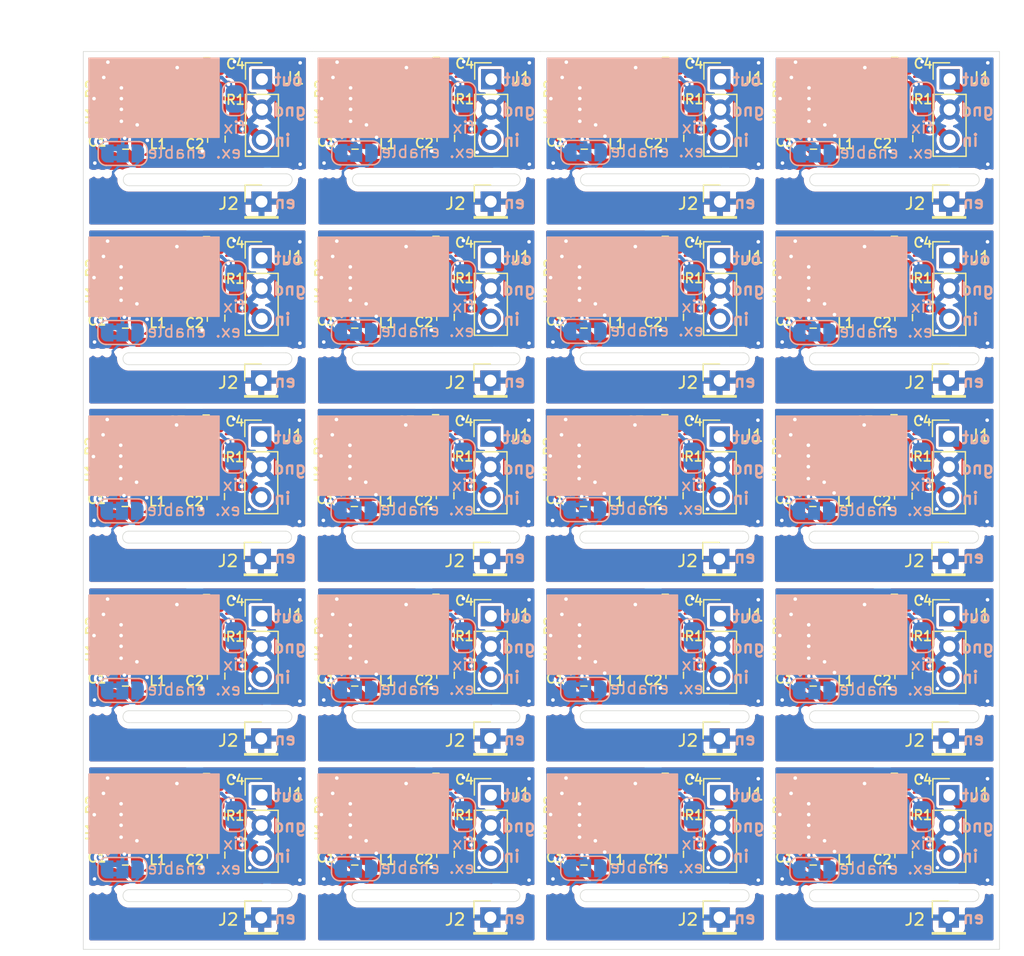
<source format=kicad_pcb>
(kicad_pcb (version 20241229) (generator "pcbnew") (generator_version "9.0")
  (layers (0 "F.Cu" signal) (2 "B.Cu" signal) (13 "F.Paste" user) (15 "B.Paste" user) (5 "F.SilkS" user "F.Silkscreen") (7 "B.SilkS" user "B.Silkscreen") (1 "F.Mask" user) (3 "B.Mask" user) (25 "Edge.Cuts" user))
  (net 0 "")
  (net 1 "VDD")
  (net 2 "GND")
  (net 3 "/Vout")
  (net 4 "Net-(U1-BST)")
  (net 5 "Net-(JP1-A)")
  (net 6 "Net-(JP2-A)")
  (net 7 "/Enable")
  (net 8 "/SW")
  (footprint "" (layer "F.Cu") (at 112.1 60.25 -90)
    (property "Reference" "")
    (property "Value" "")
  )
  (footprint "" (layer "F.Cu") (at 151.425 120.25 -90)
    (property "Reference" "")
    (property "Value" "")
  )
  (footprint "" (layer "F.Cu") (at 127.9 120.25 -90)
    (property "Reference" "")
    (property "Value" "")
  )
  (footprint "Package_TO_SOT_SMD:TSOT-23-6" (layer "F.Cu") (at 151.643 99.45)
    (property "Reference" "U1")
    (property "Value" "AP6320xWU")
  )
  (footprint "Capacitor_SMD:C_0805_2012Metric" (layer "F.Cu") (at 153.868 51.45 180)
    (property "Reference" "C3")
    (property "Value" "100n")
  )
  (footprint "" (layer "F.Cu") (at 151.425 75.25 -90)
    (property "Reference" "")
    (property "Value" "")
  )
  (footprint "Capacitor_SMD:C_0805_2012Metric" (layer "F.Cu") (at 132.843 72.45)
    (property "Reference" "C1")
    (property "Value" "10u")
  )
  (footprint "" (layer "F.Cu") (at 149.1 60.25 -90)
    (property "Reference" "")
    (property "Value" "")
  )
  (footprint "" (layer "F.Cu") (at 168.95 120.25 -90)
    (property "Reference" "")
    (property "Value" "")
  )
  (footprint "Capacitor_SMD:C_0805_2012Metric" (layer "F.Cu") (at 159.6125 87.225 -90)
    (property "Reference" "C2")
    (property "Value" "47u")
  )
  (footprint "" (layer "F.Cu") (at 148.4 60.25 -90)
    (property "Reference" "")
    (property "Value" "")
  )
  (footprint "" (layer "F.Cu") (at 127.9 105.25 -90)
    (property "Reference" "")
    (property "Value" "")
  )
  (footprint "Connector_PinHeader_2.54mm:PinHeader_1x03_P2.54mm_Vertical" (layer "F.Cu") (at 144.243 97.325)
    (property "Reference" "J1")
    (property "Value" "Conn_01x03_Pin")
  )
  (footprint "" (layer "F.Cu") (at 130.65 75.25 -90)
    (property "Reference" "")
    (property "Value" "")
  )
  (footprint "" (layer "F.Cu") (at 185.993 75.25 -90)
    (property "Reference" "")
    (property "Value" "")
  )
  (footprint "" (layer "F.Cu") (at 170.625 75.25 -90)
    (property "Reference" "")
    (property "Value" "")
  )
  (footprint "" (layer "F.Cu") (at 112.075 105.25 -90)
    (property "Reference" "")
    (property "Value" "")
  )
  (footprint "Inductor_SMD:L_APV_ANR4030" (layer "F.Cu") (at 156.243 99.85)
    (property "Reference" "L1")
    (property "Value" "10u")
  )
  (footprint "" (layer "F.Cu") (at 132.325 75.25 -90)
    (property "Reference" "")
    (property "Value" "")
  )
  (footprint "Inductor_SMD:L_APV_ANR4030" (layer "F.Cu") (at 137.068 54.85)
    (property "Reference" "L1")
    (property "Value" "10u")
  )
  (footprint "" (layer "F.Cu") (at 149.1 105.25 -90)
    (property "Reference" "")
    (property "Value" "")
  )
  (footprint "TheBrutzlers_Lib:mousebite" (layer "F.Cu") (at 110.6 60.25 -90)
    (property "Reference" "REF**" (hide yes))
    (property "Value" "mousebite" (hide yes))
  )
  (footprint "Connector_PinHeader_2.54mm:PinHeader_1x01_P2.54mm_Vertical" (layer "F.Cu") (at 163.428 62.58)
    (property "Reference" "J2")
    (property "Value" "Conn_01x01_Pin")
  )
  (footprint "Inductor_SMD:L_APV_ANR4030" (layer "F.Cu") (at 137.043 99.85)
    (property "Reference" "L1")
    (property "Value" "10u")
  )
  (footprint "Capacitor_SMD:C_0805_2012Metric" (layer "F.Cu") (at 115.443 66.45 180)
    (property "Reference" "C3")
    (property "Value" "100n")
  )
  (footprint "Connector_PinHeader_2.54mm:PinHeader_1x01_P2.54mm_Vertical" (layer "F.Cu") (at 182.628 62.58)
    (property "Reference" "J2")
    (property "Value" "Conn_01x01_Pin")
  )
  (footprint "Capacitor_SMD:C_0805_2012Metric" (layer "F.Cu") (at 113.643 117.45)
    (property "Reference" "C1")
    (property "Value" "10u")
  )
  (footprint "" (layer "F.Cu") (at 130.95 105.25 -90)
    (property "Reference" "")
    (property "Value" "")
  )
  (footprint "Resistor_SMD:R_0805_2012Metric" (layer "F.Cu") (at 131.268 51.45)
    (property "Reference" "R2")
    (property "Value" "R2")
  )
  (footprint "Capacitor_SMD:C_0805_2012Metric" (layer "F.Cu") (at 178.825 72.3 -90)
    (property "Reference" "C2")
    (property "Value" "47u")
  )
  (footprint "Resistor_SMD:R_0805_2012Metric" (layer "F.Cu") (at 150.443 111.45)
    (property "Reference" "R2")
    (property "Value" "R2")
  )
  (footprint "Inductor_SMD:L_APV_ANR4030" (layer "F.Cu") (at 117.843 114.85)
    (property "Reference" "L1")
    (property "Value" "10u")
  )
  (footprint "" (layer "F.Cu") (at 111.55 60.25 -90)
    (property "Reference" "")
    (property "Value" "")
  )
  (footprint "Capacitor_SMD:C_0805_2012Metric" (layer "F.Cu") (at 115.468 51.45 180)
    (property "Reference" "C3")
    (property "Value" "100n")
  )
  (footprint "Capacitor_SMD:C_0805_2012Metric" (layer "F.Cu") (at 171.268 57.45)
    (property "Reference" "C1")
    (property "Value" "10u")
  )
  (footprint "Resistor_SMD:R_0805_2012Metric" (layer "F.Cu") (at 131.243 66.45)
    (property "Reference" "R2")
    (property "Value" "R2")
  )
  (footprint "" (layer "F.Cu") (at 167.6 75.25 -90)
    (property "Reference" "")
    (property "Value" "")
  )
  (footprint "Resistor_SMD:R_0805_2012Metric" (layer "F.Cu") (at 159.643 68.9 90)
    (property "Reference" "R1")
    (property "Value" "R1")
  )
  (footprint "" (layer "F.Cu") (at 166.9 75.25 -90)
    (property "Reference" "")
    (property "Value" "")
  )
  (footprint "Connector_PinHeader_2.54mm:PinHeader_1x03_P2.54mm_Vertical" (layer "F.Cu") (at 125.043 97.325)
    (property "Reference" "J1")
    (property "Value" "Conn_01x03_Pin")
  )
  (footprint "Capacitor_SMD:C_0805_2012Metric" (layer "F.Cu") (at 171.243 102.45)
    (property "Reference" "C1")
    (property "Value" "10u")
  )
  (footprint "" (layer "F.Cu") (at 151.3945 90.2 -90)
    (property "Reference" "")
    (property "Value" "")
  )
  (footprint "" (layer "F.Cu") (at 132.35 60.25 -90)
    (property "Reference" "")
    (property "Value" "")
  )
  (footprint "Package_TO_SOT_SMD:TSOT-23-6" (layer "F.Cu") (at 151.643 114.45)
    (property "Reference" "U1")
    (property "Value" "AP6320xWU")
  )
  (footprint "" (layer "F.Cu") (at 149.75 90.2 -90)
    (property "Reference" "")
    (property "Value" "")
  )
  (footprint "Connector_PinHeader_2.54mm:PinHeader_1x01_P2.54mm_Vertical" (layer "F.Cu") (at 163.3725 92.53)
    (property "Reference" "J2")
    (property "Value" "Conn_01x01_Pin")
  )
  (footprint "Resistor_SMD:R_0805_2012Metric" (layer "F.Cu") (at 150.443 96.45)
    (property "Reference" "R2")
    (property "Value" "R2")
  )
  (footprint "Capacitor_SMD:C_0805_2012Metric" (layer "F.Cu") (at 140.443 102.275 -90)
    (property "Reference" "C2")
    (property "Value" "47u")
  )
  (footprint "Connector_PinHeader_2.54mm:PinHeader_1x01_P2.54mm_Vertical" (layer "F.Cu") (at 163.403 122.58)
    (property "Reference" "J2")
    (property "Value" "Conn_01x01_Pin")
  )
  (footprint "Connector_PinHeader_2.54mm:PinHeader_1x01_P2.54mm_Vertical" (layer "F.Cu") (at 125.003 107.58)
    (property "Reference" "J2")
    (property "Value" "Conn_01x01_Pin")
  )
  (footprint "" (layer "F.Cu") (at 150.05 75.25 -90)
    (property "Reference" "")
    (property "Value" "")
  )
  (footprint "Inductor_SMD:L_APV_ANR4030" (layer "F.Cu") (at 156.243 114.85)
    (property "Reference" "L1")
    (property "Value" "10u")
  )
  (footprint "" (layer "F.Cu") (at 167.6 60.25 -90)
    (property "Reference" "")
    (property "Value" "")
  )
  (footprint "Capacitor_SMD:C_0805_2012Metric" (layer "F.Cu") (at 152.043 102.45)
    (property "Reference" "C1")
    (property "Value" "10u")
  )
  (footprint "Package_TO_SOT_SMD:TSOT-23-6" (layer "F.Cu") (at 151.668 54.45)
    (property "Reference" "U1")
    (property "Value" "AP6320xWU")
  )
  (footprint "Capacitor_SMD:C_0805_2012Metric" (layer "F.Cu") (at 139.643 111.225)
    (property "Reference" "C4")
    (property "Value" "100p")
  )
  (footprint "" (layer "F.Cu") (at 127.9 90.2 -90)
    (property "Reference" "")
    (property "Value" "")
  )
  (footprint "Capacitor_SMD:C_0805_2012Metric" (layer "F.Cu") (at 158.85 111.225)
    (property "Reference" "C4")
    (property "Value" "100p")
  )
  (footprint "" (layer "F.Cu") (at 131.3 75.25 -90)
    (property "Reference" "")
    (property "Value" "")
  )
  (footprint "Resistor_SMD:R_0805_2012Metric" (layer "F.Cu") (at 150.468 51.45)
    (property "Reference" "R2")
    (property "Value" "R2")
  )
  (footprint "Connector_PinHeader_2.54mm:PinHeader_1x03_P2.54mm_Vertical" (layer "F.Cu") (at 125.043 67.325)
    (property "Reference" "J1")
    (property "Value" "Conn_01x03_Pin")
  )
  (footprint "" (layer "F.Cu") (at 168.95 75.25 -90)
    (property "Reference" "")
    (property "Value" "")
  )
  (footprint "" (layer "F.Cu") (at 170.65 60.25 -90)
    (property "Reference" "")
    (property "Value" "")
  )
  (footprint "Package_TO_SOT_SMD:TSOT-23-6" (layer "F.Cu") (at 151.643 69.45)
    (property "Reference" "U1")
    (property "Value" "AP6320xWU")
  )
  (footprint "Package_TO_SOT_SMD:TSOT-23-6" (layer "F.Cu") (at 170.8125 84.4)
    (property "Reference" "U1")
    (property "Value" "AP6320xWU")
  )
  (footprint "" (layer "F.Cu") (at 168.95 105.25 -90)
    (property "Reference" "")
    (property "Value" "")
  )
  (footprint "" (layer "F.Cu") (at 147.7 75.25 -90)
    (property "Reference" "")
    (property "Value" "")
  )
  (footprint "" (layer "F.Cu") (at 130 75.25 -90)
    (property "Reference" "")
    (property "Value" "")
  )
  (footprint "Connector_PinHeader_2.54mm:PinHeader_1x01_P2.54mm_Vertical" (layer "F.Cu") (at 182.603 122.58)
    (property "Reference" "J2")
    (property "Value" "Conn_01x01_Pin")
  )
  (footprint "Package_TO_SOT_SMD:TSOT-23-6" (layer "F.Cu") (at 132.443 114.45)
    (property "Reference" "U1")
    (property "Value" "AP6320xWU")
  )
  (footprint "Capacitor_SMD:C_0805_2012Metric" (layer "F.Cu") (at 159.643 72.275 -90)
    (property "Reference" "C2")
    (property "Value" "47u")
  )
  (footprint "" (layer "F.Cu") (at 168.3 105.25 -90)
    (property "Reference" "")
    (property "Value" "")
  )
  (footprint "" (layer "F.Cu") (at 185.425 105.25 -90)
    (property "Reference" "")
    (property "Value" "")
  )
  (footprint "Capacitor_SMD:C_0805_2012Metric" (layer "F.Cu") (at 171.243 72.45)
    (property "Reference" "C1")
    (property "Value" "10u")
  )
  (footprint "Connector_PinHeader_2.54mm:PinHeader_1x03_P2.54mm_Vertical" (layer "F.Cu") (at 163.443 67.325)
    (property "Reference" "J1")
    (property "Value" "Conn_01x03_Pin")
  )
  (footprint "" (layer "F.Cu") (at 166.15 90.2 -90)
    (property "Reference" "")
    (property "Value" "")
  )
  (footprint "" (layer "F.Cu") (at 169.25 75.25 -90)
    (property "Reference" "")
    (property "Value" "")
  )
  (footprint "" (layer "F.Cu") (at 130.65 120.25 -90)
    (property "Reference" "")
    (property "Value" "")
  )
  (footprint "Connector_PinHeader_2.54mm:PinHeader_1x01_P2.54mm_Vertical" (layer "F.Cu") (at 182.5725 92.53)
    (property "Reference" "J2")
    (property "Value" "Conn_01x01_Pin")
  )
  (footprint "Connector_PinHeader_2.54mm:PinHeader_1x03_P2.54mm_Vertical" (layer "F.Cu") (at 163.443 112.325)
    (property "Reference" "J1")
    (property "Value" "Conn_01x03_Pin")
  )
  (footprint "" (layer "F.Cu") (at 111.3 120.25 -90)
    (property "Reference" "")
    (property "Value" "")
  )
  (footprint "" (layer "F.Cu") (at 185.425 120.25 -90)
    (property "Reference" "")
    (property "Value" "")
  )
  (footprint "" (layer "F.Cu") (at 130 105.25 -90)
    (property "Reference" "")
    (property "Value" "")
  )
  (footprint "" (layer "F.Cu") (at 111.5 120.25 -90)
    (property "Reference" "")
    (property "Value" "")
  )
  (footprint "TheBrutzlers_Lib:mousebite" (layer "F.Cu") (at 110.55 120.25 -90)
    (property "Reference" "REF**" (hide yes))
    (property "Value" "mousebite" (hide yes))
  )
  (footprint "Capacitor_SMD:C_0805_2012Metric" (layer "F.Cu") (at 113.668 57.45)
    (property "Reference" "C1")
    (property "Value" "10u")
  )
  (footprint "" (layer "F.Cu") (at 183.475 75.25 -90)
    (property "Reference" "" (hide yes))
    (property "Value" "" (hide yes))
  )
  (footprint "Connector_PinHeader_2.54mm:PinHeader_1x03_P2.54mm_Vertical" (layer "F.Cu") (at 144.2125 82.275)
    (property "Reference" "J1")
    (property "Value" "Conn_01x03_Pin")
  )
  (footprint "Resistor_SMD:R_0805_2012Metric" (layer "F.Cu") (at 140.443 98.9 90)
    (property "Reference" "R1")
    (property "Value" "R1")
  )
  (footprint "Resistor_SMD:R_0805_2012Metric" (layer "F.Cu") (at 169.668 51.45)
    (property "Reference" "R2")
    (property "Value" "R2")
  )
  (footprint "Connector_PinHeader_2.54mm:PinHeader_1x03_P2.54mm_Vertical" (layer "F.Cu") (at 182.643 97.325)
    (property "Reference" "J1")
    (property "Value" "Conn_01x03_Pin")
  )
  (footprint "Resistor_SMD:R_0805_2012Metric" (layer "F.Cu") (at 178.825 98.9 90)
    (property "Reference" "R1")
    (property "Value" "R1")
  )
  (footprint "TheBrutzlers_Lib:mousebite" (layer "F.Cu") (at 110.55 75.25 -90)
    (property "Reference" "REF**" (hide yes))
    (property "Value" "mousebite" (hide yes))
  )
  (footprint "Capacitor_SMD:C_0805_2012Metric" (layer "F.Cu") (at 134.668 51.45 180)
    (property "Reference" "C3")
    (property "Value" "100n")
  )
  (footprint "Capacitor_SMD:C_0805_2012Metric" (layer "F.Cu") (at 152.068 57.45)
    (property "Reference" "C1")
    (property "Value" "10u")
  )
  (footprint "" (layer "F.Cu") (at 147 75.25 -90)
    (property "Reference" "")
    (property "Value" "")
  )
  (footprint "Capacitor_SMD:C_0805_2012Metric" (layer "F.Cu") (at 113.6125 87.4)
    (property "Reference" "C1")
    (property "Value" "10u")
  )
  (footprint "Resistor_SMD:R_0805_2012Metric" (layer "F.Cu") (at 150.4125 81.4)
    (property "Reference" "R2")
    (property "Value" "R2")
  )
  (footprint "Capacitor_SMD:C_0805_2012Metric" (layer "F.Cu") (at 113.643 72.45)
    (property "Reference" "C1")
    (property "Value" "10u")
  )
  (footprint "Capacitor_SMD:C_0805_2012Metric" (layer "F.Cu") (at 113.643 102.45)
    (property "Reference" "C1")
    (property "Value" "10u")
  )
  (footprint "" (layer "F.Cu") (at 130.7 60.25 -90)
    (property "Reference" "")
    (property "Value" "")
  )
  (footprint "Capacitor_SMD:C_0805_2012Metric" (layer "F.Cu") (at 153.8125 81.4 180)
    (property "Reference" "C3")
    (property "Value" "100n")
  )
  (footprint "Package_TO_SOT_SMD:TSOT-23-6" (layer "F.Cu") (at 170.843 114.45)
    (property "Reference" "U1")
    (property "Value" "AP6320xWU")
  )
  (footprint "Resistor_SMD:R_0805_2012Metric" (layer "F.Cu") (at 121.225 98.95 90)
    (property "Reference" "R1")
    (property "Value" "R1")
  )
  (footprint "Capacitor_SMD:C_0805_2012Metric" (layer "F.Cu") (at 178.825 117.3 -90)
    (property "Reference" "C2")
    (property "Value" "47u")
  )
  (footprint "Capacitor_SMD:C_0805_2012Metric" (layer "F.Cu") (at 178.043 66.225)
    (property "Reference" "C4")
    (property "Value" "100p")
  )
  (footprint "" (layer "F.Cu") (at 130 120.25 -90)
    (property "Reference" "")
    (property "Value" "")
  )
  (footprint "" (layer "F.Cu") (at 185.3945 90.2 -90)
    (property "Reference" "")
    (property "Value" "")
  )
  (footprint "" (layer "F.Cu") (at 150.05 90.2 -90)
    (property "Reference" "")
    (property "Value" "")
  )
  (footprint "Connector_PinHeader_2.54mm:PinHeader_1x03_P2.54mm_Vertical" (layer "F.Cu") (at 125.0125 82.275)
    (property "Reference" "J1")
    (property "Value" "Conn_01x03_Pin")
  )
  (footprint "" (layer "F.Cu") (at 166.2 105.25 -90)
    (property "Reference" "")
    (property "Value" "")
  )
  (footprint "" (layer "F.Cu") (at 147 90.2 -90)
    (property "Reference" "")
    (property "Value" "")
  )
  (footprint "" (layer "F.Cu") (at 148.4 105.25 -90)
    (property "Reference" "")
    (property "Value" "")
  )
  (footprint "" (layer "F.Cu") (at 128.65 60.25 -90)
    (property "Reference" "")
    (property "Value" "")
  )
  (footprint "Capacitor_SMD:C_0805_2012Metric" (layer "F.Cu") (at 121.1945 87.3 -90)
    (property "Reference" "C2")
    (property "Value" "47u")
  )
  (footprint "Capacitor_SMD:C_0805_2012Metric" (layer "F.Cu") (at 120.3945 81.2)
    (property "Reference" "C4")
    (property "Value" "100p")
  )
  (footprint "" (layer "F.Cu") (at 111.5 105.25 -90)
    (property "Reference" "")
    (property "Value" "")
  )
  (footprint "" (layer "F.Cu") (at 130.05 60.25 -90)
    (property "Reference" "")
    (property "Value" "")
  )
  (footprint "" (layer "F.Cu") (at 183.4445 90.2 -90)
    (property "Reference" "" (hide yes))
    (property "Value" "" (hide yes))
  )
  (footprint "Resistor_SMD:R_0805_2012Metric" (layer "F.Cu") (at 121.1945 83.9 90)
    (property "Reference" "R1")
    (property "Value" "R1")
  )
  (footprint "Capacitor_SMD:C_0805_2012Metric" (layer "F.Cu") (at 134.643 96.45 180)
    (property "Reference" "C3")
    (property "Value" "100n")
  )
  (footprint "Capacitor_SMD:C_0805_2012Metric" (layer "F.Cu") (at 178.068 51.225)
    (property "Reference" "C4")
    (property "Value" "100p")
  )
  (footprint "Resistor_SMD:R_0805_2012Metric" (layer "F.Cu") (at 159.643 98.9 90)
    (property "Reference" "R1")
    (property "Value" "R1")
  )
  (footprint "Inductor_SMD:L_APV_ANR4030" (layer "F.Cu") (at 175.468 54.85)
    (property "Reference" "L1")
    (property "Value" "10u")
  )
  (footprint "Resistor_SMD:R_0805_2012Metric" (layer "F.Cu") (at 159.6125 83.85 90)
    (property "Reference" "R1")
    (property "Value" "R1")
  )
  (footprint "" (layer "F.Cu") (at 150.05 120.25 -90)
    (property "Reference" "")
    (property "Value" "")
  )
  (footprint "" (layer "F.Cu") (at 129.3 75.25 -90)
    (property "Reference" "")
    (property "Value" "")
  )
  (footprint "Capacitor_SMD:C_0805_2012Metric" (layer "F.Cu") (at 132.868 57.45)
    (property "Reference" "C1")
    (property "Value" "10u")
  )
  (footprint "" (layer "F.Cu") (at 169.6 105.25 -90)
    (property "Reference" "")
    (property "Value" "")
  )
  (footprint "Resistor_SMD:R_0805_2012Metric" (layer "F.Cu") (at 121.225 68.95 90)
    (property "Reference" "R1")
    (property "Value" "R1")
  )
  (footprint "" (layer "F.Cu") (at 150.05 105.25 -90)
    (property "Reference" "")
    (property "Value" "")
  )
  (footprint "Capacitor_SMD:C_0805_2012Metric" (layer "F.Cu") (at 120.425 96.25)
    (property "Reference" "C4")
    (property "Value" "100p")
  )
  (footprint "Package_TO_SOT_SMD:TSOT-23-6" (layer "F.Cu") (at 113.243 99.45)
    (property "Reference" "U1")
    (property "Value" "AP6320xWU")
  )
  (footprint "Inductor_SMD:L_APV_ANR4030" (layer "F.Cu") (at 117.868 54.85)
    (property "Reference" "L1")
    (property "Value" "10u")
  )
  (footprint "" (layer "F.Cu") (at 148.4 120.25 -90)
    (property "Reference" "")
    (property "Value" "")
  )
  (footprint "Connector_PinHeader_2.54mm:PinHeader_1x03_P2.54mm_Vertical" (layer "F.Cu") (at 182.668 52.325)
    (property "Reference" "J1")
    (property "Value" "Conn_01x03_Pin")
  )
  (footprint "Capacitor_SMD:C_0805_2012Metric" (layer "F.Cu") (at 159.643 102.275 -90)
    (property "Reference" "C2")
    (property "Value" "47u")
  )
  (footprint "Capacitor_SMD:C_0805_2012Metric" (layer "F.Cu") (at 139.6125 81.175)
    (property "Reference" "C4")
    (property "Value" "100p")
  )
  (footprint "Connector_PinHeader_2.54mm:PinHeader_1x01_P2.54mm_Vertical" (layer "F.Cu") (at 144.228 62.58)
    (property "Reference" "J2")
    (property "Value" "Conn_01x01_Pin")
  )
  (footprint "Connector_PinHeader_2.54mm:PinHeader_1x01_P2.54mm_Vertical" (layer "F.Cu") (at 125.028 62.58)
    (property "Reference" "J2")
    (property "Value" "Conn_01x01_Pin")
  )
  (footprint "Inductor_SMD:L_APV_ANR4030" (layer "F.Cu") (at 156.268 54.85)
    (property "Reference" "L1")
    (property "Value" "10u")
  )
  (footprint "Capacitor_SMD:C_0805_2012Metric" (layer "F.Cu") (at 132.8125 87.4)
    (property "Reference" "C1")
    (property "Value" "10u")
  )
  (footprint "" (layer "F.Cu") (at 147.7 120.25 -90)
    (property "Reference" "")
    (property "Value" "")
  )
  (footprint "" (layer "F.Cu") (at 168.95 60.25 -90)
    (property "Reference" "")
    (property "Value" "")
  )
  (footprint "" (layer "F.Cu") (at 167.6 120.25 -90)
    (property "Reference" "")
    (property "Value" "")
  )
  (footprint "" (layer "F.Cu") (at 149.75 75.25 -90)
    (property "Reference" "")
    (property "Value" "")
  )
  (footprint "" (layer "F.Cu") (at 113.0945 90.2 -90)
    (property "Reference" "")
    (property "Value" "")
  )
  (footprint "" (layer "F.Cu") (at 169.6 120.25 -90)
    (property "Reference" "")
    (property "Value" "")
  )
  (footprint "" (layer "F.Cu") (at 147.7 60.25 -90)
    (property "Reference" "")
    (property "Value" "")
  )
  (footprint "Resistor_SMD:R_0805_2012Metric" (layer "F.Cu") (at 178.825 68.9 90)
    (property "Reference" "R1")
    (property "Value" "R1")
  )
  (footprint "" (layer "F.Cu") (at 168.25 90.2 -90)
    (property "Reference" "")
    (property "Value" "")
  )
  (footprint "Resistor_SMD:R_0805_2012Metric" (layer "F.Cu") (at 169.643 96.45)
    (property "Reference" "R2")
    (property "Value" "R2")
  )
  (footprint "" (layer "F.Cu") (at 111.3 90.2 -90)
    (property "Reference" "")
    (property "Value" "")
  )
  (footprint "Capacitor_SMD:C_0805_2012Metric" (layer "F.Cu") (at 178.043 96.225)
    (property "Reference" "C4")
    (property "Value" "100p")
  )
  (footprint "Resistor_SMD:R_0805_2012Metric" (layer "F.Cu") (at 112.043 66.45)
    (property "Reference" "R2")
    (property "Value" "R2")
  )
  (footprint "Connector_PinHeader_2.54mm:PinHeader_1x01_P2.54mm_Vertical" (layer "F.Cu") (at 182.603 77.58)
    (property "Reference" "J2")
    (property "Value" "Conn_01x01_Pin")
  )
  (footprint "" (layer "F.Cu") (at 169.25 105.25 -90)
    (property "Reference" "")
    (property "Value" "")
  )
  (footprint "Capacitor_SMD:C_0805_2012Metric" (layer "F.Cu") (at 132.843 117.45)
    (property "Reference" "C1")
    (property "Value" "10u")
  )
  (footprint "Capacitor_SMD:C_0805_2012Metric" (layer "F.Cu") (at 120.425 111.25)
    (property "Reference" "C4")
    (property "Value" "100p")
  )
  (footprint "Capacitor_SMD:C_0805_2012Metric" (layer "F.Cu") (at 139.643 66.225)
    (property "Reference" "C4")
    (property "Value" "100p")
  )
  (footprint "Resistor_SMD:R_0805_2012Metric" (layer "F.Cu") (at 169.643 66.45)
    (property "Reference" "R2")
    (property "Value" "R2")
  )
  (footprint "Capacitor_SMD:C_0805_2012Metric" (layer "F.Cu") (at 159.643 117.275 -90)
    (property "Reference" "C2")
    (property "Value" "47u")
  )
  (footprint "Resistor_SMD:R_0805_2012Metric" (layer "F.Cu") (at 131.2125 81.4)
    (property "Reference" "R2")
    (property "Value" "R2")
  )
  (footprint "Package_TO_SOT_SMD:TSOT-23-6" (layer "F.Cu") (at 132.4125 84.4)
    (property "Reference" "U1")
    (property "Value" "AP6320xWU")
  )
  (footprint "" (layer "F.Cu") (at 151.45 60.25 -90)
    (property "Reference" "")
    (property "Value" "")
  )
  (footprint "Capacitor_SMD:C_0805_2012Metric" (layer "F.Cu") (at 153.843 111.45 180)
    (property "Reference" "C3")
    (property "Value" "100n")
  )
  (footprint "Inductor_SMD:L_APV_ANR4030" (layer "F.Cu") (at 137.0125 84.8)
    (property "Reference" "L1")
    (property "Value" "10u")
  )
  (footprint "" (layer "F.Cu") (at 167.55 90.2 -90)
    (property "Reference" "")
    (property "Value" "")
  )
  (footprint "" (layer "F.Cu") (at 112.075 75.25 -90)
    (property "Reference" "")
    (property "Value" "")
  )
  (footprint "" (layer "F.Cu") (at 149.1 75.25 -90)
    (property "Reference" "")
    (property "Value" "")
  )
  (footprint "" (layer "F.Cu") (at 168.9 90.2 -90)
    (property "Reference" "")
    (property "Value" "")
  )
  (footprint "" (layer "F.Cu") (at 113.125 105.25 -90)
    (property "Reference" "")
    (property "Value" "")
  )
  (footprint "" (layer "F.Cu") (at 132.2945 90.2 -90)
    (property "Reference" "")
    (property "Value" "")
  )
  (footprint "Resistor_SMD:R_0805_2012Metric" (layer "F.Cu") (at 112.043 96.45)
    (property "Reference" "R2")
    (property "Value" "R2")
  )
  (footprint "Capacitor_SMD:C_0805_2012Metric" (layer "F.Cu") (at 171.243 117.45)
    (property "Reference" "C1")
    (property "Value" "10u")
  )
  (footprint "Connector_PinHeader_2.54mm:PinHeader_1x01_P2.54mm_Vertical" (layer "F.Cu") (at 125.003 122.58)
    (property "Reference" "J2")
    (property "Value" "Conn_01x01_Pin")
  )
  (footprint "Capacitor_SMD:C_0805_2012Metric" (layer "F.Cu") (at 121.225 117.35 -90)
    (property "Reference" "C2")
    (property "Value" "47u")
  )
  (footprint "" (layer "F.Cu") (at 169.25 60.25 -90)
    (property "Reference" "")
    (property "Value" "")
  )
  (footprint "" (layer "F.Cu") (at 167.6 105.25 -90)
    (property "Reference" "")
    (property "Value" "")
  )
  (footprint "Capacitor_SMD:C_0805_2012Metric" (layer "F.Cu") (at 132.843 102.45)
    (property "Reference" "C1")
    (property "Value" "10u")
  )
  (footprint "" (layer "F.Cu") (at 150.4 60.25 -90)
    (property "Reference" "")
    (property "Value" "")
  )
  (footprint "Inductor_SMD:L_APV_ANR4030" (layer "F.Cu") (at 156.2125 84.8)
    (property "Reference" "L1")
    (property "Value" "10u")
  )
  (footprint "Inductor_SMD:L_APV_ANR4030" (layer "F.Cu") (at 175.443 114.85)
    (property "Reference" "L1")
    (property "Value" "10u")
  )
  (footprint "Package_TO_SOT_SMD:TSOT-23-6" (layer "F.Cu") (at 170.843 99.45)
    (property "Reference" "U1")
    (property "Value" "AP6320xWU")
  )
  (footprint "Capacitor_SMD:C_0805_2012Metric" (layer "F.Cu") (at 173.068 51.45 180)
    (property "Reference" "C3")
    (property "Value" "100n")
  )
  (footprint "Resistor_SMD:R_0805_2012Metric" (layer "F.Cu") (at 131.243 111.45)
    (property "Reference" "R2")
    (property "Value" "R2")
  )
  (footprint "" (layer "F.Cu") (at 111.3 75.25 -90)
    (property "Reference" "")
    (property "Value" "")
  )
  (footprint "Resistor_SMD:R_0805_2012Metric" (layer "F.Cu") (at 178.7945 83.85 90)
    (property "Reference" "R1")
    (property "Value" "R1")
  )
  (footprint "Capacitor_SMD:C_0805_2012Metric" (layer "F.Cu") (at 173.0125 81.4 180)
    (property "Reference" "C3")
    (property "Value" "100n")
  )
  (footprint "Capacitor_SMD:C_0805_2012Metric" (layer "F.Cu") (at 158.875 51.225)
    (property "Reference" "C4")
    (property "Value" "100p")
  )
  (footprint "" (layer "F.Cu") (at 132.325 120.25 -90)
    (property "Reference" "")
    (property "Value" "")
  )
  (footprint "Resistor_SMD:R_0805_2012Metric" (layer "F.Cu") (at 169.6125 81.4)
    (property "Reference" "R2")
    (property "Value" "R2")
  )
  (footprint "Capacitor_SMD:C_0805_2012Metric" (layer "F.Cu") (at 120.45 51.25)
    (property "Reference" "C4")
    (property "Value" "100p")
  )
  (footprint "Connector_PinHeader_2.54mm:PinHeader_1x03_P2.54mm_Vertical" (layer "F.Cu") (at 144.268 52.325)
    (property "Reference" "J1")
    (property "Value" "Conn_01x03_Pin")
  )
  (footprint "" (layer "F.Cu") (at 166.2 75.25 -90)
    (property "Reference" "")
    (property "Value" "")
  )
  (footprint "" (layer "F.Cu") (at 131.3 105.25 -90)
    (property "Reference" "")
    (property "Value" "")
  )
  (footprint "Capacitor_SMD:C_0805_2012Metric" (layer "F.Cu") (at 120.425 66.25)
    (property "Reference" "C4")
    (property "Value" "100p")
  )
  (footprint "" (layer "F.Cu") (at 151.425 105.25 -90)
    (property "Reference" "")
    (property "Value" "")
  )
  (footprint "Capacitor_SMD:C_0805_2012Metric" (layer "F.Cu") (at 121.225 102.35 -90)
    (property "Reference" "C2")
    (property "Value" "47u")
  )
  (footprint "Capacitor_SMD:C_0805_2012Metric" (layer "F.Cu") (at 152.0125 87.4)
    (property "Reference" "C1")
    (property "Value" "10u")
  )
  (footprint "Capacitor_SMD:C_0805_2012Metric" (layer "F.Cu") (at 115.443 111.45 180)
    (property "Reference" "C3")
    (property "Value" "100n")
  )
  (footprint "Capacitor_SMD:C_0805_2012Metric" (layer "F.Cu") (at 178.85 57.3 -90)
    (property "Reference" "C2")
    (property "Value" "47u")
  )
  (footprint "Capacitor_SMD:C_0805_2012Metric" (layer "F.Cu") (at 159.668 57.275 -90)
    (property "Reference" "C2")
    (property "Value" "47u")
  )
  (footprint "Connector_PinHeader_2.54mm:PinHeader_1x01_P2.54mm_Vertical" (layer "F.Cu") (at 144.1725 92.53)
    (property "Reference" "J2")
    (property "Value" "Conn_01x01_Pin")
  )
  (footprint "" (layer "F.Cu") (at 185.993 105.25 -90)
    (property "Reference" "")
    (property "Value" "")
  )
  (footprint "Connector_PinHeader_2.54mm:PinHeader_1x03_P2.54mm_Vertical" (layer "F.Cu") (at 144.243 67.325)
    (property "Reference" "J1")
    (property "Value" "Conn_01x03_Pin")
  )
  (footprint "" (layer "F.Cu") (at 150.4 105.25 -90)
    (property "Reference" "")
    (property "Value" "")
  )
  (footprint "Connector_PinHeader_2.54mm:PinHeader_1x03_P2.54mm_Vertical" (layer "F.Cu") (at 163.468 52.325)
    (property "Reference" "J1")
    (property "Value" "Conn_01x03_Pin")
  )
  (footprint "Capacitor_SMD:C_0805_2012Metric" (layer "F.Cu") (at 134.643 66.45 180)
    (property "Reference" "C3")
    (property "Value" "100n")
  )
  (footprint "Connector_PinHeader_2.54mm:PinHeader_1x03_P2.54mm_Vertical" (layer "F.Cu") (at 163.4125 82.275)
    (property "Reference" "J1")
    (property "Value" "Conn_01x03_Pin")
  )
  (footprint "Connector_PinHeader_2.54mm:PinHeader_1x03_P2.54mm_Vertical" (layer "F.Cu") (at 144.243 112.325)
    (property "Reference" "J1")
    (property "Value" "Conn_01x03_Pin")
  )
  (footprint "" (layer "F.Cu") (at 183.475 120.25 -90)
    (property "Reference" "" (hide yes))
    (property "Value" "" (hide yes))
  )
  (footprint "Resistor_SMD:R_0805_2012Metric" (layer "F.Cu") (at 178.825 113.9 90)
    (property "Reference" "R1")
    (property "Value" "R1")
  )
  (footprint "Inductor_SMD:L_APV_ANR4030" (layer "F.Cu") (at 156.243 69.85)
    (property "Reference" "L1")
    (property "Value" "10u")
  )
  (footprint "Capacitor_SMD:C_0805_2012Metric" (layer "F.Cu") (at 171.2125 87.4)
    (property "Reference" "C1")
    (property "Value" "10u")
  )
  (footprint "" (layer "F.Cu") (at 129.3 105.25 -90)
    (property "Reference" "")
    (property "Value" "")
  )
  (footprint "" (layer "F.Cu") (at 166.2 120.25 -90)
    (property "Reference" "")
    (property "Value" "")
  )
  (footprint "Connector_PinHeader_2.54mm:PinHeader_1x01_P2.54mm_Vertical" (layer "F.Cu") (at 163.403 77.58)
    (property "Reference" "J2")
    (property "Value" "Conn_01x01_Pin")
  )
  (footprint "Connector_PinHeader_2.54mm:PinHeader_1x01_P2.54mm_Vertical" (layer "F.Cu") (at 163.403 107.58)
    (property "Reference" "J2")
    (property "Value" "Conn_01x01_Pin")
  )
  (footprint "" (layer "F.Cu") (at 148.4 90.2 -90)
    (property "Reference" "")
    (property "Value" "")
  )
  (footprint "Resistor_SMD:R_0805_2012Metric" (layer "F.Cu") (at 121.25 53.95 90)
    (property "Reference" "R1")
    (property "Value" "R1")
  )
  (footprint "Capacitor_SMD:C_0805_2012Metric" (layer "F.Cu") (at 134.6125 81.4 180)
    (property "Reference" "C3")
    (property "Value" "100n")
  )
  (footprint "Package_TO_SOT_SMD:TSOT-23-6" (layer "F.Cu") (at 170.868 54.45)
    (property "Reference" "U1")
    (property "Value" "AP6320xWU")
  )
  (footprint "" (layer "F.Cu") (at 150.4 75.25 -90)
    (property "Reference" "")
    (property "Value" "")
  )
  (footprint "TheBrutzlers_Lib:mousebite" (layer "F.Cu") (at 110.55 90.2 -90)
    (property "Reference" "REF**" (hide yes))
    (property "Value" "mousebite" (hide yes))
  )
  (footprint "Capacitor_SMD:C_0805_2012Metric" (layer "F.Cu") (at 115.443 96.45 180)
    (property "Reference" "C3")
    (property "Value" "100n")
  )
  (footprint "" (layer "F.Cu") (at 169.25 120.25 -90)
    (property "Reference" "")
    (property "Value" "")
  )
  (footprint "Resistor_SMD:R_0805_2012Metric" (layer "F.Cu") (at 131.243 96.45)
    (property "Reference" "R2")
    (property "Value" "R2")
  )
  (footprint "" (layer "F.Cu") (at 113.15 60.25 -90)
    (property "Reference" "")
    (property "Value" "")
  )
  (footprint "" (layer "F.Cu") (at 166.9 105.25 -90)
    (property "Reference" "")
    (property "Value" "")
  )
  (footprint "Capacitor_SMD:C_0805_2012Metric" (layer "F.Cu") (at 140.443 72.275 -90)
    (property "Reference" "C2")
    (property "Value" "47u")
  )
  (footprint "" (layer "F.Cu") (at 131.35 60.25 -90)
    (property "Reference" "")
    (property "Value" "")
  )
  (footprint "Inductor_SMD:L_APV_ANR4030" (layer "F.Cu") (at 175.443 69.85)
    (property "Reference" "L1")
    (property "Value" "10u")
  )
  (footprint "Resistor_SMD:R_0805_2012Metric" (layer "F.Cu") (at 140.468 53.9 90)
    (property "Reference" "R1")
    (property "Value" "R1")
  )
  (footprint "Resistor_SMD:R_0805_2012Metric" (layer "F.Cu") (at 140.443 113.9 90)
    (property "Reference" "R1")
    (property "Value" "R1")
  )
  (footprint "" (layer "F.Cu") (at 149.1 90.2 -90)
    (property "Reference" "")
    (property "Value" "")
  )
  (footprint "" (layer "F.Cu") (at 127.95 60.25 -90)
    (property "Reference" "")
    (property "Value" "")
  )
  (footprint "" (layer "F.Cu") (at 185.9625 90.2 -90)
    (property "Reference" "")
    (property "Value" "")
  )
  (footprint "" (layer "F.Cu") (at 130.95 75.25 -90)
    (property "Reference" "")
    (property "Value" "")
  )
  (footprint "" (layer "F.Cu") (at 166.9 60.25 -90)
    (property "Reference" "")
    (property "Value" "")
  )
  (footprint "Capacitor_SMD:C_0805_2012Metric" (layer "F.Cu") (at 134.643 111.45 180)
    (property "Reference" "C3")
    (property "Value" "100n")
  )
  (footprint "Connector_PinHeader_2.54mm:PinHeader_1x01_P2.54mm_Vertical" (layer "F.Cu") (at 144.203 77.58)
    (property "Reference" "J2")
    (property "Value" "Conn_01x01_Pin")
  )
  (footprint "Capacitor_SMD:C_0805_2012Metric" (layer "F.Cu") (at 153.843 66.45 180)
    (property "Reference" "C3")
    (property "Value" "100n")
  )
  (footprint "Resistor_SMD:R_0805_2012Metric" (layer "F.Cu") (at 112.043 111.45)
    (property "Reference" "R2")
    (property "Value" "R2")
  )
  (footprint "" (layer "F.Cu") (at 150.4 120.25 -90)
    (property "Reference" "")
    (property "Value" "")
  )
  (footprint "Capacitor_SMD:C_0805_2012Metric" (layer "F.Cu") (at 158.8195 81.175)
    (property "Reference" "C4")
    (property "Value" "100p")
  )
  (footprint "Resistor_SMD:R_0805_2012Metric" (layer "F.Cu") (at 159.643 113.9 90)
    (property "Reference" "R1")
    (property "Value" "R1")
  )
  (footprint "" (layer "F.Cu") (at 169.2 90.2 -90)
    (property "Reference" "")
    (property "Value" "")
  )
  (footprint "" (layer "F.Cu") (at 127.9 75.25 -90)
    (property "Reference" "")
    (property "Value" "")
  )
  (footprint "Inductor_SMD:L_APV_ANR4030" (layer "F.Cu") (at 137.043 114.85)
    (property "Reference" "L1")
    (property "Value" "10u")
  )
  (footprint "Package_TO_SOT_SMD:TSOT-23-6" (layer "F.Cu") (at 113.243 114.45)
    (property "Reference" "U1")
    (property "Value" "AP6320xWU")
  )
  (footprint "" (layer "F.Cu") (at 147 105.25 -90)
    (property "Reference" "")
    (property "Value" "")
  )
  (footprint "Inductor_SMD:L_APV_ANR4030" (layer "F.Cu") (at 137.043 69.85)
    (property "Reference" "L1")
    (property "Value" "10u")
  )
  (footprint "TheBrutzlers_Lib:mousebite" (layer "F.Cu") (at 110.55 105.25 -90)
    (property "Reference" "REF**" (hide yes))
    (property "Value" "mousebite" (hide yes))
  )
  (footprint "" (layer "F.Cu") (at 111.35 60.25 -90)
    (property "Reference" "")
    (property "Value" "")
  )
  (footprint "" (layer "F.Cu") (at 147 120.25 -90)
    (property "Reference" "")
    (property "Value" "")
  )
  (footprint "" (layer "F.Cu") (at 128.6 120.25 -90)
    (property "Reference" "")
    (property "Value" "")
  )
  (footprint "Package_TO_SOT_SMD:TSOT-23-6" (layer "F.Cu") (at 113.2125 84.4)
    (property "Reference" "U1")
    (property "Value" "AP6320xWU")
  )
  (footprint "" (layer "F.Cu") (at 129.35 60.25 -90)
    (property "Reference" "")
    (property "Value" "")
  )
  (footprint "" (layer "F.Cu") (at 169.55 90.2 -90)
    (property "Reference" "")
    (property "Value" "")
  )
  (footprint "Capacitor_SMD:C_0805_2012Metric" (layer "F.Cu") (at 173.043 66.45 180)
    (property "Reference" "C3")
    (property "Value" "100n")
  )
  (footprint "Capacitor_SMD:C_0805_2012Metric" (layer "F.Cu") (at 178.0125 81.175)
    (property "Reference" "C4")
    (property "Value" "100p")
  )
  (footprint "" (layer "F.Cu") (at 149.75 60.25 -90)
    (property "Reference" "")
    (property "Value" "")
  )
  (footprint "Package_TO_SOT_SMD:TSOT-23-6" (layer "F.Cu") (at 151.6125 84.4)
    (property "Reference" "U1")
    (property "Value" "AP6320xWU")
  )
  (footprint "Resistor_SMD:R_0805_2012Metric" (layer "F.Cu") (at 140.4125 83.85 90)
    (property "Reference" "R1")
    (property "Value" "R1")
  )
  (footprint "" (layer "F.Cu") (at 129.3 90.2 -90)
    (property "Reference" "")
    (property "Value" "")
  )
  (footprint "" (layer "F.Cu") (at 130 90.2 -90)
    (property "Reference" "")
    (property "Value" "")
  )
  (footprint "Connector_PinHeader_2.54mm:PinHeader_1x01_P2.54mm_Vertical" (layer "F.Cu") (at 144.203 107.58)
    (property "Reference" "J2")
    (property "Value" "Conn_01x01_Pin")
  )
  (footprint "Capacitor_SMD:C_0805_2012Metric" (layer "F.Cu") (at 178.825 102.3 -90)
    (property "Reference" "C2")
    (property "Value" "47u")
  )
  (footprint "Connector_PinHeader_2.54mm:PinHeader_1x03_P2.54mm_Vertical" (layer "F.Cu") (at 182.6125 82.275)
    (property "Reference" "J1")
    (property "Value" "Conn_01x03_Pin")
  )
  (footprint "" (layer "F.Cu") (at 112.0445 90.2 -90)
    (property "Reference" "")
    (property "Value" "")
  )
  (footprint "" (layer "F.Cu") (at 183.475 105.25 -90)
    (property "Reference" "" (hide yes))
    (property "Value" "" (hide yes))
  )
  (footprint "" (layer "F.Cu") (at 132.325 105.25 -90)
    (property "Reference" "")
    (property "Value" "")
  )
  (footprint "" (layer "F.Cu") (at 129.3 120.25 -90)
    (property "Reference" "")
    (property "Value" "")
  )
  (footprint "" (layer "F.Cu") (at 148.4 75.25 -90)
    (property "Reference" "")
    (property "Value" "")
  )
  (footprint "" (layer "F.Cu") (at 113.125 75.25 -90)
    (property "Reference" "")
    (property "Value" "")
  )
  (footprint "Connector_PinHeader_2.54mm:PinHeader_1x01_P2.54mm_Vertical" (layer "F.Cu") (at 125.003 77.58)
    (property "Reference" "J2")
    (property "Value" "Conn_01x01_Pin")
  )
  (footprint "Connector_PinHeader_2.54mm:PinHeader_1x01_P2.54mm_Vertical" (layer "F.Cu") (at 182.603 107.58)
    (property "Reference" "J2")
    (property "Value" "Conn_01x01_Pin")
  )
  (footprint "" (layer "F.Cu") (at 185.45 60.25 -90)
    (property "Reference" "")
    (property "Value" "")
  )
  (footprint "" (layer "F.Cu") (at 150.05 60.25 -90)
    (property "Reference" "")
    (property "Value" "")
  )
  (footprint "Capacitor_SMD:C_0805_2012Metric" (layer "F.Cu") (at 153.843 96.45 180)
    (property "Reference" "C3")
    (property "Value" "100n")
  )
  (footprint "" (layer "F.Cu") (at 130.95 120.25 -90)
    (property "Reference" "")
    (property "Value" "")
  )
  (footprint "Resistor_SMD:R_0805_2012Metric" (layer "F.Cu") (at 178.85 53.9 90)
    (property "Reference" "R1")
    (property "Value" "R1")
  )
  (footprint "" (layer "F.Cu") (at 166.9 120.25 -90)
    (property "Reference" "")
    (property "Value" "")
  )
  (footprint "" (layer "F.Cu") (at 186.018 60.25 -90)
    (property "Reference" "")
    (property "Value" "")
  )
  (footprint "" (layer "F.Cu") (at 111.5 90.2 -90)
    (property "Reference" "")
    (property "Value" "")
  )
  (footprint "Capacitor_SMD:C_0805_2012Metric" (layer "F.Cu") (at 115.4125 81.4 180)
    (property "Reference" "C3")
    (property "Value" "100n")
  )
  (footprint "" (layer "F.Cu") (at 147.7 105.25 -90)
    (property "Reference" "")
    (property "Value" "")
  )
  (footprint "" (layer "F.Cu") (at 185.993 120.25 -90)
    (property "Reference" "")
    (property "Value" "")
  )
  (footprint "Resistor_SMD:R_0805_2012Metric" (layer "F.Cu") (at 140.443 68.9 90)
    (property "Reference" "R1")
    (property "Value" "R1")
  )
  (footprint "Capacitor_SMD:C_0805_2012Metric" (layer "F.Cu") (at 178.043 111.225)
    (property "Reference" "C4")
    (property "Value" "100p")
  )
  (footprint "Capacitor_SMD:C_0805_2012Metric" (layer "F.Cu") (at 178.7945 87.25 -90)
    (property "Reference" "C2")
    (property "Value" "47u")
  )
  (footprint "" (layer "F.Cu") (at 147.7 90.2 -90)
    (property "Reference" "")
    (property "Value" "")
  )
  (footprint "Capacitor_SMD:C_0805_2012Metric" (layer "F.Cu") (at 140.443 117.275 -90)
    (property "Reference" "C2")
    (property "Value" "47u")
  )
  (footprint "" (layer "F.Cu") (at 149.75 105.25 -90)
    (property "Reference" "")
    (property "Value" "")
  )
  (footprint "" (layer "F.Cu") (at 128.6 105.25 -90)
    (property "Reference" "")
    (property "Value" "")
  )
  (footprint "" (layer "F.Cu") (at 128.6 90.2 -90)
    (property "Reference" "")
    (property "Value" "")
  )
  (footprint "Resistor_SMD:R_0805_2012Metric" (layer "F.Cu") (at 121.225 113.95 90)
    (property "Reference" "R1")
    (property "Value" "R1")
  )
  (footprint "" (layer "F.Cu") (at 166.85 90.2 -90)
    (property "Reference" "")
    (property "Value" "")
  )
  (footprint "Capacitor_SMD:C_0805_2012Metric" (layer "F.Cu") (at 121.225 72.35 -90)
    (property "Reference" "C2")
    (property "Value" "47u")
  )
  (footprint "" (layer "F.Cu") (at 112.075 120.25 -90)
    (property "Reference" "")
    (property "Value" "")
  )
  (footprint "" (layer "F.Cu") (at 183.5 60.25 -90)
    (property "Reference" "" (hide yes))
    (property "Value" "" (hide yes))
  )
  (footprint "" (layer "F.Cu") (at 169.6 60.25 -90)
    (property "Reference" "")
    (property "Value" "")
  )
  (footprint "Inductor_SMD:L_APV_ANR4030" (layer "F.Cu") (at 117.8125 84.8)
    (property "Reference" "L1")
    (property "Value" "10u")
  )
  (footprint "Package_TO_SOT_SMD:TSOT-23-6" (layer "F.Cu") (at 132.443 99.45)
    (property "Reference" "U1")
    (property "Value" "AP6320xWU")
  )
  (footprint "Resistor_SMD:R_0805_2012Metric" (layer "F.Cu") (at 169.643 111.45)
    (property "Reference" "R2")
    (property "Value" "R2")
  )
  (footprint "" (layer "F.Cu") (at 150.4 90.2 -90)
    (property "Reference" "")
    (property "Value" "")
  )
  (footprint "Package_TO_SOT_SMD:TSOT-23-6" (layer "F.Cu") (at 132.468 54.45)
    (property "Reference" "U1")
    (property "Value" "AP6320xWU")
  )
  (footprint "Capacitor_SMD:C_0805_2012Metric" (layer "F.Cu") (at 152.043 72.45)
    (property "Reference" "C1")
    (property "Value" "10u")
  )
  (footprint "" (layer "F.Cu") (at 130.65 105.25 -90)
    (property "Reference" "")
    (property "Value" "")
  )
  (footprint "Inductor_SMD:L_APV_ANR4030" (layer "F.Cu") (at 117.843 69.85)
    (property "Reference" "L1")
    (property "Value" "10u")
  )
  (footprint "" (layer "F.Cu") (at 128.6 75.25 -90)
    (property "Reference" "")
    (property "Value" "")
  )
  (footprint "Package_TO_SOT_SMD:TSOT-23-6" (layer "F.Cu") (at 113.243 69.45)
    (property "Reference" "U1")
    (property "Value" "AP6320xWU")
  )
  (footprint "Package_TO_SOT_SMD:TSOT-23-6" (layer "F.Cu") (at 113.268 54.45)
    (property "Reference" "U1")
    (property "Value" "AP6320xWU")
  )
  (footprint "Connector_PinHeader_2.54mm:PinHeader_1x03_P2.54mm_Vertical" (layer "F.Cu") (at 182.643 112.325)
    (property "Reference" "J1")
    (property "Value" "Conn_01x03_Pin")
  )
  (footprint "" (layer "F.Cu") (at 185.425 75.25 -90)
    (property "Reference" "")
    (property "Value" "")
  )
  (footprint "Capacitor_SMD:C_0805_2012Metric" (layer "F.Cu") (at 121.25 57.35 -90)
    (property "Reference" "C2")
    (property "Value" "47u")
  )
  (footprint "Connector_PinHeader_2.54mm:PinHeader_1x03_P2.54mm_Vertical" (layer "F.Cu") (at 125.043 112.325)
    (property "Reference" "J1")
    (property "Value" "Conn_01x03_Pin")
  )
  (footprint "" (layer "F.Cu") (at 149.1 120.25 -90)
    (property "Reference" "")
    (property "Value" "")
  )
  (footprint "" (layer "F.Cu") (at 166.2 60.25 -90)
    (property "Reference" "")
    (property "Value" "")
  )
  (footprint "Capacitor_SMD:C_0805_2012Metric" (layer "F.Cu") (at 152.043 117.45)
    (property "Reference" "C1")
    (property "Value" "10u")
  )
  (footprint "" (layer "F.Cu") (at 113.125 120.25 -90)
    (property "Reference" "")
    (property "Value" "")
  )
  (footprint "Package_TO_SOT_SMD:TSOT-23-6" (layer "F.Cu") (at 132.443 69.45)
    (property "Reference" "U1")
    (property "Value" "AP6320xWU")
  )
  (footprint "Inductor_SMD:L_APV_ANR4030" (layer "F.Cu") (at 117.843 99.85)
    (property "Reference" "L1")
    (property "Value" "10u")
  )
  (footprint "Resistor_SMD:R_0805_2012Metric" (layer "F.Cu") (at 112.0125 81.4)
    (property "Reference" "R2")
    (property "Value" "R2")
  )
  (footprint "Connector_PinHeader_2.54mm:PinHeader_1x03_P2.54mm_Vertical" (layer "F.Cu") (at 182.643 67.325)
    (property "Reference" "J1")
    (property "Value" "Conn_01x03_Pin")
  )
  (footprint "Resistor_SMD:R_0805_2012Metric" (layer "F.Cu") (at 112.068 51.45)
    (property "Reference" "R2")
    (property "Value" "R2")
  )
  (footprint "Connector_PinHeader_2.54mm:PinHeader_1x01_P2.54mm_Vertical" (layer "F.Cu") (at 144.203 122.58)
    (property "Reference" "J2")
    (property "Value" "Conn_01x01_Pin")
  )
  (footprint "Connector_PinHeader_2.54mm:PinHeader_1x01_P2.54mm_Vertical" (layer "F.Cu") (at 124.9725 92.53)
    (property "Reference" "J2")
    (property "Value" "Conn_01x01_Pin")
  )
  (footprint "Capacitor_SMD:C_0805_2012Metric" (layer "F.Cu") (at 158.85 66.225)
    (property "Reference" "C4")
    (property "Value" "100p")
  )
  (footprint "" (layer "F.Cu") (at 130.95 90.2 -90)
    (property "Reference" "")
    (property "Value" "")
  )
  (footprint "Capacitor_SMD:C_0805_2012Metric" (layer "F.Cu") (at 140.4125 87.225 -90)
    (property "Reference" "C2")
    (property "Value" "47u")
  )
  (footprint "Inductor_SMD:L_APV_ANR4030" (layer "F.Cu") (at 175.4125 84.8)
    (property "Reference" "L1")
    (property "Value" "10u")
  )
  (footprint "Package_TO_SOT_SMD:TSOT-23-6" (layer "F.Cu") (at 170.843 69.45)
    (property "Reference" "U1")
    (property "Value" "AP6320xWU")
  )
  (footprint "Capacitor_SMD:C_0805_2012Metric" (layer "F.Cu") (at 139.643 96.225)
    (property "Reference" "C4")
    (property "Value" "100p")
  )
  (footprint "" (layer "F.Cu") (at 169.6 75.25 -90)
    (property "Reference" "")
    (property "Value" "")
  )
  (footprint "Inductor_SMD:L_APV_ANR4030" (layer "F.Cu") (at 175.443 99.85)
    (property "Reference" "L1")
    (property "Value" "10u")
  )
  (footprint "" (layer "F.Cu") (at 168.3 120.25 -90)
    (property "Reference" "")
    (property "Value" "")
  )
  (footprint "Connector_PinHeader_2.54mm:PinHeader_1x03_P2.54mm_Vertical" (layer "F.Cu") (at 125.068 52.325)
    (property "Reference" "J1")
    (property "Value" "Conn_01x03_Pin")
  )
  (footprint "" (layer "F.Cu") (at 170.625 105.25 -90)
    (property "Reference" "")
    (property "Value" "")
  )
  (footprint "" (layer "F.Cu") (at 170.5945 90.2 -90)
    (property "Reference" "")
    (property "Value" "")
  )
  (footprint "" (layer "F.Cu") (at 168.3 60.25 -90)
    (property "Reference" "")
    (property "Value" "")
  )
  (footprint "Capacitor_SMD:C_0805_2012Metric" (layer "F.Cu") (at 139.668 51.225)
    (property "Reference" "C4")
    (property "Value" "100p")
  )
  (footprint "" (layer "F.Cu") (at 131 60.25 -90)
    (property "Reference" "")
    (property "Value" "")
  )
  (footprint "" (layer "F.Cu") (at 131.3 120.25 -90)
    (property "Reference" "")
    (property "Value" "")
  )
  (footprint "Capacitor_SMD:C_0805_2012Metric" (layer "F.Cu") (at 140.468 57.275 -90)
    (property "Reference" "C2")
    (property "Value" "47u")
  )
  (footprint "" (layer "F.Cu") (at 111.3 105.25 -90)
    (property "Reference" "")
    (property "Value" "")
  )
  (footprint "Resistor_SMD:R_0805_2012Metric" (layer "F.Cu") (at 159.668 53.9 90)
    (property "Reference" "R1")
    (property "Value" "R1")
  )
  (footprint "" (layer "F.Cu") (at 130.65 90.2 -90)
    (property "Reference" "")
    (property "Value" "")
  )
  (footprint "Resistor_SMD:R_0805_2012Metric" (layer "F.Cu") (at 150.443 66.45)
    (property "Reference" "R2")
    (property "Value" "R2")
  )
  (footprint "Capacitor_SMD:C_0805_2012Metric" (layer "F.Cu") (at 158.85 96.225)
    (property "Reference" "C4")
    (property "Value" "100p")
  )
  (footprint "Connector_PinHeader_2.54mm:PinHeader_1x03_P2.54mm_Vertical" (layer "F.Cu") (at 163.443 97.325)
    (property "Reference" "J1")
    (property "Value" "Conn_01x03_Pin")
  )
  (footprint "" (layer "F.Cu") (at 149.75 120.25 -90)
    (property "Reference" "")
    (property "Value" "")
  )
  (footprint "Capacitor_SMD:C_0805_2012Metric" (layer "F.Cu") (at 173.043 96.45 180)
    (property "Reference" "C3")
    (property "Value" "100n")
  )
  (footprint "" (layer "F.Cu") (at 170.625 120.25 -90)
    (property "Reference" "")
    (property "Value" "")
  )
  (footprint "" (layer "F.Cu") (at 131.3 90.2 -90)
    (property "Reference" "")
    (property "Value" "")
  )
  (footprint "Capacitor_SMD:C_0805_2012Metric" (layer "F.Cu") (at 173.043 111.45 180)
    (property "Reference" "C3")
    (property "Value" "100n")
  )
  (footprint "" (layer "F.Cu") (at 111.5 75.25 -90)
    (property "Reference" "")
    (property "Value" "")
  )
  (footprint "" (layer "F.Cu") (at 147 60.25 -90)
    (property "Reference" "")
    (property "Value" "")
  )
  (footprint "" (layer "F.Cu") (at 168.3 75.25 -90)
    (property "Reference" "")
    (property "Value" "")
  )
  (footprint "Jumper:SolderJumper-3_P1.3mm_Bridged2Bar12_RoundedPad1.0x1.5mm" (layer "B.Cu") (at 171.343 118.55)
    (property "Reference" "ex. enable")
    (property "Value" "SolderJumper_3_Bridged12")
  )
  (footprint "Jumper:SolderJumper-3_P1.3mm_Bridged2Bar12_RoundedPad1.0x1.5mm" (layer "B.Cu") (at 152.143 118.45)
    (property "Reference" "ex. enable")
    (property "Value" "SolderJumper_3_Bridged12")
  )
  (footprint "Jumper:SolderJumper-3_P1.3mm_Bridged2Bar12_RoundedPad1.0x1.5mm" (layer "B.Cu") (at 132.9125 88.45)
    (property "Reference" "ex. enable")
    (property "Value" "SolderJumper_3_Bridged12")
  )
  (footprint "Jumper:SolderJumper-2_P1.3mm_Open_RoundedPad1.0x1.5mm" (layer "B.Cu") (at 180.378 53.976 -90)
    (property "Reference" "fix")
    (property "Value" "SolderJumper_2_Open")
  )
  (footprint "Jumper:SolderJumper-3_P1.3mm_Bridged2Bar12_RoundedPad1.0x1.5mm" (layer "B.Cu") (at 152.143 73.45)
    (property "Reference" "ex. enable")
    (property "Value" "SolderJumper_3_Bridged12")
  )
  (footprint "Jumper:SolderJumper-2_P1.3mm_Open_RoundedPad1.0x1.5mm" (layer "B.Cu") (at 122.753 68.976 -90)
    (property "Reference" "fix")
    (property "Value" "SolderJumper_2_Open")
  )
  (footprint "Jumper:SolderJumper-3_P1.3mm_Bridged2Bar12_RoundedPad1.0x1.5mm" (layer "B.Cu") (at 113.375 103.55)
    (property "Reference" "ex. enable")
    (property "Value" "SolderJumper_3_Bridged12")
  )
  (footprint "Jumper:SolderJumper-2_P1.3mm_Open_RoundedPad1.0x1.5mm" (layer "B.Cu") (at 180.353 98.976 -90)
    (property "Reference" "fix")
    (property "Value" "SolderJumper_2_Open")
  )
  (footprint "Jumper:SolderJumper-3_P1.3mm_Bridged2Bar12_RoundedPad1.0x1.5mm" (layer "B.Cu") (at 132.943 73.5)
    (property "Reference" "ex. enable")
    (property "Value" "SolderJumper_3_Bridged12")
  )
  (footprint "Jumper:SolderJumper-2_P1.3mm_Open_RoundedPad1.0x1.5mm" (layer "B.Cu") (at 122.753 98.976 -90)
    (property "Reference" "fix")
    (property "Value" "SolderJumper_2_Open")
  )
  (footprint "Jumper:SolderJumper-3_P1.3mm_Bridged2Bar12_RoundedPad1.0x1.5mm" (layer "B.Cu") (at 152.1125 88.4)
    (property "Reference" "ex. enable")
    (property "Value" "SolderJumper_3_Bridged12")
  )
  (footprint "Jumper:SolderJumper-3_P1.3mm_Bridged2Bar12_RoundedPad1.0x1.5mm" (layer "B.Cu") (at 113.3445 88.5)
    (property "Reference" "ex. enable")
    (property "Value" "SolderJumper_3_Bridged12")
  )
  (footprint "Jumper:SolderJumper-2_P1.3mm_Open_RoundedPad1.0x1.5mm" (layer "B.Cu") (at 122.778 53.976 -90)
    (property "Reference" "fix")
    (property "Value" "SolderJumper_2_Open")
  )
  (footprint "Jumper:SolderJumper-2_P1.3mm_Open_RoundedPad1.0x1.5mm" (layer "B.Cu") (at 180.3225 83.926 -90)
    (property "Reference" "fix")
    (property "Value" "SolderJumper_2_Open")
  )
  (footprint "Jumper:SolderJumper-3_P1.3mm_Bridged2Bar12_RoundedPad1.0x1.5mm" (layer "B.Cu") (at 152.168 58.45)
    (property "Reference" "ex. enable")
    (property "Value" "SolderJumper_3_Bridged12")
  )
  (footprint "Jumper:SolderJumper-2_P1.3mm_Open_RoundedPad1.0x1.5mm" (layer "B.Cu") (at 161.153 98.976 -90)
    (property "Reference" "fix")
    (property "Value" "SolderJumper_2_Open")
  )
  (footprint "Jumper:SolderJumper-2_P1.3mm_Open_RoundedPad1.0x1.5mm" (layer "B.Cu") (at 122.753 113.976 -90)
    (property "Reference" "fix")
    (property "Value" "SolderJumper_2_Open")
  )
  (footprint "Jumper:SolderJumper-2_P1.3mm_Open_RoundedPad1.0x1.5mm" (layer "B.Cu") (at 161.178 53.976 -90)
    (property "Reference" "fix")
    (property "Value" "SolderJumper_2_Open")
  )
  (footprint "Jumper:SolderJumper-2_P1.3mm_Open_RoundedPad1.0x1.5mm" (layer "B.Cu") (at 141.953 98.976 -90)
    (property "Reference" "fix")
    (property "Value" "SolderJumper_2_Open")
  )
  (footprint "Jumper:SolderJumper-3_P1.3mm_Bridged2Bar12_RoundedPad1.0x1.5mm" (layer "B.Cu") (at 113.4 58.55)
    (property "Reference" "ex. enable")
    (property "Value" "SolderJumper_3_Bridged12")
  )
  (footprint "Jumper:SolderJumper-3_P1.3mm_Bridged2Bar12_RoundedPad1.0x1.5mm" (layer "B.Cu") (at 132.943 118.5)
    (property "Reference" "ex. enable")
    (property "Value" "SolderJumper_3_Bridged12")
  )
  (footprint "Jumper:SolderJumper-2_P1.3mm_Open_RoundedPad1.0x1.5mm" (layer "B.Cu") (at 161.153 68.976 -90)
    (property "Reference" "fix")
    (property "Value" "SolderJumper_2_Open")
  )
  (footprint "Jumper:SolderJumper-2_P1.3mm_Open_RoundedPad1.0x1.5mm" (layer "B.Cu") (at 180.353 113.976 -90)
    (property "Reference" "fix")
    (property "Value" "SolderJumper_2_Open")
  )
  (footprint "Jumper:SolderJumper-2_P1.3mm_Open_RoundedPad1.0x1.5mm" (layer "B.Cu") (at 141.953 113.976 -90)
    (property "Reference" "fix")
    (property "Value" "SolderJumper_2_Open")
  )
  (footprint "Jumper:SolderJumper-3_P1.3mm_Bridged2Bar12_RoundedPad1.0x1.5mm" (layer "B.Cu") (at 171.343 103.55)
    (property "Reference" "ex. enable")
    (property "Value" "SolderJumper_3_Bridged12")
  )
  (footprint "Jumper:SolderJumper-2_P1.3mm_Open_RoundedPad1.0x1.5mm" (layer "B.Cu") (at 141.978 53.976 -90)
    (property "Reference" "fix")
    (property "Value" "SolderJumper_2_Open")
  )
  (footprint "Jumper:SolderJumper-3_P1.3mm_Bridged2Bar12_RoundedPad1.0x1.5mm" (layer "B.Cu") (at 132.968 58.5)
    (property "Reference" "ex. enable")
    (property "Value" "SolderJumper_3_Bridged12")
  )
  (footprint "Jumper:SolderJumper-3_P1.3mm_Bridged2Bar12_RoundedPad1.0x1.5mm" (layer "B.Cu") (at 113.375 73.55)
    (property "Reference" "ex. enable")
    (property "Value" "SolderJumper_3_Bridged12")
  )
  (footprint "Jumper:SolderJumper-3_P1.3mm_Bridged2Bar12_RoundedPad1.0x1.5mm" (layer "B.Cu") (at 171.368 58.55)
    (property "Reference" "ex. enable")
    (property "Value" "SolderJumper_3_Bridged12")
  )
  (footprint "Jumper:SolderJumper-2_P1.3mm_Open_RoundedPad1.0x1.5mm" (layer "B.Cu") (at 122.7225 83.926 -90)
    (property "Reference" "fix")
    (property "Value" "SolderJumper_2_Open")
  )
  (footprint "Jumper:SolderJumper-2_P1.3mm_Open_RoundedPad1.0x1.5mm" (layer "B.Cu") (at 141.953 68.976 -90)
    (property "Reference" "fix")
    (property "Value" "SolderJumper_2_Open")
  )
  (footprint "Jumper:SolderJumper-3_P1.3mm_Bridged2Bar12_RoundedPad1.0x1.5mm" (layer "B.Cu") (at 113.375 118.55)
    (property "Reference" "ex. enable")
    (property "Value" "SolderJumper_3_Bridged12")
  )
  (footprint "Jumper:SolderJumper-3_P1.3mm_Bridged2Bar12_RoundedPad1.0x1.5mm" (layer "B.Cu") (at 152.143 103.45)
    (property "Reference" "ex. enable")
    (property "Value" "SolderJumper_3_Bridged12")
  )
  (footprint "Jumper:SolderJumper-3_P1.3mm_Bridged2Bar12_RoundedPad1.0x1.5mm" (layer "B.Cu") (at 132.943 103.5)
    (property "Reference" "ex. enable")
    (property "Value" "SolderJumper_3_Bridged12")
  )
  (footprint "Jumper:SolderJumper-2_P1.3mm_Open_RoundedPad1.0x1.5mm" (layer "B.Cu") (at 161.1225 83.926 -90)
    (property "Reference" "fix")
    (property "Value" "SolderJumper_2_Open")
  )
  (footprint "Jumper:SolderJumper-2_P1.3mm_Open_RoundedPad1.0x1.5mm" (layer "B.Cu") (at 161.153 113.976 -90)
    (property "Reference" "fix")
    (property "Value" "SolderJumper_2_Open")
  )
  (footprint "Jumper:SolderJumper-2_P1.3mm_Open_RoundedPad1.0x1.5mm" (layer "B.Cu") (at 180.353 68.976 -90)
    (property "Reference" "fix")
    (property "Value" "SolderJumper_2_Open")
  )
  (footprint "Jumper:SolderJumper-2_P1.3mm_Open_RoundedPad1.0x1.5mm" (layer "B.Cu") (at 141.9225 83.926 -90)
    (property "Reference" "fix")
    (property "Value" "SolderJumper_2_Open")
  )
  (footprint "Jumper:SolderJumper-3_P1.3mm_Bridged2Bar12_RoundedPad1.0x1.5mm" (layer "B.Cu") (at 171.3125 88.5)
    (property "Reference" "ex. enable")
    (property "Value" "SolderJumper_3_Bridged12")
  )
  (footprint "Jumper:SolderJumper-3_P1.3mm_Bridged2Bar12_RoundedPad1.0x1.5mm" (layer "B.Cu") (at 171.343 73.55)
    (property "Reference" "ex. enable")
    (property "Value" "SolderJumper_3_Bridged12")
  )
  (gr_rect (start 129.768 50.55) (end 140.684 57.2) (stroke (width 0.1)) (fill yes) (layer "B.SilkS"))
  (gr_rect (start 110.568 95.55) (end 121.484 102.2) (stroke (width 0.1)) (fill yes) (layer "B.SilkS"))
  (gr_rect (start 110.568 80.55) (end 121.484 87.2) (stroke (width 0.1)) (fill yes) (layer "B.SilkS"))
  (gr_rect (start 110.568 65.55) (end 121.484 72.2) (stroke (width 0.1)) (fill yes) (layer "B.SilkS"))
  (gr_rect (start 129.768 110.55) (end 140.684 117.2) (stroke (width 0.1)) (fill yes) (layer "B.SilkS"))
  (gr_rect (start 168.168 95.55) (end 179.084 102.2) (stroke (width 0.1)) (fill yes) (layer "B.SilkS"))
  (gr_rect (start 168.168 80.55) (end 179.084 87.2) (stroke (width 0.1)) (fill yes) (layer "B.SilkS"))
  (gr_rect (start 129.768 95.55) (end 140.684 102.2) (stroke (width 0.1)) (fill yes) (layer "B.SilkS"))
  (gr_rect (start 129.768 65.55) (end 140.684 72.2) (stroke (width 0.1)) (fill yes) (layer "B.SilkS"))
  (gr_rect (start 148.968 65.55) (end 159.884 72.2) (stroke (width 0.1)) (fill yes) (layer "B.SilkS"))
  (gr_rect (start 168.168 110.55) (end 179.084 117.2) (stroke (width 0.1)) (fill yes) (layer "B.SilkS"))
  (gr_rect (start 110.568 50.55) (end 121.484 57.2) (stroke (width 0.1)) (fill yes) (layer "B.SilkS"))
  (gr_rect (start 148.968 95.55) (end 159.884 102.2) (stroke (width 0.1)) (fill yes) (layer "B.SilkS"))
  (gr_rect (start 148.968 80.55) (end 159.884 87.2) (stroke (width 0.1)) (fill yes) (layer "B.SilkS"))
  (gr_rect (start 129.768 80.55) (end 140.684 87.2) (stroke (width 0.1)) (fill yes) (layer "B.SilkS"))
  (gr_rect (start 148.968 110.55) (end 159.884 117.2) (stroke (width 0.1)) (fill yes) (layer "B.SilkS"))
  (gr_rect (start 110.568 110.55) (end 121.484 117.2) (stroke (width 0.1)) (fill yes) (layer "B.SilkS"))
  (gr_rect (start 148.968 50.55) (end 159.884 57.2) (stroke (width 0.1)) (fill yes) (layer "B.SilkS"))
  (gr_rect (start 168.168 50.55) (end 179.084 57.2) (stroke (width 0.1)) (fill yes) (layer "B.SilkS"))
  (gr_rect (start 168.168 65.55) (end 179.084 72.2) (stroke (width 0.1)) (fill yes) (layer "B.SilkS"))
  (gr_arc (start 146.175 120.25) (mid 146.675 120.75) (end 146.175 121.25) (stroke (width 0.05)) (layer "Edge.Cuts"))
  (gr_line (start 146.2 60.25) (end 133.15 60.25) (stroke (width 0.05)) (layer "Edge.Cuts"))
  (gr_line (start 133.125 76.25) (end 146.175 76.25) (stroke (width 0.05)) (layer "Edge.Cuts"))
  (gr_line (start 127.075 75.25) (end 113.925 75.25) (stroke (width 0.05)) (layer "Edge.Cuts"))
  (gr_line (start 148.4 50) (end 167.6 50) (stroke (width 0.05)) (layer "Edge.Cuts"))
  (gr_line (start 146.175 105.25) (end 133.125 105.25) (stroke (width 0.05)) (layer "Edge.Cuts"))
  (gr_line (start 165.4 60.25) (end 152.25 60.25) (stroke (width 0.05)) (layer "Edge.Cuts"))
  (gr_line (start 127.075 120.25) (end 113.925 120.25) (stroke (width 0.05)) (layer "Edge.Cuts"))
  (gr_line (start 152.225 121.25) (end 165.375 121.25) (stroke (width 0.05)) (layer "Edge.Cuts"))
  (gr_arc (start 127.075 120.25) (mid 127.575 120.75) (end 127.075 121.25) (stroke (width 0.05)) (layer "Edge.Cuts"))
  (gr_arc (start 152.25 61.25) (mid 151.75 60.75) (end 152.25 60.25) (stroke (width 0.05)) (layer "Edge.Cuts"))
  (gr_line (start 167.6 50) (end 186.85 50) (stroke (width 0.05)) (layer "Edge.Cuts"))
  (gr_arc (start 146.1445 90.2) (mid 146.6445 90.7) (end 146.1445 91.2) (stroke (width 0.05)) (layer "Edge.Cuts"))
  (gr_line (start 186.85 50) (end 186.85 125.25) (stroke (width 0.05)) (layer "Edge.Cuts"))
  (gr_line (start 184.5945 90.2) (end 171.3945 90.2) (stroke (width 0.05)) (layer "Edge.Cuts"))
  (gr_line (start 165.3445 90.2) (end 152.1945 90.2) (stroke (width 0.05)) (layer "Edge.Cuts"))
  (gr_arc (start 165.4 60.25) (mid 165.9 60.75) (end 165.4 61.25) (stroke (width 0.05)) (layer "Edge.Cuts"))
  (gr_line (start 146.175 120.25) (end 133.125 120.25) (stroke (width 0.05)) (layer "Edge.Cuts"))
  (gr_arc (start 165.375 120.25) (mid 165.875 120.75) (end 165.375 121.25) (stroke (width 0.05)) (layer "Edge.Cuts"))
  (gr_line (start 110.1 50) (end 110.1 125.25) (stroke (width 0.05)) (layer "Edge.Cuts"))
  (gr_arc (start 113.925 121.25) (mid 113.425 120.75) (end 113.925 120.25) (stroke (width 0.05)) (layer "Edge.Cuts"))
  (gr_arc (start 113.925 106.25) (mid 113.425 105.75) (end 113.925 105.25) (stroke (width 0.05)) (layer "Edge.Cuts"))
  (gr_line (start 127.1 60.25) (end 113.95 60.25) (stroke (width 0.05)) (layer "Edge.Cuts"))
  (gr_line (start 113.925 76.25) (end 127.075 76.25) (stroke (width 0.05)) (layer "Edge.Cuts"))
  (gr_arc (start 127.0445 90.2) (mid 127.5445 90.7) (end 127.0445 91.2) (stroke (width 0.05)) (layer "Edge.Cuts"))
  (gr_arc (start 184.625 120.25) (mid 185.125 120.75) (end 184.625 121.25) (stroke (width 0.05)) (layer "Edge.Cuts"))
  (gr_line (start 113.8945 91.2) (end 127.0445 91.2) (stroke (width 0.05)) (layer "Edge.Cuts"))
  (gr_line (start 165.375 120.25) (end 152.225 120.25) (stroke (width 0.05)) (layer "Edge.Cuts"))
  (gr_line (start 113.925 121.25) (end 127.075 121.25) (stroke (width 0.05)) (layer "Edge.Cuts"))
  (gr_arc (start 165.375 75.25) (mid 165.875 75.75) (end 165.375 76.25) (stroke (width 0.05)) (layer "Edge.Cuts"))
  (gr_line (start 171.3945 91.2) (end 184.5945 91.2) (stroke (width 0.05)) (layer "Edge.Cuts"))
  (gr_arc (start 184.5945 90.2) (mid 185.0945 90.7) (end 184.5945 91.2) (stroke (width 0.05)) (layer "Edge.Cuts"))
  (gr_arc (start 171.45 61.25) (mid 170.95 60.75) (end 171.45 60.25) (stroke (width 0.05)) (layer "Edge.Cuts"))
  (gr_arc (start 127.075 105.25) (mid 127.575 105.75) (end 127.075 106.25) (stroke (width 0.05)) (layer "Edge.Cuts"))
  (gr_line (start 171.45 61.25) (end 184.65 61.25) (stroke (width 0.05)) (layer "Edge.Cuts"))
  (gr_arc (start 184.65 60.25) (mid 185.15 60.75) (end 184.65 61.25) (stroke (width 0.05)) (layer "Edge.Cuts"))
  (gr_arc (start 152.1945 91.2) (mid 151.6945 90.7) (end 152.1945 90.2) (stroke (width 0.05)) (layer "Edge.Cuts"))
  (gr_line (start 133.15 61.25) (end 146.2 61.25) (stroke (width 0.05)) (layer "Edge.Cuts"))
  (gr_arc (start 113.925 76.25) (mid 113.425 75.75) (end 113.925 75.25) (stroke (width 0.05)) (layer "Edge.Cuts"))
  (gr_arc (start 184.625 105.25) (mid 185.125 105.75) (end 184.625 106.25) (stroke (width 0.05)) (layer "Edge.Cuts"))
  (gr_arc (start 146.175 75.25) (mid 146.675 75.75) (end 146.175 76.25) (stroke (width 0.05)) (layer "Edge.Cuts"))
  (gr_line (start 133.0945 91.2) (end 146.1445 91.2) (stroke (width 0.05)) (layer "Edge.Cuts"))
  (gr_line (start 133.125 121.25) (end 146.175 121.25) (stroke (width 0.05)) (layer "Edge.Cuts"))
  (gr_arc (start 113.8945 91.2) (mid 113.3945 90.7) (end 113.8945 90.2) (stroke (width 0.05)) (layer "Edge.Cuts"))
  (gr_line (start 171.425 76.25) (end 184.625 76.25) (stroke (width 0.05)) (layer "Edge.Cuts"))
  (gr_arc (start 133.125 121.25) (mid 132.625 120.75) (end 133.125 120.25) (stroke (width 0.05)) (layer "Edge.Cuts"))
  (gr_line (start 152.225 106.25) (end 165.375 106.25) (stroke (width 0.05)) (layer "Edge.Cuts"))
  (gr_arc (start 113.95 61.25) (mid 113.45 60.75) (end 113.95 60.25) (stroke (width 0.05)) (layer "Edge.Cuts"))
  (gr_line (start 171.425 106.25) (end 184.625 106.25) (stroke (width 0.05)) (layer "Edge.Cuts"))
  (gr_line (start 184.625 105.25) (end 171.425 105.25) (stroke (width 0.05)) (layer "Edge.Cuts"))
  (gr_arc (start 127.075 75.25) (mid 127.575 75.75) (end 127.075 76.25) (stroke (width 0.05)) (layer "Edge.Cuts"))
  (gr_line (start 127.0445 90.2) (end 113.8945 90.2) (stroke (width 0.05)) (layer "Edge.Cuts"))
  (gr_line (start 152.25 61.25) (end 165.4 61.25) (stroke (width 0.05)) (layer "Edge.Cuts"))
  (gr_arc (start 133.0945 91.2) (mid 132.5945 90.7) (end 133.0945 90.2) (stroke (width 0.05)) (layer "Edge.Cuts"))
  (gr_arc (start 146.2 60.25) (mid 146.7 60.75) (end 146.2 61.25) (stroke (width 0.05)) (layer "Edge.Cuts"))
  (gr_line (start 146.1445 90.2) (end 133.0945 90.2) (stroke (width 0.05)) (layer "Edge.Cuts"))
  (gr_line (start 184.65 60.25) (end 171.45 60.25) (stroke (width 0.05)) (layer "Edge.Cuts"))
  (gr_line (start 184.625 75.25) (end 171.425 75.25) (stroke (width 0.05)) (layer "Edge.Cuts"))
  (gr_line (start 110.1 50) (end 129.268 50) (stroke (width 0.05)) (layer "Edge.Cuts"))
  (gr_arc (start 146.175 105.25) (mid 146.675 105.75) (end 146.175 106.25) (stroke (width 0.05)) (layer "Edge.Cuts"))
  (gr_line (start 165.375 105.25) (end 152.225 105.25) (stroke (width 0.05)) (layer "Edge.Cuts"))
  (gr_arc (start 152.225 121.25) (mid 151.725 120.75) (end 152.225 120.25) (stroke (width 0.05)) (layer "Edge.Cuts"))
  (gr_arc (start 133.15 61.25) (mid 132.65 60.75) (end 133.15 60.25) (stroke (width 0.05)) (layer "Edge.Cuts"))
  (gr_line (start 152.225 76.25) (end 165.375 76.25) (stroke (width 0.05)) (layer "Edge.Cuts"))
  (gr_line (start 113.925 106.25) (end 127.075 106.25) (stroke (width 0.05)) (layer "Edge.Cuts"))
  (gr_arc (start 171.3945 91.2) (mid 170.8945 90.7) (end 171.3945 90.2) (stroke (width 0.05)) (layer "Edge.Cuts"))
  (gr_line (start 113.95 61.25) (end 127.1 61.25) (stroke (width 0.05)) (layer "Edge.Cuts"))
  (gr_arc (start 133.125 76.25) (mid 132.625 75.75) (end 133.125 75.25) (stroke (width 0.05)) (layer "Edge.Cuts"))
  (gr_arc (start 165.375 105.25) (mid 165.875 105.75) (end 165.375 106.25) (stroke (width 0.05)) (layer "Edge.Cuts"))
  (gr_line (start 133.125 106.25) (end 146.175 106.25) (stroke (width 0.05)) (layer "Edge.Cuts"))
  (gr_line (start 129.268 50) (end 148.4 50) (stroke (width 0.05)) (layer "Edge.Cuts"))
  (gr_arc (start 171.425 121.25) (mid 170.925 120.75) (end 171.425 120.25) (stroke (width 0.05)) (layer "Edge.Cuts"))
  (gr_arc (start 152.225 76.25) (mid 151.725 75.75) (end 152.225 75.25) (stroke (width 0.05)) (layer "Edge.Cuts"))
  (gr_line (start 152.1945 91.2) (end 165.3445 91.2) (stroke (width 0.05)) (layer "Edge.Cuts"))
  (gr_line (start 165.375 75.25) (end 152.225 75.25) (stroke (width 0.05)) (layer "Edge.Cuts"))
  (gr_line (start 186.85 125.25) (end 110.1 125.25) (stroke (width 0.05)) (layer "Edge.Cuts"))
  (gr_arc (start 171.425 76.25) (mid 170.925 75.75) (end 171.425 75.25) (stroke (width 0.05)) (layer "Edge.Cuts"))
  (gr_arc (start 171.425 106.25) (mid 170.925 105.75) (end 171.425 105.25) (stroke (width 0.05)) (layer "Edge.Cuts"))
  (gr_line (start 127.075 105.25) (end 113.925 105.25) (stroke (width 0.05)) (layer "Edge.Cuts"))
  (gr_arc (start 152.225 106.25) (mid 151.725 105.75) (end 152.225 105.25) (stroke (width 0.05)) (layer "Edge.Cuts"))
  (gr_arc (start 127.1 60.25) (mid 127.6 60.75) (end 127.1 61.25) (stroke (width 0.05)) (layer "Edge.Cuts"))
  (gr_line (start 146.175 75.25) (end 133.125 75.25) (stroke (width 0.05)) (layer "Edge.Cuts"))
  (gr_line (start 184.625 120.25) (end 171.425 120.25) (stroke (width 0.05)) (layer "Edge.Cuts"))
  (gr_line (start 171.425 121.25) (end 184.625 121.25) (stroke (width 0.05)) (layer "Edge.Cuts"))
  (gr_arc (start 133.125 106.25) (mid 132.625 105.75) (end 133.125 105.25) (stroke (width 0.05)) (layer "Edge.Cuts"))
  (gr_arc (start 184.625 75.25) (mid 185.125 75.75) (end 184.625 76.25) (stroke (width 0.05)) (layer "Edge.Cuts"))
  (gr_arc (start 165.3445 90.2) (mid 165.8445 90.7) (end 165.3445 91.2) (stroke (width 0.05)) (layer "Edge.Cuts"))
  (gr_text "gnd" (at 148.074 85.5 0) (layer "B.SilkS") (effects (font (size 1 1) (thickness 0.2) (bold yes)) (justify left bottom mirror)))
  (gr_text "out" (at 147.82 52.96 0) (layer "B.SilkS") (effects (font (size 1 1) (thickness 0.2) (bold yes)) (justify left bottom mirror)))
  (gr_text "en" (at 166.528 108.204 0) (layer "B.SilkS") (effects (font (size 1 1) (thickness 0.2) (bold yes)) (justify left bottom mirror)))
  (gr_text "in" (at 127.604 73.04 0) (layer "B.SilkS") (effects (font (size 1 1) (thickness 0.2) (bold yes)) (justify left bottom mirror)))
  (gr_text "in" (at 127.604 58.04 0) (layer "B.SilkS") (effects (font (size 1 1) (thickness 0.2) (bold yes)) (justify left bottom mirror)))
  (gr_text "gnd" (at 128.874 70.5 0) (layer "B.SilkS") (effects (font (size 1 1) (thickness 0.2) (bold yes)) (justify left bottom mirror)))
  (gr_text "en" (at 147.224 123.19 0) (layer "B.SilkS") (effects (font (size 1 1) (thickness 0.2) (bold yes)) (justify left bottom mirror)))
  (gr_text "in" (at 166.004 73.04 0) (layer "B.SilkS") (effects (font (size 1 1) (thickness 0.2) (bold yes)) (justify left bottom mirror)))
  (gr_text "gnd" (at 186.474 55.5 0) (layer "B.SilkS") (effects (font (size 1 1) (thickness 0.2) (bold yes)) (justify left bottom mirror)))
  (gr_text "gnd" (at 186.474 85.5 0) (layer "B.SilkS") (effects (font (size 1 1) (thickness 0.2) (bold yes)) (justify left bottom mirror)))
  (gr_text "in" (at 146.804 118.04 0) (layer "B.SilkS") (effects (font (size 1 1) (thickness 0.2) (bold yes)) (justify left bottom mirror)))
  (gr_text "out" (at 186.22 112.96 0) (layer "B.SilkS") (effects (font (size 1 1) (thickness 0.2) (bold yes)) (justify left bottom mirror)))
  (gr_text "out" (at 186.22 67.96 0) (layer "B.SilkS") (effects (font (size 1 1) (thickness 0.2) (bold yes)) (justify left bottom mirror)))
  (gr_text "in" (at 166.004 88.04 0) (layer "B.SilkS") (effects (font (size 1 1) (thickness 0.2) (bold yes)) (justify left bottom mirror)))
  (gr_text "in" (at 146.804 73.04 0) (layer "B.SilkS") (effects (font (size 1 1) (thickness 0.2) (bold yes)) (justify left bottom mirror)))
  (gr_text "in" (at 185.204 118.04 0) (layer "B.SilkS") (effects (font (size 1 1) (thickness 0.2) (bold yes)) (justify left bottom mirror)))
  (gr_text "gnd" (at 148.074 70.5 0) (layer "B.SilkS") (effects (font (size 1 1) (thickness 0.2) (bold yes)) (justify left bottom mirror)))
  (gr_text "gnd" (at 186.474 100.5 0) (layer "B.SilkS") (effects (font (size 1 1) (thickness 0.2) (bold yes)) (justify left bottom mirror)))
  (gr_text "en" (at 147.224 108.204 0) (layer "B.SilkS") (effects (font (size 1 1) (thickness 0.2) (bold yes)) (justify left bottom mirror)))
  (gr_text "gnd" (at 128.874 85.5 0) (layer "B.SilkS") (effects (font (size 1 1) (thickness 0.2) (bold yes)) (justify left bottom mirror)))
  (gr_text "en" (at 166.528 123.19 0) (layer "B.SilkS") (effects (font (size 1 1) (thickness 0.2) (bold yes)) (justify left bottom mirror)))
  (gr_text "in" (at 166.004 103.04 0) (layer "B.SilkS") (effects (font (size 1 1) (thickness 0.2) (bold yes)) (justify left bottom mirror)))
  (gr_text "out" (at 167.02 67.96 0) (layer "B.SilkS") (effects (font (size 1 1) (thickness 0.2) (bold yes)) (justify left bottom mirror)))
  (gr_text "in" (at 166.004 58.04 0) (layer "B.SilkS") (effects (font (size 1 1) (thickness 0.2) (bold yes)) (justify left bottom mirror)))
  (gr_text "out" (at 128.62 67.96 0) (layer "B.SilkS") (effects (font (size 1 1) (thickness 0.2) (bold yes)) (justify left bottom mirror)))
  (gr_text "in" (at 146.804 103.04 0) (layer "B.SilkS") (effects (font (size 1 1) (thickness 0.2) (bold yes)) (justify left bottom mirror)))
  (gr_text "gnd" (at 167.274 70.5 0) (layer "B.SilkS") (effects (font (size 1 1) (thickness 0.2) (bold yes)) (justify left bottom mirror)))
  (gr_text "en" (at 128.016 63.246 0) (layer "B.SilkS") (effects (font (size 1 1) (thickness 0.2) (bold yes)) (justify left bottom mirror)))
  (gr_text "en" (at 128.016 92.964 0) (layer "B.SilkS") (effects (font (size 1 1) (thickness 0.2) (bold yes)) (justify left bottom mirror)))
  (gr_text "out" (at 186.22 52.96 0) (layer "B.SilkS") (effects (font (size 1 1) (thickness 0.2) (bold yes)) (justify left bottom mirror)))
  (gr_text "gnd" (at 128.874 100.5 0) (layer "B.SilkS") (effects (font (size 1 1) (thickness 0.2) (bold yes)) (justify left bottom mirror)))
  (gr_text "gnd" (at 128.874 55.5 0) (layer "B.SilkS") (effects (font (size 1 1) (thickness 0.2) (bold yes)) (justify left bottom mirror)))
  (gr_text "gnd" (at 186.474 70.5 0) (layer "B.SilkS") (effects (font (size 1 1) (thickness 0.2) (bold yes)) (justify left bottom mirror)))
  (gr_text "out" (at 167.02 52.96 0) (layer "B.SilkS") (effects (font (size 1 1) (thickness 0.2) (bold yes)) (justify left bottom mirror)))
  (gr_text "out" (at 186.22 97.96 0) (layer "B.SilkS") (effects (font (size 1 1) (thickness 0.2) (bold yes)) (justify left bottom mirror)))
  (gr_text "in" (at 127.604 88.04 0) (layer "B.SilkS") (effects (font (size 1 1) (thickness 0.2) (bold yes)) (justify left bottom mirror)))
  (gr_text "in" (at 185.204 73.04 0) (layer "B.SilkS") (effects (font (size 1 1) (thickness 0.2) (bold yes)) (justify left bottom mirror)))
  (gr_text "in" (at 127.604 103.04 0) (layer "B.SilkS") (effects (font (size 1 1) (thickness 0.2) (bold yes)) (justify left bottom mirror)))
  (gr_text "in" (at 185.204 88.04 0) (layer "B.SilkS") (effects (font (size 1 1) (thickness 0.2) (bold yes)) (justify left bottom mirror)))
  (gr_text "out" (at 147.82 82.96 0) (layer "B.SilkS") (effects (font (size 1 1) (thickness 0.2) (bold yes)) (justify left bottom mirror)))
  (gr_text "gnd" (at 148.074 115.5 0) (layer "B.SilkS") (effects (font (size 1 1) (thickness 0.2) (bold yes)) (justify left bottom mirror)))
  (gr_text "en" (at 128.016 108.204 0) (layer "B.SilkS") (effects (font (size 1 1) (thickness 0.2) (bold yes)) (justify left bottom mirror)))
  (gr_text "out" (at 167.02 97.96 0) (layer "B.SilkS") (effects (font (size 1 1) (thickness 0.2) (bold yes)) (justify left bottom mirror)))
  (gr_text "en" (at 147.224 92.964 0) (layer "B.SilkS") (effects (font (size 1 1) (thickness 0.2) (bold yes)) (justify left bottom mirror)))
  (gr_text "out" (at 128.62 52.96 0) (layer "B.SilkS") (effects (font (size 1 1) (thickness 0.2) (bold yes)) (justify left bottom mirror)))
  (gr_text "out" (at 186.22 82.96 0) (layer "B.SilkS") (effects (font (size 1 1) (thickness 0.2) (bold yes)) (justify left bottom mirror)))
  (gr_text "en" (at 128.016 78.232 0) (layer "B.SilkS") (effects (font (size 1 1) (thickness 0.2) (bold yes)) (justify left bottom mirror)))
  (gr_text "in" (at 185.204 103.04 0) (layer "B.SilkS") (effects (font (size 1 1) (thickness 0.2) (bold yes)) (justify left bottom mirror)))
  (gr_text "en" (at 185.674 108.204 0) (layer "B.SilkS") (effects (font (size 1 1) (thickness 0.2) (bold yes)) (justify left bottom mirror)))
  (gr_text "en" (at 185.674 123.19 0) (layer "B.SilkS") (effects (font (size 1 1) (thickness 0.2) (bold yes)) (justify left bottom mirror)))
  (gr_text "en" (at 166.528 92.964 0) (layer "B.SilkS") (effects (font (size 1 1) (thickness 0.2) (bold yes)) (justify left bottom mirror)))
  (gr_text "en" (at 185.674 92.964 0) (layer "B.SilkS") (effects (font (size 1 1) (thickness 0.2) (bold yes)) (justify left bottom mirror)))
  (gr_text "gnd" (at 148.074 100.5 0) (layer "B.SilkS") (effects (font (size 1 1) (thickness 0.2) (bold yes)) (justify left bottom mirror)))
  (gr_text "in" (at 127.604 118.04 0) (layer "B.SilkS") (effects (font (size 1 1) (thickness 0.2) (bold yes)) (justify left bottom mirror)))
  (gr_text "gnd" (at 167.274 100.5 0) (layer "B.SilkS") (effects (font (size 1 1) (thickness 0.2) (bold yes)) (justify left bottom mirror)))
  (gr_text "gnd" (at 148.074 55.5 0) (layer "B.SilkS") (effects (font (size 1 1) (thickness 0.2) (bold yes)) (justify left bottom mirror)))
  (gr_text "out" (at 147.82 67.96 0) (layer "B.SilkS") (effects (font (size 1 1) (thickness 0.2) (bold yes)) (justify left bottom mirror)))
  (gr_text "en" (at 166.528 78.232 0) (layer "B.SilkS") (effects (font (size 1 1) (thickness 0.2) (bold yes)) (justify left bottom mirror)))
  (gr_text "en" (at 147.224 63.246 0) (layer "B.SilkS") (effects (font (size 1 1) (thickness 0.2) (bold yes)) (justify left bottom mirror)))
  (gr_text "gnd" (at 186.474 115.5 0) (layer "B.SilkS") (effects (font (size 1 1) (thickness 0.2) (bold yes)) (justify left bottom mirror)))
  (gr_text "out" (at 167.02 112.96 0) (layer "B.SilkS") (effects (font (size 1 1) (thickness 0.2) (bold yes)) (justify left bottom mirror)))
  (gr_text "out" (at 128.62 97.96 0) (layer "B.SilkS") (effects (font (size 1 1) (thickness 0.2) (bold yes)) (justify left bottom mirror)))
  (gr_text "en" (at 185.674 63.246 0) (layer "B.SilkS") (effects (font (size 1 1) (thickness 0.2) (bold yes)) (justify left bottom mirror)))
  (gr_text "en" (at 166.528 63.246 0) (layer "B.SilkS") (effects (font (size 1 1) (thickness 0.2) (bold yes)) (justify left bottom mirror)))
  (gr_text "gnd" (at 128.874 115.5 0) (layer "B.SilkS") (effects (font (size 1 1) (thickness 0.2) (bold yes)) (justify left bottom mirror)))
  (gr_text "gnd" (at 167.274 115.5 0) (layer "B.SilkS") (effects (font (size 1 1) (thickness 0.2) (bold yes)) (justify left bottom mirror)))
  (gr_text "in" (at 146.804 58.04 0) (layer "B.SilkS") (effects (font (size 1 1) (thickness 0.2) (bold yes)) (justify left bottom mirror)))
  (gr_text "out" (at 167.02 82.96 0) (layer "B.SilkS") (effects (font (size 1 1) (thickness 0.2) (bold yes)) (justify left bottom mirror)))
  (gr_text "gnd" (at 167.274 55.5 0) (layer "B.SilkS") (effects (font (size 1 1) (thickness 0.2) (bold yes)) (justify left bottom mirror)))
  (gr_text "out" (at 128.62 82.96 0) (layer "B.SilkS") (effects (font (size 1 1) (thickness 0.2) (bold yes)) (justify left bottom mirror)))
  (gr_text "in" (at 146.804 88.04 0) (layer "B.SilkS") (effects (font (size 1 1) (thickness 0.2) (bold yes)) (justify left bottom mirror)))
  (gr_text "gnd" (at 167.274 85.5 0) (layer "B.SilkS") (effects (font (size 1 1) (thickness 0.2) (bold yes)) (justify left bottom mirror)))
  (gr_text "in" (at 166.004 118.04 0) (layer "B.SilkS") (effects (font (size 1 1) (thickness 0.2) (bold yes)) (justify left bottom mirror)))
  (gr_text "en" (at 128.016 123.19 0) (layer "B.SilkS") (effects (font (size 1 1) (thickness 0.2) (bold yes)) (justify left bottom mirror)))
  (gr_text "en" (at 147.224 78.232 0) (layer "B.SilkS") (effects (font (size 1 1) (thickness 0.2) (bold yes)) (justify left bottom mirror)))
  (gr_text "en" (at 185.674 78.232 0) (layer "B.SilkS") (effects (font (size 1 1) (thickness 0.2) (bold yes)) (justify left bottom mirror)))
  (gr_text "out" (at 128.62 112.96 0) (layer "B.SilkS") (effects (font (size 1 1) (thickness 0.2) (bold yes)) (justify left bottom mirror)))
  (gr_text "out" (at 147.82 97.96 0) (layer "B.SilkS") (effects (font (size 1 1) (thickness 0.2) (bold yes)) (justify left bottom mirror)))
  (gr_text "out" (at 147.82 112.96 0) (layer "B.SilkS") (effects (font (size 1 1) (thickness 0.2) (bold yes)) (justify left bottom mirror)))
  (gr_text "in" (at 185.204 58.04 0) (layer "B.SilkS") (effects (font (size 1 1) (thickness 0.2) (bold yes)) (justify left bottom mirror)))
  (segment (start 153.018 59.35) (end 151.793 58.125) (width 0.75) (layer "F.Cu") (net 1))
  (segment (start 172.193 104.35) (end 170.968 103.125) (width 0.75) (layer "F.Cu") (net 1))
  (segment (start 182.684169 89.3) (end 172.1625 89.3) (width 0.75) (layer "F.Cu") (net 1))
  (segment (start 151.7375 88.075) (end 151.8445 87.968) (width 0.3) (layer "F.Cu") (net 1))
  (segment (start 113.675 72.402802) (end 113.543 72.270802) (width 0.3) (layer "F.Cu") (net 1))
  (segment (start 163.514669 119.35) (end 152.993 119.35) (width 0.75) (layer "F.Cu") (net 1))
  (segment (start 131.893 102.45) (end 131.3055 101.8625) (width 0.75) (layer "F.Cu") (net 1))
  (segment (start 150.5055 116.8625) (end 150.5055 115.4) (width 0.75) (layer "F.Cu") (net 1))
  (segment (start 170.293 117.45) (end 169.7055 116.8625) (width 0.75) (layer "F.Cu") (net 1))
  (segment (start 133.843 59.375) (end 132.593 58.125) (width 0.75) (layer "F.Cu") (net 1))
  (segment (start 170.968 118.125) (end 170.293 117.45) (width 0.75) (layer "F.Cu") (net 1))
  (segment (start 132.6445 87.35) (end 132.5375 87.707012) (width 0.3) (layer "F.Cu") (net 1))
  (segment (start 144.268 52.325) (end 145.694 53.751) (width 0.75) (layer "F.Cu") (net 1))
  (segment (start 126.469 72.995669) (end 125.089669 74.375) (width 0.75) (layer "F.Cu") (net 1))
  (segment (start 163.514669 104.35) (end 152.993 104.35) (width 0.75) (layer "F.Cu") (net 1))
  (segment (start 164.8385 87.945669) (end 163.484169 89.3) (width 0.75) (layer "F.Cu") (net 1))
  (segment (start 184.0385 87.945669) (end 182.684169 89.3) (width 0.75) (layer "F.Cu") (net 1))
  (segment (start 113.7 57.402802) (end 113.568 57.270802) (width 0.3) (layer "F.Cu") (net 1))
  (segment (start 151.9 58.018) (end 151.9 57.35) (width 0.3) (layer "F.Cu") (net 1))
  (segment (start 170.968 117.757012) (end 170.968 118.125) (width 0.3) (layer "F.Cu") (net 1))
  (segment (start 164.869 68.751) (end 164.869 72.995669) (width 0.75) (layer "F.Cu") (net 1))
  (segment (start 144.289669 104.375) (end 133.818 104.375) (width 0.75) (layer "F.Cu") (net 1))
  (segment (start 170.9375 87.707012) (end 170.9375 88.075) (width 0.3) (layer "F.Cu") (net 1))
  (segment (start 112.075 86.8125) (end 112.075 85.35) (width 0.75) (layer "F.Cu") (net 1))
  (segment (start 170.9 57.35) (end 170.993 57.757012) (width 0.3) (layer "F.Cu") (net 1))
  (segment (start 164.869 113.751) (end 164.869 117.995669) (width 0.75) (layer "F.Cu") (net 1))
  (segment (start 114.618 74.375) (end 113.368 73.125) (width 0.75) (layer "F.Cu") (net 1))
  (segment (start 151.768 118.125) (end 151.093 117.45) (width 0.75) (layer "F.Cu") (net 1))
  (segment (start 132.5375 88.075) (end 131.8625 87.4) (width 0.75) (layer "F.Cu") (net 1))
  (segment (start 126.469 98.751) (end 126.469 102.995669) (width 0.75) (layer "F.Cu") (net 1))
  (segment (start 144.243 112.325) (end 145.669 113.751) (width 0.75) (layer "F.Cu") (net 1))
  (segment (start 184.094 57.995669) (end 182.739669 59.35) (width 0.75) (layer "F.Cu") (net 1))
  (segment (start 150.5055 71.8625) (end 150.5055 70.4) (width 0.75) (layer "F.Cu") (net 1))
  (segment (start 144.243 67.325) (end 145.669 68.751) (width 0.75) (layer "F.Cu") (net 1))
  (segment (start 112.693 102.45) (end 112.1055 101.8625) (width 0.75) (layer "F.Cu") (net 1))
  (segment (start 163.484169 89.3) (end 152.9625 89.3) (width 0.75) (layer "F.Cu") (net 1))
  (segment (start 126.469 117.995669) (end 125.089669 119.375) (width 0.75) (layer "F.Cu") (net 1))
  (segment (start 164.869 117.995669) (end 163.514669 119.35) (width 0.75) (layer "F.Cu") (net 1))
  (segment (start 125.114669 59.375) (end 114.643 59.375) (width 0.75) (layer "F.Cu") (net 1))
  (segment (start 133.818 119.375) (end 132.568 118.125) (width 0.75) (layer "F.Cu") (net 1))
  (segment (start 144.314669 59.375) (end 133.843 59.375) (width 0.75) (layer "F.Cu") (net 1))
  (segment (start 113.368 118.125) (end 112.693 117.45) (width 0.75) (layer "F.Cu") (net 1))
  (segment (start 151.793 58.125) (end 151.118 57.45) (width 0.75) (layer "F.Cu") (net 1))
  (segment (start 182.668 52.325) (end 184.094 53.751) (width 0.75) (layer "F.Cu") (net 1))
  (segment (start 132.593 57.757012) (end 132.593 58.125) (width 0.3) (layer "F.Cu") (net 1))
  (segment (start 113.675 117.402802) (end 113.543 117.270802) (width 0.3) (layer "F.Cu") (net 1))
  (segment (start 125.043 112.325) (end 126.469 113.751) (width 0.75) (layer "F.Cu") (net 1))
  (segment (start 112.718 57.45) (end 112.1305 56.8625) (width 0.75) (layer "F.Cu") (net 1))
  (segment (start 114.5875 89.325) (end 113.3375 88.075) (width 0.75) (layer "F.Cu") (net 1))
  (segment (start 132.675 72.4) (end 132.568 72.757012) (width 0.3) (layer "F.Cu") (net 1))
  (segment (start 151.768 118.125) (end 151.875 118.018) (width 0.3) (layer "F.Cu") (net 1))
  (segment (start 151.793 58.125) (end 151.9 58.018) (width 0.3) (layer "F.Cu") (net 1))
  (segment (start 125.068 52.325) (end 126.494 53.751) (width 0.75) (layer "F.Cu") (net 1))
  (segment (start 144.289669 119.375) (end 133.818 119.375) (width 0.75) (layer "F.Cu") (net 1))
  (segment (start 151.0625 87.4) (end 150.475 86.8125) (width 0.75) (layer "F.Cu") (net 1))
  (segment (start 151.118 57.45) (end 150.5305 56.8625) (width 0.75) (layer "F.Cu") (net 1))
  (segment (start 132.568 118.125) (end 131.893 117.45) (width 0.75) (layer "F.Cu") (net 1))
  (segment (start 133.7875 89.325) (end 132.5375 88.075) (width 0.75) (layer "F.Cu") (net 1))
  (segment (start 170.293 72.45) (end 169.7055 71.8625) (width 0.75) (layer "F.Cu") (net 1))
  (segment (start 132.5375 87.707012) (end 132.5375 88.075) (width 0.3) (layer "F.Cu") (net 1))
  (segment (start 132.7 57.4) (end 132.593 57.757012) (width 0.3) (layer "F.Cu") (net 1))
  (segment (start 164.869 72.995669) (end 163.514669 74.35) (width 0.75) (layer "F.Cu") (net 1))
  (segment (start 184.094 53.751) (end 184.094 57.995669) (width 0.75) (layer "F.Cu") (net 1))
  (segment (start 145.694 53.751) (end 145.694 57.995669) (width 0.75) (layer "F.Cu") (net 1))
  (segment (start 170.993 57.757012) (end 170.993 58.125) (width 0.3) (layer "F.Cu") (net 1))
  (segment (start 170.2625 87.4) (end 169.675 86.8125) (width 0.75) (layer "F.Cu") (net 1))
  (segment (start 169.7055 116.8625) (end 169.7055 115.4) (width 0.75) (layer "F.Cu") (net 1))
  (segment (start 113.368 103.125) (end 112.693 102.45) (width 0.75) (layer "F.Cu") (net 1))
  (segment (start 132.675 117.4) (end 132.568 117.757012) (width 0.3) (layer "F.Cu") (net 1))
  (segment (start 114.643 59.375) (end 113.393 58.125) (width 0.75) (layer "F.Cu") (net 1))
  (segment (start 113.393 58.125) (end 113.7 57.818) (width 0.3) (layer "F.Cu") (net 1))
  (segment (start 126.4385 83.701) (end 126.4385 87.945669) (width 0.75) (layer "F.Cu") (net 1))
  (segment (start 133.818 104.375) (end 132.568 103.125) (width 0.75) (layer "F.Cu") (net 1))
  (segment (start 170.968 102.757012) (end 170.968 103.125) (width 0.3) (layer "F.Cu") (net 1))
  (segment (start 170.318 57.45) (end 169.7305 56.8625) (width 0.75) (layer "F.Cu") (net 1))
  (segment (start 132.568 73.125) (end 131.893 72.45) (width 0.75) (layer "F.Cu") (net 1))
  (segment (start 163.514669 74.35) (end 152.993 74.35) (width 0.75) (layer "F.Cu") (net 1))
  (segment (start 113.675 72.818) (end 113.675 72.402802) (width 0.3) (layer "F.Cu") (net 1))
  (segment (start 169.675 86.8125) (end 169.675 85.35) (width 0.75) (layer "F.Cu") (net 1))
  (segment (start 133.818 74.375) (end 132.568 73.125) (width 0.75) (layer "F.Cu") (net 1))
  (segment (start 163.4125 82.275) (end 164.8385 83.701) (width 0.75) (layer "F.Cu") (net 1))
  (segment (start 150.5055 101.8625) (end 150.5055 100.4) (width 0.75) (layer "F.Cu") (net 1))
  (segment (start 163.468 52.325) (end 164.894 53.751) (width 0.75) (layer "F.Cu") (net 1))
  (segment (start 113.368 73.125) (end 113.675 72.818) (width 0.3) (layer "F.Cu") (net 1))
  (segment (start 163.443 112.325) (end 164.869 113.751) (width 0.75) (layer "F.Cu") (net 1))
  (segment (start 145.669 102.995669) (end 144.289669 104.375) (width 0.75) (layer "F.Cu") (net 1))
  (segment (start 145.669 113.751) (end 145.669 117.995669) (width 0.75) (layer "F.Cu") (net 1))
  (segment (start 126.469 113.751) (end 126.469 117.995669) (width 0.75) (layer "F.Cu") (net 1))
  (segment (start 113.7 57.818) (end 113.7 57.402802) (width 0.3) (layer "F.Cu") (net 1))
  (segment (start 152.993 104.35) (end 151.768 103.125) (width 0.75) (layer "F.Cu") (net 1))
  (segment (start 170.9375 88.075) (end 170.2625 87.4) (width 0.75) (layer "F.Cu") (net 1))
  (segment (start 113.393 58.125) (end 112.718 57.45) (width 0.75) (layer "F.Cu") (net 1))
  (segment (start 125.089669 74.375) (end 114.618 74.375) (width 0.75) (layer "F.Cu") (net 1))
  (segment (start 163.443 97.325) (end 164.869 98.751) (width 0.75) (layer "F.Cu") (net 1))
  (segment (start 172.218 59.35) (end 170.993 58.125) (width 0.75) (layer "F.Cu") (net 1))
  (segment (start 112.6625 87.4) (end 112.075 86.8125) (width 0.75) (layer "F.Cu") (net 1))
  (segment (start 113.6445 87.768) (end 113.6445 87.352802) (width 0.3) (layer "F.Cu") (net 1))
  (segment (start 126.494 53.751) (end 126.494 57.995669) (width 0.75) (layer "F.Cu") (net 1))
  (segment (start 145.669 98.751) (end 145.669 102.995669) (width 0.75) (layer "F.Cu") (net 1))
  (segment (start 164.869 102.995669) (end 163.514669 104.35) (width 0.75) (layer "F.Cu") (net 1))
  (segment (start 132.593 58.125) (end 131.918 57.45) (width 0.75) (layer "F.Cu") (net 1))
  (segment (start 131.893 72.45) (end 131.3055 71.8625) (width 0.75) (layer "F.Cu") (net 1))
  (segment (start 125.043 97.325) (end 126.469 98.751) (width 0.75) (layer "F.Cu") (net 1))
  (segment (start 150.475 86.8125) (end 150.475 85.35) (width 0.75) (layer "F.Cu") (net 1))
  (segment (start 169.7305 56.8625) (end 169.7305 55.4) (width 0.75) (layer "F.Cu") (net 1))
  (segment (start 184.069 68.751) (end 184.069 72.995669) (width 0.75) (layer "F.Cu") (net 1))
  (segment (start 164.8385 83.701) (end 164.8385 87.945669) (width 0.75) (layer "F.Cu") (net 1))
  (segment (start 184.069 117.995669) (end 182.714669 119.35) (width 0.75) (layer "F.Cu") (net 1))
  (segment (start 151.7375 88.075) (end 151.0625 87.4) (width 0.75) (layer "F.Cu") (net 1))
  (segment (start 126.4385 87.945669) (end 125.059169 89.325) (width 0.75) (layer "F.Cu") (net 1))
  (segment (start 126.494 57.995669) (end 125.114669 59.375) (width 0.75) (layer "F.Cu") (net 1))
  (segment (start 112.693 72.45) (end 112.1055 71.8625) (width 0.75) (layer "F.Cu") (net 1))
  (segment (start 170.8445 87.3) (end 170.9375 87.707012) (width 0.3) (layer "F.Cu") (net 1))
  (segment (start 131.918 57.45) (end 131.3305 56.8625) (width 0.75) (layer "F.Cu") (net 1))
  (segment (start 151.8445 87.968) (end 151.8445 87.3) (width 0.3) (layer "F.Cu") (net 1))
  (segment (start 151.768 103.125) (end 151.093 102.45) (width 0.75) (layer "F.Cu") (net 1))
  (segment (start 169.7055 101.8625) (end 169.7055 100.4) (width 0.75) (layer "F.Cu") (net 1))
  (segment (start 184.069 72.995669) (end 182.714669 74.35) (width 0.75) (layer "F.Cu") (net 1))
  (segment (start 151.768 103.125) (end 151.875 103.018) (width 0.3) (layer "F.Cu") (net 1))
  (segment (start 163.539669 59.35) (end 153.018 59.35) (width 0.75) (layer "F.Cu") (net 1))
  (segment (start 126.469 102.995669) (end 125.089669 104.375) (width 0.75) (layer "F.Cu") (net 1))
  (segment (start 163.443 67.325) (end 164.869 68.751) (width 0.75) (layer "F.Cu") (net 1))
  (segment (start 126.469 68.751) (end 126.469 72.995669) (width 0.75) (layer "F.Cu") (net 1))
  (segment (start 151.875 118.018) (end 151.875 117.35) (width 0.3) (layer "F.Cu") (net 1))
  (segment (start 114.618 119.375) (end 113.368 118.125) (width 0.75) (layer "F.Cu") (net 1))
  (segment (start 132.675 102.4) (end 132.568 102.757012) (width 0.3) (layer "F.Cu") (net 1))
  (segment (start 113.675 102.818) (end 113.675 102.402802) (width 0.3) (layer "F.Cu") (net 1))
  (segment (start 112.693 117.45) (end 112.1055 116.8625) (width 0.75) (layer "F.Cu") (net 1))
  (segment (start 152.993 74.35) (end 151.768 73.125) (width 0.75) (layer "F.Cu") (net 1))
  (segment (start 170.875 72.35) (end 170.968 72.757012) (width 0.3) (layer "F.Cu") (net 1))
  (segment (start 182.739669 59.35) (end 172.218 59.35) (width 0.75) (layer "F.Cu") (net 1))
  (segment (start 164.894 53.751) (end 164.894 57.995669) (width 0.75) (layer "F.Cu") (net 1))
  (segment (start 151.093 102.45) (end 150.5055 101.8625) (width 0.75) (layer "F.Cu") (net 1))
  (segment (start 169.7055 71.8625) (end 169.7055 70.4) (width 0.75) (layer "F.Cu") (net 1))
  (segment (start 150.5305 56.8625) (end 150.5305 55.4) (width 0.75) (layer "F.Cu") (net 1))
  (segment (start 125.089669 104.375) (end 114.618 104.375) (width 0.75) (layer "F.Cu") (net 1))
  (segment (start 145.694 57.995669) (end 144.314669 59.375) (width 0.75) (layer "F.Cu") (net 1))
  (segment (start 125.089669 119.375) (end 114.618 119.375) (width 0.75) (layer "F.Cu") (net 1))
  (segment (start 152.993 119.35) (end 151.768 118.125) (width 0.75) (layer "F.Cu") (net 1))
  (segment (start 131.8625 87.4) (end 131.275 86.8125) (width 0.75) (layer "F.Cu") (net 1))
  (segment (start 164.894 57.995669) (end 163.539669 59.35) (width 0.75) (layer "F.Cu") (net 1))
  (segment (start 184.0385 83.701) (end 184.0385 87.945669) (width 0.75) (layer "F.Cu") (net 1))
  (segment (start 113.6445 87.352802) (end 113.5125 87.220802) (width 0.3) (layer "F.Cu") (net 1))
  (segment (start 125.043 67.325) (end 126.469 68.751) (width 0.75) (layer "F.Cu") (net 1))
  (segment (start 151.093 72.45) (end 150.5055 71.8625) (width 0.75) (layer "F.Cu") (net 1))
  (segment (start 112.1055 101.8625) (end 112.1055 100.4) (width 0.75) (layer "F.Cu") (net 1))
  (segment (start 113.368 73.125) (end 112.693 72.45) (width 0.75) (layer "F.Cu") (net 1))
  (segment (start 172.193 119.35) (end 170.968 118.125) (width 0.75) (layer "F.Cu") (net 1))
  (segment (start 114.618 104.375) (end 113.368 103.125) (width 0.75) (layer "F.Cu") (net 1))
  (segment (start 145.6385 83.701) (end 145.6385 87.945669) (width 0.75) (layer "F.Cu") (net 1))
  (segment (start 145.6385 87.945669) (end 144.259169 89.325) (width 0.75) (layer "F.Cu") (net 1))
  (segment (start 132.568 117.757012) (end 132.568 118.125) (width 0.3) (layer "F.Cu") (net 1))
  (segment (start 113.368 103.125) (end 113.675 102.818) (width 0.3) (layer "F.Cu") (net 1))
  (segment (start 170.875 117.35) (end 170.968 117.757012) (width 0.3) (layer "F.Cu") (net 1))
  (segment (start 182.643 67.325) (end 184.069 68.751) (width 0.75) (layer "F.Cu") (net 1))
  (segment (start 184.069 102.995669) (end 182.714669 104.35) (width 0.75) (layer "F.Cu") (net 1))
  (segment (start 132.568 102.757012) (end 132.568 103.125) (width 0.3) (layer "F.Cu") (net 1))
  (segment (start 170.293 102.45) (end 169.7055 101.8625) (width 0.75) (layer "F.Cu") (net 1))
  (segment (start 182.714669 74.35) (end 172.193 74.35) (width 0.75) (layer "F.Cu") (net 1))
  (segment (start 131.3305 56.8625) (end 131.3305 55.4) (width 0.75) (layer "F.Cu") (net 1))
  (segment (start 131.893 117.45) (end 131.3055 116.8625) (width 0.75) (layer "F.Cu") (net 1))
  (segment (start 172.193 74.35) (end 170.968 73.125) (width 0.75) (layer "F.Cu") (net 1))
  (segment (start 184.069 98.751) (end 184.069 102.995669) (width 0.75) (layer "F.Cu") (net 1))
  (segment (start 151.768 73.125) (end 151.875 73.018) (width 0.3) (layer "F.Cu") (net 1))
  (segment (start 151.875 103.018) (end 151.875 102.35) (width 0.3) (layer "F.Cu") (net 1))
  (segment (start 151.875 73.018) (end 151.875 72.35) (width 0.3) (layer "F.Cu") (net 1))
  (segment (start 125.059169 89.325) (end 114.5875 89.325) (width 0.75) (layer "F.Cu") (net 1))
  (segment (start 145.669 117.995669) (end 144.289669 119.375) (width 0.75) (layer "F.Cu") (net 1))
  (segment (start 145.669 68.751) (end 145.669 72.995669) (width 0.75) (layer "F.Cu") (net 1))
  (segment (start 144.2125 82.275) (end 145.6385 83.701) (width 0.75) (layer "F.Cu") (net 1))
  (segment (start 182.643 112.325) (end 184.069 113.751) (width 0.75) (layer "F.Cu") (net 1))
  (segment (start 131.3055 101.8625) (end 131.3055 100.4) (width 0.75) (layer "F.Cu") (net 1))
  (segment (start 170.993 58.125) (end 170.318 57.45) (width 0.75) (layer "F.Cu") (net 1))
  (segment (start 170.968 103.125) (end 170.293 102.45) (width 0.75) (layer "F.Cu") (net 1))
  (segment (start 145.669 72.995669) (end 144.289669 74.375) (width 0.75) (layer "F.Cu") (net 1))
  (segment (start 125.0125 82.275) (end 126.4385 83.701) (width 0.75) (layer "F.Cu") (net 1))
  (segment (start 112.1055 71.8625) (end 112.1055 70.4) (width 0.75) (layer "F.Cu") (net 1))
  (segment (start 113.3375 88.075) (end 113.6445 87.768) (width 0.3) (layer "F.Cu") (net 1))
  (segment (start 182.714669 119.35) (end 172.193 119.35) (width 0.75) (layer "F.Cu") (net 1))
  (segment (start 170.968 72.757012) (end 170.968 73.125) (width 0.3) (layer "F.Cu") (net 1))
  (segment (start 170.968 73.125) (end 170.293 72.45) (width 0.75) (layer "F.Cu") (net 1))
  (segment (start 151.768 73.125) (end 151.093 72.45) (width 0.75) (layer "F.Cu") (net 1))
  (segment (start 113.3375 88.075) (end 112.6625 87.4) (width 0.75) (layer "F.Cu") (net 1))
  (segment (start 113.675 117.818) (end 113.675 117.402802) (width 0.3) (layer "F.Cu") (net 1))
  (segment (start 112.1305 56.8625) (end 112.1305 55.4) (width 0.75) (layer "F.Cu") (net 1))
  (segment (start 151.093 117.45) (end 150.5055 116.8625) (width 0.75) (layer "F.Cu") (net 1))
  (segment (start 113.675 102.402802) (end 113.543 102.270802) (width 0.3) (layer "F.Cu") (net 1))
  (segment (start 131.3055 116.8625) (end 131.3055 115.4) (width 0.75) (layer "F.Cu") (net 1))
  (segment (start 131.3055 71.8625) (end 131.3055 70.4) (width 0.75) (layer "F.Cu") (net 1))
  (segment (start 182.714669 104.35) (end 172.193 104.35) (width 0.75) (layer "F.Cu") (net 1))
  (segment (start 113.368 118.125) (end 113.675 117.818) (width 0.3) (layer "F.Cu") (net 1))
  (segment (start 144.289669 74.375) (end 133.818 74.375) (width 0.75) (layer "F.Cu") (net 1))
  (segment (start 132.568 72.757012) (end 132.568 73.125) (width 0.3) (layer "F.Cu") (net 1))
  (segment (start 144.243 97.325) (end 145.669 98.751) (width 0.75) (layer "F.Cu") (net 1))
  (segment (start 152.9625 89.3) (end 151.7375 88.075) (width 0.75) (layer "F.Cu") (net 1))
  (segment (start 112.1055 116.8625) (end 112.1055 115.4) (width 0.75) (layer "F.Cu") (net 1))
  (segment (start 172.1625 89.3) (end 170.9375 88.075) (width 0.75) (layer "F.Cu") (net 1))
  (segment (start 131.275 86.8125) (end 131.275 85.35) (width 0.75) (layer "F.Cu") (net 1))
  (segment (start 144.259169 89.325) (end 133.7875 89.325) (width 0.75) (layer "F.Cu") (net 1))
  (segment (start 132.568 103.125) (end 131.893 102.45) (width 0.75) (layer "F.Cu") (net 1))
  (segment (start 182.6125 82.275) (end 184.0385 83.701) (width 0.75) (layer "F.Cu") (net 1))
  (segment (start 164.869 98.751) (end 164.869 102.995669) (width 0.75) (layer "F.Cu") (net 1))
  (segment (start 184.069 113.751) (end 184.069 117.995669) (width 0.75) (layer "F.Cu") (net 1))
  (segment (start 182.643 97.325) (end 184.069 98.751) (width 0.75) (layer "F.Cu") (net 1))
  (segment (start 170.875 102.35) (end 170.968 102.757012) (width 0.3) (layer "F.Cu") (net 1))
  (via (at 132.675 102.4) (size 0.6) (drill 0.3) (layers "F.Cu" "B.Cu") (net 1))
  (via (at 151.875 72.35) (size 0.6) (drill 0.3) (layers "F.Cu" "B.Cu") (net 1))
  (via (at 113.543 72.270802) (size 0.6) (drill 0.3) (layers "F.Cu" "B.Cu") (net 1))
  (via (at 113.5125 87.220802) (size 0.6) (drill 0.3) (layers "F.Cu" "B.Cu") (net 1))
  (via (at 151.9 57.35) (size 0.6) (drill 0.3) (layers "F.Cu" "B.Cu") (net 1))
  (via (at 113.568 57.270802) (size 0.6) (drill 0.3) (layers "F.Cu" "B.Cu") (net 1))
  (via (at 151.8445 87.3) (size 0.6) (drill 0.3) (layers "F.Cu" "B.Cu") (net 1))
  (via (at 132.675 117.4) (size 0.6) (drill 0.3) (layers "F.Cu" "B.Cu") (net 1))
  (via (at 170.9 57.35) (size 0.6) (drill 0.3) (layers "F.Cu" "B.Cu") (net 1))
  (via (at 151.875 117.35) (size 0.6) (drill 0.3) (layers "F.Cu" "B.Cu") (net 1))
  (via (at 132.6445 87.35) (size 0.6) (drill 0.3) (layers "F.Cu" "B.Cu") (net 1))
  (via (at 170.8445 87.3) (size 0.6) (drill 0.3) (layers "F.Cu" "B.Cu") (net 1))
  (via (at 113.543 102.270802) (size 0.6) (drill 0.3) (layers "F.Cu" "B.Cu") (net 1))
  (via (at 151.875 102.35) (size 0.6) (drill 0.3) (layers "F.Cu" "B.Cu") (net 1))
  (via (at 170.875 72.35) (size 0.6) (drill 0.3) (layers "F.Cu" "B.Cu") (net 1))
  (via (at 132.7 57.4) (size 0.6) (drill 0.3) (layers "F.Cu" "B.Cu") (net 1))
  (via (at 132.675 72.4) (size 0.6) (drill 0.3) (layers "F.Cu" "B.Cu") (net 1))
  (via (at 170.875 102.35) (size 0.6) (drill 0.3) (layers "F.Cu" "B.Cu") (net 1))
  (via (at 113.543 117.270802) (size 0.6) (drill 0.3) (layers "F.Cu" "B.Cu") (net 1))
  (via (at 170.875 117.35) (size 0.6) (drill 0.3) (layers "F.Cu" "B.Cu") (net 1))
  (segment (start 152.143 72.618) (end 151.875 72.35) (width 0.3) (layer "B.Cu") (net 1))
  (segment (start 132.943 102.797162) (end 132.943 103.5) (width 0.3) (layer "B.Cu") (net 1))
  (segment (start 170.875 102.35) (end 171.343 102.797162) (width 0.3) (layer "B.Cu") (net 1))
  (segment (start 171.368 57.797162) (end 171.368 58.55) (width 0.3) (layer "B.Cu") (net 1))
  (segment (start 113.375 103.55) (end 113.375 102.438802) (width 0.3) (layer "B.Cu") (net 1))
  (segment (start 132.7 57.4) (end 132.968 57.797162) (width 0.3) (layer "B.Cu") (net 1))
  (segment (start 152.143 117.618) (end 151.875 117.35) (width 0.3) (layer "B.Cu") (net 1))
  (segment (start 152.143 103.45) (end 152.143 102.618) (width 0.3) (layer "B.Cu") (net 1))
  (segment (start 113.375 117.438802) (end 113.543 117.270802) (width 0.3) (layer "B.Cu") (net 1))
  (segment (start 171.343 72.797162) (end 171.343 73.55) (width 0.3) (layer "B.Cu") (net 1))
  (segment (start 132.943 117.797162) (end 132.943 118.5) (width 0.3) (layer "B.Cu") (net 1))
  (segment (start 132.675 72.4) (end 132.943 72.797162) (width 0.3) (layer "B.Cu") (net 1))
  (segment (start 132.943 72.797162) (end 132.943 73.5) (width 0.3) (layer "B.Cu") (net 1))
  (segment (start 171.343 117.797162) (end 171.343 118.55) (width 0.3) (layer "B.Cu") (net 1))
  (segment (start 170.875 117.35) (end 171.343 117.797162) (width 0.3) (layer "B.Cu") (net 1))
  (segment (start 113.375 73.55) (end 113.375 72.438802) (width 0.3) (layer "B.Cu") (net 1))
  (segment (start 132.9125 87.747162) (end 132.9125 88.45) (width 0.3) (layer "B.Cu") (net 1))
  (segment (start 152.143 102.618) (end 151.875 102.35) (width 0.3) (layer "B.Cu") (net 1))
  (segment (start 152.143 73.45) (end 152.143 72.618) (width 0.3) (layer "B.Cu") (net 1))
  (segment (start 113.4 58.55) (end 113.4 57.438802) (width 0.3) (layer "B.Cu") (net 1))
  (segment (start 132.6445 87.35) (end 132.9125 87.747162) (width 0.3) (layer "B.Cu") (net 1))
  (segment (start 132.968 57.797162) (end 132.968 58.5) (width 0.3) (layer "B.Cu") (net 1))
  (segment (start 113.375 72.438802) (end 113.543 72.270802) (width 0.3) (layer "B.Cu") (net 1))
  (segment (start 152.143 118.45) (end 152.143 117.618) (width 0.3) (layer "B.Cu") (net 1))
  (segment (start 132.675 117.4) (end 132.943 117.797162) (width 0.3) (layer "B.Cu") (net 1))
  (segment (start 170.9 57.35) (end 171.368 57.797162) (width 0.3) (layer "B.Cu") (net 1))
  (segment (start 152.1125 87.568) (end 151.8445 87.3) (width 0.3) (layer "B.Cu") (net 1))
  (segment (start 152.168 58.45) (end 152.168 57.618) (width 0.3) (layer "B.Cu") (net 1))
  (segment (start 132.675 102.4) (end 132.943 102.797162) (width 0.3) (layer "B.Cu") (net 1))
  (segment (start 170.8445 87.3) (end 171.3125 87.747162) (width 0.3) (layer "B.Cu") (net 1))
  (segment (start 113.3445 87.388802) (end 113.5125 87.220802) (width 0.3) (layer "B.Cu") (net 1))
  (segment (start 171.3125 87.747162) (end 171.3125 88.5) (width 0.3) (layer "B.Cu") (net 1))
  (segment (start 152.1125 88.4) (end 152.1125 87.568) (width 0.3) (layer "B.Cu") (net 1))
  (segment (start 113.4 57.438802) (end 113.568 57.270802) (width 0.3) (layer "B.Cu") (net 1))
  (segment (start 113.3445 88.5) (end 113.3445 87.388802) (width 0.3) (layer "B.Cu") (net 1))
  (segment (start 113.375 102.438802) (end 113.543 102.270802) (width 0.3) (layer "B.Cu") (net 1))
  (segment (start 171.343 102.797162) (end 171.343 103.55) (width 0.3) (layer "B.Cu") (net 1))
  (segment (start 113.375 118.55) (end 113.375 117.438802) (width 0.3) (layer "B.Cu") (net 1))
  (segment (start 152.168 57.618) (end 151.9 57.35) (width 0.3) (layer "B.Cu") (net 1))
  (segment (start 170.875 72.35) (end 171.343 72.797162) (width 0.3) (layer "B.Cu") (net 1))
  (segment (start 151.3555 96.65) (end 151.3555 96.45) (width 0.5) (layer "F.Cu") (net 2))
  (segment (start 133.5805 115.4) (end 132.517 115.4) (width 0.5) (layer "F.Cu") (net 2))
  (segment (start 152.993 117.45) (end 152.993 117.176) (width 0.5) (layer "F.Cu") (net 2))
  (segment (start 133.7625 87.4) (end 134.6125 87.15) (width 0.5) (layer "F.Cu") (net 2))
  (segment (start 114.593 102.45) (end 114.593 101.15) (width 0.5) (layer "F.Cu") (net 2))
  (segment (start 114.35 85.35) (end 113.2865 85.35) (width 0.5) (layer "F.Cu") (net 2))
  (segment (start 151.692 53.05) (end 151.692 51.9615) (width 0.5) (layer "F.Cu") (net 2))
  (segment (start 132.467 115.85) (end 132.467 115.35) (width 0.5) (layer "F.Cu") (net 2))
  (segment (start 132.467 68.95) (end 132.467 68.05) (width 0.5) (layer "F.Cu") (net 2))
  (segment (start 133.793 72.45) (end 133.793 71.15) (width 0.5) (layer "F.Cu") (net 2))
  (segment (start 113.292 55.85) (end 113.292 55.35) (width 0.5) (layer "F.Cu") (net 2))
  (segment (start 153.018 57.176) (end 151.692 55.85) (width 0.5) (layer "F.Cu") (net 2))
  (segment (start 121.225 118.317999) (end 121.143 118.399999) (width 0.75) (layer "F.Cu") (net 2))
  (segment (start 114.593 101.15) (end 114.593 100.6125) (width 0.5) (layer "F.Cu") (net 2))
  (segment (start 151.667 96.9615) (end 151.3555 96.65) (width 0.5) (layer "F.Cu") (net 2))
  (segment (start 131.892639 96.45) (end 131.336273 95.893634) (width 0.5) (layer "F.Cu") (net 2))
  (segment (start 172.193 102.45) (end 170.867 101.124) (width 0.5) (layer "F.Cu") (net 2))
  (segment (start 113.2865 85.35) (end 113.2365 85.3) (width 0.5) (layer "F.Cu") (net 2))
  (segment (start 158.462499 88.349999) (end 158.4125 88.3) (width 0.75) (layer "F.Cu") (net 2))
  (segment (start 113.342 55.4) (end 113.292 55.35) (width 0.5) (layer "F.Cu") (net 2))
  (segment (start 151.692 54.85) (end 151.692 53.95) (width 0.5) (layer "F.Cu") (net 2))
  (segment (start 170.892 53.05) (end 170.892 51.9615) (width 0.5) (layer "F.Cu") (net 2))
  (segment (start 132.467 68.05) (end 132.467 66.9615) (width 0.5) (layer "F.Cu") (net 2))
  (segment (start 170.5805 51.45) (end 170.317639 51.45) (width 0.5) (layer "F.Cu") (net 2))
  (segment (start 114.618 56.15) (end 114.618 55.6125) (width 0.5) (layer "F.Cu") (net 2))
  (segment (start 112.9555 111.65) (end 112.9555 111.45) (width 0.5) (layer "F.Cu") (net 2))
  (segment (start 121.1125 88.349999) (end 120.062499 88.349999) (width 0.75) (layer "F.Cu") (net 2))
  (segment (start 170.867 115.35) (end 170.867 114.85) (width 0.5) (layer "F.Cu") (net 2))
  (segment (start 120.092999 103.399999) (end 120.043 103.35) (width 0.75) (layer "F.Cu") (net 2))
  (segment (start 132.492 54.85) (end 132.492 53.95) (width 0.5) (layer "F.Cu") (net 2))
  (segment (start 152.993 102.45) (end 152.993 102.176) (width 0.5) (layer "F.Cu") (net 2))
  (segment (start 172.0055 55.4) (end 170.942 55.4) (width 0.5) (layer "F.Cu") (net 2))
  (segment (start 151.667 100.35) (end 151.667 99.85) (width 0.5) (layer "F.Cu") (net 2))
  (segment (start 172.1625 87.4) (end 172.1625 86.1) (width 0.5) (layer "F.Cu") (net 2))
  (segment (start 132.467 69.85) (end 132.467 68.95) (width 0.5) (layer "F.Cu") (net 2))
  (segment (start 133.793 117.45) (end 132.467 116.124) (width 0.5) (layer "F.Cu") (net 2))
  (segment (start 140.443 118.224999) (end 140.268 118.399999) (width 0.75) (layer "F.Cu") (net 2))
  (segment (start 113.292 54.85) (end 113.292 53.95) (width 0.5) (layer "F.Cu") (net 2))
  (segment (start 114.4055 55.4) (end 113.342 55.4) (width 0.5) (layer "F.Cu") (net 2))
  (segment (start 120.092999 118.399999) (end 120.043 118.35) (width 0.75) (layer "F.Cu") (net 2))
  (segment (start 153.018 57.45) (end 153.45 57.45) (width 0.5) (layer "F.Cu") (net 2))
  (segment (start 172.1625 85.5625) (end 171.95 85.35) (width 0.5) (layer "F.Cu") (net 2))
  (segment (start 152.993 72.176) (end 151.667 70.85) (width 0.5) (layer "F.Cu") (net 2))
  (segment (start 132.542 55.4) (end 132.492 55.35) (width 0.5) (layer "F.Cu") (net 2))
  (segment (start 151.667 113.05) (end 151.667 111.9615) (width 0.5) (layer "F.Cu") (net 2))
  (segment (start 151.667 66.9615) (end 151.3555 66.65) (width 0.5) (layer "F.Cu") (net 2))
  (segment (start 172.193 101.15) (end 172.193 100.6125) (width 0.5) (layer "F.Cu") (net 2))
  (segment (start 133.6055 55.4) (end 132.542 55.4) (width 0.5) (layer "F.Cu") (net 2))
  (segment (start 151.6365 83) (end 151.6365 81.9115) (width 0.5) (layer "F.Cu") (net 2))
  (segment (start 170.317639 51.45) (end 169.761273 50.893634) (width 0.5) (layer "F.Cu") (net 2))
  (segment (start 170.867 116.124) (end 170.867 115.85) (width 0.5) (layer "F.Cu") (net 2))
  (segment (start 132.517 70.4) (end 132.467 70.35) (width 0.5) (layer "F.Cu") (net 2))
  (segment (start 112.9555 96.45) (end 112.692639 96.45) (width 0.5) (layer "F.Cu") (net 2))
  (segment (start 159.4375 88.349999) (end 158.462499 88.349999) (width 0.75) (layer "F.Cu") (net 2))
  (segment (start 121.225 103.299999) (end 121.225 103.317999) (width 0.75) (layer "F.Cu") (net 2))
  (segment (start 113.267 114.85) (end 113.267 113.95) (width 0.5) (layer "F.Cu") (net 2))
  (segment (start 151.692 55.35) (end 151.692 54.85) (width 0.5) (layer "F.Cu") (net 2))
  (segment (start 172.193 72.45) (end 173.025 72.05) (width 0.5) (layer "F.Cu") (net 2))
  (segment (start 139.292999 103.399999) (end 139.243 103.35) (width 0.75) (layer "F.Cu") (net 2))
  (segment (start 113.267 98.95) (end 113.267 98.05) (width 0.5) (layer "F.Cu") (net 2))
  (segment (start 178.675 103.399999) (end 177.692999 103.399999) (width 0.75) (layer "F.Cu") (net 2))
  (segment (start 170.892 55.85) (end 170.892 55.35) (width 0.5) (layer "F.Cu") (net 2))
  (segment (start 112.9555 111.45) (end 112.692639 111.45) (width 0.5) (layer "F.Cu") (net 2))
  (segment (start 113.267 115.35) (end 113.267 114.85) (width 0.5) (layer "F.Cu") (net 2))
  (segment (start 112.692639 111.45) (end 112.136273 110.893634) (width 0.5) (layer "F.Cu") (net 2))
  (segment (start 132.492 55.35) (end 132.492 54.85) (width 0.5) (layer "F.Cu") (net 2))
  (segment (start 172.193 72.45) (end 172.193 71.15) (width 0.5) (layer "F.Cu") (net 2))
  (segment (start 151.667 70.35) (end 151.667 69.85) (width 0.5) (layer "F.Cu") (net 2))
  (segment (start 178.7945 88.199999) (end 178.6445 88.349999) (width 0.75) (layer "F.Cu") (net 2))
  (segment (start 133.818 57.45) (end 132.492 56.124) (width 0.5) (layer "F.Cu") (net 2))
  (segment (start 113.2365 84.8) (end 113.2365 83.9) (width 0.5) (layer "F.Cu") (net 2))
  (segment (start 153.018 57.45) (end 153.018 56.15) (width 0.5) (layer "F.Cu") (net 2))
  (segment (start 170.5555 96.65) (end 170.5555 96.45) (width 0.5) (layer "F.Cu") (net 2))
  (segment (start 132.4365 86.074) (end 132.4365 85.8) (width 0.5) (layer "F.Cu") (net 2))
  (segment (start 114.3805 70.4) (end 113.317 70.4) (width 0.5) (layer "F.Cu") (net 2))
  (segment (start 132.1555 66.45) (end 131.892639 66.45) (width 0.5) (layer "F.Cu") (net 2))
  (segment (start 178.825 73.249999) (end 178.675 73.399999) (width 0.75) (layer "F.Cu") (net 2))
  (segment (start 152.993 100.6125) (end 152.7805 100.4) (width 0.5) (layer "F.Cu") (net 2))
  (segment (start 152.9625 86.1) (end 152.9625 85.5625) (width 0.5) (layer "F.Cu") (net 2))
  (segment (start 170.942 55.4) (end 170.892 55.35) (width 0.5) (layer "F.Cu") (net 2))
  (segment (start 151.6365 85.3) (end 151.6365 84.8) (width 0.5) (layer "F.Cu") (net 2))
  (segment (start 113.267 113.05) (end 113.267 111.9615) (width 0.5) (layer "F.Cu") (net 2))
  (segment (start 132.1555 66.65) (end 132.1555 66.45) (width 0.5) (layer "F.Cu") (net 2))
  (segment (start 121.143 118.399999) (end 120.092999 118.399999) (width 0.75) (layer "F.Cu") (net 2))
  (segment (start 132.467 70.85) (end 132.467 70.35) (width 0.5) (layer "F.Cu") (net 2))
  (segment (start 151.667 115.85) (end 151.667 115.35) (width 0.5) (layer "F.Cu") (net 2))
  (segment (start 151.667 115.35) (end 151.667 114.85) (width 0.5) (layer "F.Cu") (net 2))
  (segment (start 158.492999 118.399999) (end 158.443 118.35) (width 0.75) (layer "F.Cu") (net 2))
  (segment (start 170.892 51.9615) (end 170.5805 51.65) (width 0.5) (layer "F.Cu") (net 2))
  (segment (start 172.218 57.45) (end 173.05 57.05) (width 0.5) (layer "F.Cu") (net 2))
  (segment (start 133.7625 87.4) (end 132.4365 86.074) (width 0.5) (layer "F.Cu") (net 2))
  (segment (start 170.867 101.124) (end 170.867 100.85) (width 0.5) (layer "F.Cu") (net 2))
  (segment (start 152.75 85.35) (end 151.6865 85.35) (width 0.5) (layer "F.Cu") (net 2))
  (segment (start 170.867 113.95) (end 170.867 113.05) (width 0.5) (layer "F.Cu") (net 2))
  (segment (start 133.793 115.6125) (end 133.5805 115.4) (width 0.5) (layer "F.Cu") (net 2))
  (segment (start 152.993 72.45) (end 152.993 72.176) (width 0.5) (layer "F.Cu") (net 2))
  (segment (start 151.3555 66.65) (end 151.3555 66.45) (width 0.5) (layer "F.Cu") (net 2))
  (segment (start 152.993 102.45) (end 152.993 101.15) (width 0.5) (layer "F.Cu") (net 2))
  (segment (start 172.193 116.15) (end 172.193 115.6125) (width 0.5) (layer "F.Cu") (net 2))
  (segment (start 170.867 113.05) (end 170.867 111.9615) (width 0.5) (layer "F.Cu") (net 2))
  (segment (start 121.225 118.299999) (end 121.225 118.317999) (width 0.75) (layer "F.Cu") (net 2))
  (segment (start 132.467 113.95) (end 132.467 113.05) (width 0.5) (layer "F.Cu") (net 2))
  (segment (start 113.267 100.85) (end 113.267 100.35) (width 0.5) (layer "F.Cu") (net 2))
  (segment (start 113.317 100.4) (end 113.267 100.35) (width 0.5) (layer "F.Cu") (net 2))
  (segment (start 151.667 98.05) (end 151.667 96.9615) (width 0.5) (layer "F.Cu") (net 2))
  (segment (start 112.9805 51.65) (end 112.9805 51.45) (width 0.5) (layer "F.Cu") (net 2))
  (segment (start 170.867 100.85) (end 170.867 100.35) (width 0.5) (layer "F.Cu") (net 2))
  (segment (start 133.7625 85.5625) (end 133.55 85.35) (width 0.5) (layer "F.Cu") (net 2))
  (segment (start 121.225 103.317999) (end 121.143 103.399999) (width 0.75) (layer "F.Cu") (net 2))
  (segment (start 151.6365 81.9115) (end 151.325 81.6) (width 0.5) (layer "F.Cu") (net 2))
  (segment (start 151.3555 96.45) (end 151.092639 96.45) (width 0.5) (layer "F.Cu") (net 2))
  (segment (start 132.517 115.4) (end 132.467 115.35) (width 0.5) (layer "F.Cu") (net 2))
  (segment (start 114.593 102.176) (end 113.267 100.85) (width 0.5) (layer "F.Cu") (net 2))
  (segment (start 159.643 103.224999) (end 159.468 103.399999) (width 0.75) (layer "F.Cu") (net 2))
  (segment (start 170.867 68.05) (end 170.867 66.9615) (width 0.5) (layer "F.Cu") (net 2))
  (segment (start 151.717 115.4) (end 151.667 115.35) (width 0.5) (layer "F.Cu") (net 2))
  (segment (start 140.443 73.224999) (end 140.268 73.399999) (width 0.75) (layer "F.Cu") (net 2))
  (segment (start 170.5555 111.65) (end 170.5555 111.45) (width 0.5) (layer "F.Cu") (net 2))
  (segment (start 140.268 73.399999) (end 139.292999 73.399999) (width 0.75) (layer "F.Cu") (net 2))
  (segment (start 151.062139 81.4) (end 150.505773 80.843634) (width 0.5) (layer "F.Cu") (net 2))
  (segment (start 114.593 72.45) (end 114.593 71.15) (width 0.5) (layer "F.Cu") (net 2))
  (segment (start 170.292639 96.45) (end 169.736273 95.893634) (width 0.5) (layer "F.Cu") (net 2))
  (segment (start 152.7805 100.4) (end 151.717 100.4) (width 0.5) (layer "F.Cu") (net 2))
  (segment (start 170.867 70.85) (end 170.867 70.35) (width 0.5) (layer "F.Cu") (net 2))
  (segment (start 114.593 102.45) (end 115.443 102.45) (width 0.5) (layer "F.Cu") (net 2))
  (segment (start 172.1625 86.1) (end 172.1625 85.5625) (width 0.5) (layer "F.Cu") (net 2))
  (segment (start 172.193 102.45) (end 173.025 102.05) (width 0.5) (layer "F.Cu") (net 2))
  (segment (start 133.793 117.45) (end 133.793 116.15) (width 0.5) (layer "F.Cu") (net 2))
  (segment (start 132.1805 51.65) (end 132.1805 51.45) (width 0.5) (layer "F.Cu") (net 2))
  (segment (start 114.593 100.6125) (end 114.3805 100.4) (width 0.5) (layer "F.Cu") (net 2))
  (segment (start 171.9805 100.4) (end 170.917 100.4) (width 0.5) (layer "F.Cu") (net 2))
  (segment (start 159.468 118.399999) (end 158.492999 118.399999) (width 0.75) (layer "F.Cu") (net 2))
  (segment (start 132.4365 84.8) (end 132.4365 83.9) (width 0.5) (layer "F.Cu") (net 2))
  (segment (start 121.1945 88.249999) (end 121.1945 88.267999) (width 0.75) (layer "F.Cu") (net 2))
  (segment (start 113.2365 83) (end 113.2365 81.9115) (width 0.5) (layer "F.Cu") (net 2))
  (segment (start 152.993 115.6125) (end 152.7805 115.4) (width 0.5) (layer "F.Cu") (net 2))
  (segment (start 151.6365 83.9) (end 151.6365 83) (width 0.5) (layer "F.Cu") (net 2))
  (segment (start 151.667 114.85) (end 151.667 113.95) (width 0.5) (layer "F.Cu") (net 2))
  (segment (start 140.268 118.399999) (end 139.292999 118.399999) (width 0.75) (layer "F.Cu") (net 2))
  (segment (start 151.692 51.9615) (end 151.3805 51.65) (width 0.5) (layer "F.Cu") (net 2))
  (segment (start 132.1555 96.45) (end 131.892639 96.45) (width 0.5) (layer "F.Cu") (net 2))
  (segment (start 131.917639 51.45) (end 131.361273 50.893634) (width 0.5) (layer "F.Cu") (net 2))
  (segment (start 113.267 68.95) (end 113.267 68.05) (width 0.5) (layer "F.Cu") (net 2))
  (segment (start 133.818 56.15) (end 133.818 55.6125) (width 0.5) (layer "F.Cu") (net 2))
  (segment (start 114.593 102.45) (end 114.593 102.176) (width 0.5) (layer "F.Cu") (net 2))
  (segment (start 152.993 102.176) (end 151.667 100.85) (width 0.5) (layer "F.Cu") (net 2))
  (segment (start 151.6365 84.8) (end 151.6365 83.9) (width 0.5) (layer "F.Cu") (net 2))
  (segment (start 113.267 70.85) (end 113.267 70.35) (width 0.5) (layer "F.Cu") (net 2))
  (segment (start 170.867 98.95) (end 170.867 98.05) (width 0.5) (layer "F.Cu") (net 2))
  (segment (start 159.643 118.224999) (end 159.468 118.399999) (width 0.75) (layer "F.Cu") (net 2))
  (segment (start 114.593 117.176) (end 113.267 115.85) (width 0.5) (layer "F.Cu") (net 2))
  (segment (start 172.193 100.6125) (end 171.9805 100.4) (width 0.5) (layer "F.Cu") (net 2))
  (segment (start 170.867 96.9615) (end 170.5555 96.65) (width 0.5) (layer "F.Cu") (net 2))
  (segment (start 133.793 116.15) (end 133.793 115.6125) (width 0.5) (layer "F.Cu") (net 2))
  (segment (start 170.867 70.35) (end 170.867 69.85) (width 0.5) (layer "F.Cu") (net 2))
  (segment (start 113.292 53.05) (end 113.292 51.9615) (width 0.5) (layer "F.Cu") (net 2))
  (segment (start 133.5805 70.4) (end 132.517 70.4) (width 0.5) (layer "F.Cu") (net 2))
  (segment (start 112.925 81.6) (end 112.925 81.4) (width 0.5) (layer "F.Cu") (net 2))
  (segment (start 132.492 53.95) (end 132.492 53.05) (width 0.5) (layer "F.Cu") (net 2))
  (segment (start 132.467 113.05) (end 132.467 111.9615) (width 0.5) (layer "F.Cu") (net 2))
  (segment (start 114.593 117.45) (end 114.593 116.15) (width 0.5) (layer "F.Cu") (net 2))
  (segment (start 133.793 70.6125) (end 133.5805 70.4) (width 0.5) (layer "F.Cu") (net 2))
  (segment (start 170.867 68.95) (end 170.867 68.05) (width 0.5) (layer "F.Cu") (net 2))
  (segment (start 170.867 71.124) (end 170.867 70.85) (width 0.5) (layer "F.Cu") (net 2))
  (segment (start 170.5555 66.65) (end 170.5555 66.45) (width 0.5) (layer "F.Cu") (net 2))
  (segment (start 151.692 55.85) (end 151.692 55.35) (width 0.5) (layer "F.Cu") (net 2))
  (segment (start 139.292999 73.399999) (end 139.243 73.35) (width 0.75) (layer "F.Cu") (net 2))
  (segment (start 152.993 117.45) (end 153.425 117.45) (width 0.5) (layer "F.Cu") (net 2))
  (segment (start 170.867 98.05) (end 170.867 96.9615) (width 0.5) (layer "F.Cu") (net 2))
  (segment (start 132.1805 51.45) (end 131.917639 51.45) (width 0.5) (layer "F.Cu") (net 2))
  (segment (start 132.125 81.4) (end 131.862139 81.4) (width 0.5) (layer "F.Cu") (net 2))
  (segment (start 172.1625 87.4) (end 170.8365 86.074) (width 0.5) (layer "F.Cu") (net 2))
  (segment (start 152.7805 70.4) (end 151.717 70.4) (width 0.5) (layer "F.Cu") (net 2))
  (segment (start 114.3805 115.4) (end 113.317 115.4) (width 0.5) (layer "F.Cu") (net 2))
  (segment (start 170.8365 85.3) (end 170.8365 84.8) (width 0.5) (layer "F.Cu") (net 2))
  (segment (start 133.793 72.45) (end 134.643 72.2) (width 0.5) (layer "F.Cu") (net 2))
  (segment (start 112.662139 81.4) (end 112.105773 80.843634) (width 0.5) (layer "F.Cu") (net 2))
  (segment (start 172.193 117.45) (end 170.867 116.124) (width 0.5) (layer "F.Cu") (net 2))
  (segment (start 132.125 81.6) (end 132.125 81.4) (width 0.5) (layer "F.Cu") (net 2))
  (segment (start 133.818 57.45) (end 134.668 57.2) (width 0.5) (layer "F.Cu") (net 2))
  (segment (start 153.425 102.45) (end 153.775 102.1) (width 0.5) (layer "F.Cu") (net 2))
  (segment (start 170.5805 51.65) (end 170.5805 51.45) (width 0.5) (layer "F.Cu") (net 2))
  (segment (start 153.018 57.45) (end 153.018 57.176) (width 0.5) (layer "F.Cu") (net 2))
  (segment (start 113.267 111.9615) (end 112.9555 111.65) (width 0.5) (layer "F.Cu") (net 2))
  (segment (start 140.4125 88.174999) (end 140.2375 88.349999) (width 0.75) (layer "F.Cu") (net 2))
  (segment (start 172.218 57.45) (end 170.892 56.124) (width 0.5) (layer "F.Cu") (net 2))
  (segment (start 170.8365 83) (end 170.8365 81.9115) (width 0.5) (layer "F.Cu") (net 2))
  (segment (start 151.117639 51.45) (end 150.561273 50.893634) (width 0.5) (layer "F.Cu") (net 2))
  (segment (start 172.193 115.6125) (end 171.9805 115.4) (width 0.5) (layer "F.Cu") (net 2))
  (segment (start 133.793 102.45) (end 134.643 102.2) (width 0.5) (layer "F.Cu") (net 2))
  (segment (start 113.267 115.85) (end 113.267 115.35) (width 0.5) (layer "F.Cu") (net 2))
  (segment (start 170.5555 111.45) (end 170.292639 111.45) (width 0.5) (layer "F.Cu") (net 2))
  (segment (start 140.293 58.399999) (end 139.317999 58.399999) (width 0.75) (layer "F.Cu") (net 2))
  (segment (start 170.867 66.9615) (end 170.5555 66.65) (width 0.5) (layer "F.Cu") (net 2))
  (segment (start 170.867 114.85) (end 170.867 113.95) (width 0.5) (layer "F.Cu") (net 2))
  (segment (start 152.993 116.15) (end 152.993 115.6125) (width 0.5) (layer "F.Cu") (net 2))
  (segment (start 152.9625 87.4) (end 152.9625 86.1) (width 0.5) (layer "F.Cu") (net 2))
  (segment (start 151.667 100.85) (end 151.667 100.35) (width 0.5) (layer "F.Cu") (net 2))
  (segment (start 178.675 118.399999) (end 177.692999 118.399999) (width 0.75) (layer "F.Cu") (net 2))
  (segment (start 133.5805 100.4) (end 132.517 100.4) (width 0.5) (layer "F.Cu") (net 2))
  (segment (start 170.5555 66.45) (end 170.292639 66.45) (width 0.5) (layer "F.Cu") (net 2))
  (segment (start 140.268 103.399999) (end 139.292999 103.399999) (width 0.75) (layer "F.Cu") (net 2))
  (segment (start 113.267 70.35) (end 113.267 69.85) (width 0.5) (layer "F.Cu") (net 2))
  (segment (start 177.692999 103.399999) (end 177.643 103.35) (width 0.75) (layer "F.Cu") (net 2))
  (segment (start 132.467 100.85) (end 132.467 100.35) (width 0.5) (layer "F.Cu") (net 2))
  (segment (start 178.825 103.249999) (end 178.675 103.399999) (width 0.75) (layer "F.Cu") (net 2))
  (segment (start 133.793 100.6125) (end 133.5805 100.4) (width 0.5) (layer "F.Cu") (net 2))
  (segment (start 114.618 57.45) (end 115.468 57.45) (width 0.5) (layer "F.Cu") (net 2))
  (segment (start 132.4365 83) (end 132.4365 81.9115) (width 0.5) (layer "F.Cu") (net 2))
  (segment (start 170.892 55.35) (end 170.892 54.85) (width 0.5) (layer "F.Cu") (net 2))
  (segment (start 112.9555 96.65) (end 112.9555 96.45) (width 0.5) (layer "F.Cu") (net 2))
  (segment (start 114.593 117.45) (end 114.593 117.176) (width 0.5) (layer "F.Cu") (net 2))
  (segment (start 112.9555 66.45) (end 112.692639 66.45) (width 0.5) (layer "F.Cu") (net 2))
  (segment (start 151.667 98.95) (end 151.667 98.05) (width 0.5) (layer "F.Cu") (net 2))
  (segment (start 172.218 56.15) (end 172.218 55.6125) (width 0.5) (layer "F.Cu") (net 2))
  (segment (start 172.218 57.45) (end 172.218 56.15) (width 0.5) (layer "F.Cu") (net 2))
  (segment (start 121.1945 88.267999) (end 121.1125 88.349999) (width 0.75) (layer "F.Cu") (net 2))
  (segment (start 121.143 73.399999) (end 120.092999 73.399999) (width 0.75) (layer "F.Cu") (net 2))
  (segment (start 172.193 117.45) (end 172.193 116.15) (width 0.5) (layer "F.Cu") (net 2))
  (segment (start 172.193 70.6125) (end 171.9805 70.4) (width 0.5) (layer "F.Cu") (net 2))
  (segment (start 170.292639 66.45) (end 169.736273 65.893634) (width 0.5) (layer "F.Cu") (net 2))
  (segment (start 151.717 100.4) (end 151.667 100.35) (width 0.5) (layer "F.Cu") (net 2))
  (segment (start 140.468 58.224999) (end 140.293 58.399999) (width 0.75) (layer "F.Cu") (net 2))
  (segment (start 120.092999 73.399999) (end 120.043 73.35) (width 0.75) (layer "F.Cu") (net 2))
  (segment (start 132.517 100.4) (end 132.467 100.35) (width 0.5) (layer "F.Cu") (net 2))
  (segment (start 132.467 70.35) (end 132.467 69.85) (width 0.5) (layer "F.Cu") (net 2))
  (segment (start 151.667 68.05) (end 151.667 66.9615) (width 0.5) (layer "F.Cu") (net 2))
  (segment (start 170.262139 81.4) (end 169.705773 80.843634) (width 0.5) (layer "F.Cu") (net 2))
  (segment (start 158.492999 103.399999) (end 158.443 103.35) (width 0.75) (layer "F.Cu") (net 2))
  (segment (start 158.517999 58.399999) (end 158.468 58.35) (width 0.75) (layer "F.Cu") (net 2))
  (segment (start 113.267 100.35) (end 113.267 99.85) (width 0.5) (layer "F.Cu") (net 2))
  (segment (start 151.742 55.4) (end 151.692 55.35) (width 0.5) (layer "F.Cu") (net 2))
  (segment (start 132.1555 96.65) (end 132.1555 96.45) (width 0.5) (layer "F.Cu") (net 2))
  (segment (start 151.3805 51.45) (end 151.117639 51.45) (width 0.5) (layer "F.Cu") (net 2))
  (segment (start 113.267 68.05) (end 113.267 66.9615) (width 0.5) (layer "F.Cu") (net 2))
  (segment (start 153.45 57.45) (end 153.8 57.1) (width 0.5) (layer "F.Cu") (net 2))
  (segment (start 114.5625 87.126) (end 113.2365 85.8) (width 0.5) (layer "F.Cu") (net 2))
  (segment (start 178.6445 88.349999) (end 177.662499 88.349999) (width 0.75) (layer "F.Cu") (net 2))
  (segment (start 159.668 58.224999) (end 159.493 58.399999) (width 0.75) (layer "F.Cu") (net 2))
  (segment (start 152.993 72.45) (end 152.993 71.15) (width 0.5) (layer "F.Cu") (net 2))
  (segment (start 170.8865 85.35) (end 170.8365 85.3) (width 0.5) (layer "F.Cu") (net 2))
  (segment (start 153.425 117.45) (end 153.775 117.1) (width 0.5) (layer "F.Cu") (net 2))
  (segment (start 120.117999 58.399999) (end 120.068 58.35) (width 0.75) (layer "F.Cu") (net 2))
  (segment (start 170.8365 81.9115) (end 170.525 81.6) (width 0.5) (layer "F.Cu") (net 2))
  (segment (start 139.317999 58.399999) (end 139.268 58.35) (width 0.75) (layer "F.Cu") (net 2))
  (segment (start 113.317 115.4) (end 113.267 115.35) (width 0.5) (layer "F.Cu") (net 2))
  (segment (start 132.467 98.05) (end 132.467 96.9615) (width 0.5) (layer "F.Cu") (net 2))
  (segment (start 153.3945 87.4) (end 153.7445 87.05) (width 0.5) (layer "F.Cu") (net 2))
  (segment (start 151.092639 66.45) (end 150.536273 65.893634) (width 0.5) (layer "F.Cu") (net 2))
  (segment (start 114.618 55.6125) (end 114.4055 55.4) (width 0.5) (layer "F.Cu") (net 2))
  (segment (start 132.467 71.124) (end 132.467 70.85) (width 0.5) (layer "F.Cu") (net 2))
  (segment (start 114.618 57.45) (end 114.618 56.15) (width 0.5) (layer "F.Cu") (net 2))
  (segment (start 121.225 73.317999) (end 121.143 73.399999) (width 0.75) (layer "F.Cu") (net 2))
  (segment (start 171.9805 115.4) (end 170.917 115.4) (width 0.5) (layer "F.Cu") (net 2))
  (segment (start 132.1555 111.65) (end 132.1555 111.45) (width 0.5) (layer "F.Cu") (net 2))
  (segment (start 170.867 99.85) (end 170.867 98.95) (width 0.5) (layer "F.Cu") (net 2))
  (segment (start 113.2365 83.9) (end 113.2365 83) (width 0.5) (layer "F.Cu") (net 2))
  (segment (start 177.692999 73.399999) (end 177.643 73.35) (width 0.75) (layer "F.Cu") (net 2))
  (segment (start 133.818 57.45) (end 133.818 56.15) (width 0.5) (layer "F.Cu") (net 2))
  (segment (start 170.892 53.95) (end 170.892 53.05) (width 0.5) (layer "F.Cu") (net 2))
  (segment (start 159.6125 88.174999) (end 159.4375 88.349999) (width 0.75) (layer "F.Cu") (net 2))
  (segment (start 132.492 53.05) (end 132.492 51.9615) (width 0.5) (layer "F.Cu") (net 2))
  (segment (start 113.2365 81.9115) (end 112.925 81.6) (width 0.5) (layer "F.Cu") (net 2))
  (segment (start 132.1555 111.45) (end 131.892639 111.45) (width 0.5) (layer "F.Cu") (net 2))
  (segment (start 159.493 58.399999) (end 158.517999 58.399999) (width 0.75) (layer "F.Cu") (net 2))
  (segment (start 151.692 53.95) (end 151.692 53.05) (width 0.5) (layer "F.Cu") (net 2))
  (segment (start 170.525 81.6) (end 170.525 81.4) (width 0.5) (layer "F.Cu") (net 2))
  (segment (start 151.092639 111.45) (end 150.536273 110.893634) (width 0.5) (layer "F.Cu") (net 2))
  (segment (start 170.867 69.85) (end 170.867 68.95) (width 0.5) (layer "F.Cu") (net 2))
  (segment (start 151.3555 66.45) (end 151.092639 66.45) (width 0.5) (layer "F.Cu") (net 2))
  (segment (start 113.292 53.95) (end 113.292 53.05) (width 0.5) (layer "F.Cu") (net 2))
  (segment (start 132.4365 85.8) (end 132.4365 85.3) (width 0.5) (layer "F.Cu") (net 2))
  (segment (start 133.793 71.15) (end 133.793 70.6125) (width 0.5) (layer "F.Cu") (net 2))
  (segment (start 178.7 58.399999) (end 177.717999 58.399999) (width 0.75) (layer "F.Cu") (net 2))
  (segment (start 120.062499 88.349999) (end 120.0125 88.3) (width 0.75) (layer "F.Cu") (net 2))
  (segment (start 170.867 115.85) (end 170.867 115.35) (width 0.5) (layer "F.Cu") (net 2))
  (segment (start 112.692639 96.45) (end 112.136273 95.893634) (width 0.5) (layer "F.Cu") (net 2))
  (segment (start 178.675 73.399999) (end 177.692999 73.399999) (width 0.75) (layer "F.Cu") (net 2))
  (segment (start 131.862139 81.4) (end 131.305773 80.843634) (width 0.5) (layer "F.Cu") (net 2))
  (segment (start 132.467 99.85) (end 132.467 98.95) (width 0.5) (layer "F.Cu") (net 2))
  (segment (start 152.9625 87.126) (end 151.6365 85.8) (width 0.5) (layer "F.Cu") (net 2))
  (segment (start 152.9625 87.4) (end 152.9625 87.126) (width 0.5) (layer "F.Cu") (net 2))
  (segment (start 153.018 55.6125) (end 152.8055 55.4) (width 0.5) (layer "F.Cu") (net 2))
  (segment (start 132.467 96.9615) (end 132.1555 96.65) (width 0.5) (layer "F.Cu") (net 2))
  (segment (start 132.4365 83.9) (end 132.4365 83) (width 0.5) (layer "F.Cu") (net 2))
  (segment (start 171.9805 70.4) (end 170.917 70.4) (width 0.5) (layer "F.Cu") (net 2))
  (segment (start 151.667 70.85) (end 151.667 70.35) (width 0.5) (layer "F.Cu") (net 2))
  (segment (start 170.8365 86.074) (end 170.8365 85.8) (width 0.5) (layer "F.Cu") (net 2))
  (segment (start 170.8365 84.8) (end 170.8365 83.9) (width 0.5) (layer "F.Cu") (net 2))
  (segment (start 152.993 117.176) (end 151.667 115.85) (width 0.5) (layer "F.Cu") (net 2))
  (segment (start 121.25 58.317999) (end 121.168 58.399999) (width 0.75) (layer "F.Cu") (net 2))
  (segment (start 178.825 118.249999) (end 178.675 118.399999) (width 0.75) (layer "F.Cu") (net 2))
  (segment (start 133.793 101.15) (end 133.793 100.6125) (width 0.5) (layer "F.Cu") (net 2))
  (segment (start 113.267 99.85) (end 113.267 98.95) (width 0.5) (layer "F.Cu") (net 2))
  (segment (start 114.593 115.6125) (end 114.3805 115.4) (width 0.5) (layer "F.Cu") (net 2))
  (segment (start 114.618 57.176) (end 113.292 55.85) (width 0.5) (layer "F.Cu") (net 2))
  (segment (start 113.267 96.9615) (end 112.9555 96.65) (width 0.5) (layer "F.Cu") (net 2))
  (segment (start 171.95 85.35) (end 170.8865 85.35) (width 0.5) (layer "F.Cu") (net 2))
  (segment (start 159.468 103.399999) (end 158.492999 103.399999) (width 0.75) (layer "F.Cu") (net 2))
  (segment (start 112.692639 66.45) (end 112.136273 65.893634) (width 0.5) (layer "F.Cu") (net 2))
  (segment (start 121.143 103.399999) (end 120.092999 103.399999) (width 0.75) (layer "F.Cu") (net 2))
  (segment (start 121.168 58.399999) (end 120.117999 58.399999) (width 0.75) (layer "F.Cu") (net 2))
  (segment (start 114.3805 100.4) (end 113.317 100.4) (width 0.5) (layer "F.Cu") (net 2))
  (segment (start 172.1625 87.4) (end 172.9945 87) (width 0.5) (layer "F.Cu") (net 2))
  (segment (start 133.818 55.6125) (end 133.6055 55.4) (width 0.5) (layer "F.Cu") (net 2))
  (segment (start 113.2365 85.8) (end 113.2365 85.3) (width 0.5) (layer "F.Cu") (net 2))
  (segment (start 139.262499 88.349999) (end 139.2125 88.3) (width 0.75) (layer "F.Cu") (net 2))
  (segment (start 113.267 98.05) (end 113.267 96.9615) (width 0.5) (layer "F.Cu") (net 2))
  (segment (start 114.5625 87.4) (end 114.5625 86.1) (width 0.5) (layer "F.Cu") (net 2))
  (segment (start 152.9625 87.4) (end 153.3945 87.4) (width 0.5) (layer "F.Cu") (net 2))
  (segment (start 114.5625 87.4) (end 114.5625 87.126) (width 0.5) (layer "F.Cu") (net 2))
  (segment (start 112.717639 51.45) (end 112.161273 50.893634) (width 0.5) (layer "F.Cu") (net 2))
  (segment (start 152.9625 85.5625) (end 152.75 85.35) (width 0.5) (layer "F.Cu") (net 2))
  (segment (start 114.593 71.15) (end 114.593 70.6125) (width 0.5) (layer "F.Cu") (net 2))
  (segment (start 121.225 73.299999) (end 121.225 73.317999) (width 0.75) (layer "F.Cu") (net 2))
  (segment (start 153.018 56.15) (end 153.018 55.6125) (width 0.5) (layer "F.Cu") (net 2))
  (segment (start 151.667 69.85) (end 151.667 68.95) (width 0.5) (layer "F.Cu") (net 2))
  (segment (start 133.793 117.45) (end 134.643 117.2) (width 0.5) (layer "F.Cu") (net 2))
  (segment (start 133.793 102.45) (end 132.467 101.124) (width 0.5) (layer "F.Cu") (net 2))
  (segment (start 131.892639 111.45) (end 131.336273 110.893634) (width 0.5) (layer "F.Cu") (net 2))
  (segment (start 113.317 70.4) (end 113.267 70.35) (width 0.5) (layer "F.Cu") (net 2))
  (segment (start 170.8365 85.8) (end 170.8365 85.3) (width 0.5) (layer "F.Cu") (net 2))
  (segment (start 114.5625 85.5625) (end 114.35 85.35) (width 0.5) (layer "F.Cu") (net 2))
  (segment (start 113.2365 85.3) (end 113.2365 84.8) (width 0.5) (layer "F.Cu") (net 2))
  (segment (start 151.3555 111.65) (end 151.3555 111.45) (width 0.5) (layer "F.Cu") (net 2))
  (segment (start 152.993 117.45) (end 152.993 116.15) (width 0.5) (layer "F.Cu") (net 2))
  (segment (start 170.892 56.124) (end 170.892 55.85) (width 0.5) (layer "F.Cu") (net 2))
  (segment (start 133.793 72.45) (end 132.467 71.124) (width 0.5) (layer "F.Cu") (net 2))
  (segment (start 151.667 113.95) (end 151.667 113.05) (width 0.5) (layer "F.Cu") (net 2))
  (segment (start 114.593 70.6125) (end 114.3805 70.4) (width 0.5) (layer "F.Cu") (net 2))
  (segment (start 114.5625 86.1) (end 114.5625 85.5625) (width 0.5) (layer "F.Cu") (net 2))
  (segment (start 151.325 81.6) (end 151.325 81.4) (width 0.5) (layer "F.Cu") (net 2))
  (segment (start 132.467 114.85) (end 132.467 113.95) (width 0.5) (layer "F.Cu") (net 2))
  (segment (start 132.467 101.124) (end 132.467 100.85) (width 0.5) (layer "F.Cu") (net 2))
  (segment (start 152.993 101.15) (end 152.993 100.6125) (width 0.5) (layer "F.Cu") (net 2))
  (segment (start 170.292639 111.45) (end 169.736273 110.893634) (width 0.5) (layer "F.Cu") (net 2))
  (segment (start 132.4365 85.3) (end 132.4365 84.8) (width 0.5) (layer "F.Cu") (net 2))
  (segment (start 170.917 115.4) (end 170.867 115.35) (width 0.5) (layer "F.Cu") (net 2))
  (segment (start 172.193 72.45) (end 170.867 71.124) (width 0.5) (layer "F.Cu") (net 2))
  (segment (start 151.325 81.4) (end 151.062139 81.4) (width 0.5) (layer "F.Cu") (net 2))
  (segment (start 159.643 73.224999) (end 159.468 73.399999) (width 0.75) (layer "F.Cu") (net 2))
  (segment (start 152.8055 55.4) (end 151.742 55.4) (width 0.5) (layer "F.Cu") (net 2))
  (segment (start 170.525 81.4) (end 170.262139 81.4) (width 0.5) (layer "F.Cu") (net 2))
  (segment (start 152.993 102.45) (end 153.425 102.45) (width 0.5) (layer "F.Cu") (net 2))
  (segment (start 132.467 98.95) (end 132.467 98.05) (width 0.5) (layer "F.Cu") (net 2))
  (segment (start 151.6865 85.35) (end 151.6365 85.3) (width 0.5) (layer "F.Cu") (net 2))
  (segment (start 132.467 100.35) (end 132.467 99.85) (width 0.5) (layer "F.Cu") (net 2))
  (segment (start 114.593 72.45) (end 115.443 72.45) (width 0.5) (layer "F.Cu") (net 2))
  (segment (start 112.9555 66.65) (end 112.9555 66.45) (width 0.5) (layer "F.Cu") (net 2))
  (segment (start 132.492 51.9615) (end 132.1805 51.65) (width 0.5) (layer "F.Cu") (net 2))
  (segment (start 132.467 115.35) (end 132.467 114.85) (width 0.5) (layer "F.Cu") (net 2))
  (segment (start 170.892 54.85) (end 170.892 53.95) (width 0.5) (layer "F.Cu") (net 2))
  (segment (start 112.925 81.4) (end 112.662139 81.4) (width 0.5) (layer "F.Cu") (net 2))
  (segment (start 170.917 70.4) (end 170.867 70.35) (width 0.5) (layer "F.Cu") (net 2))
  (segment (start 114.593 117.45) (end 115.443 117.45) (width 0.5) (layer "F.Cu") (net 2))
  (segment (start 133.7625 86.1) (end 133.7625 85.5625) (width 0.5) (layer "F.Cu") (net 2))
  (segment (start 151.3805 51.65) (end 151.3805 51.45) (width 0.5) (layer "F.Cu") (net 2))
  (segment (start 132.492 55.85) (end 132.492 55.35) (width 0.5) (layer "F.Cu") (net 2))
  (segment (start 131.892639 66.45) (end 131.336273 65.893634) (width 0.5) (layer "F.Cu") (net 2))
  (segment (start 140.443 103.224999) (end 140.268 103.399999) (width 0.75) (layer "F.Cu") (net 2))
  (segment (start 170.867 100.35) (end 170.867 99.85) (width 0.5) (layer "F.Cu") (net 2))
  (segment (start 172.193 102.45) (end 172.193 101.15) (width 0.5) (layer "F.Cu") (net 2))
  (segment (start 170.5555 96.45) (end 170.292639 96.45) (width 0.5) (layer "F.Cu") (net 2))
  (segment (start 172.193 117.45) (end 173.025 117.05) (width 0.5) (layer "F.Cu") (net 2))
  (segment (start 132.4865 85.35) (end 132.4365 85.3) (width 0.5) (layer "F.Cu") (net 2))
  (segment (start 152.993 71.15) (end 152.993 70.6125) (width 0.5) (layer "F.Cu") (net 2))
  (segment (start 152.993 72.45) (end 153.425 72.45) (width 0.5) (layer "F.Cu") (net 2))
  (segment (start 140.2375 88.349999) (end 139.262499 88.349999) (width 0.75) (layer "F.Cu") (net 2))
  (segment (start 151.717 70.4) (end 151.667 70.35) (width 0.5) (layer "F.Cu") (net 2))
  (segment (start 133.7625 87.4) (end 133.7625 86.1) (width 0.5) (layer "F.Cu") (net 2))
  (segment (start 170.867 111.9615) (end 170.5555 111.65) (width 0.5) (layer "F.Cu") (net 2))
  (segment (start 139.292999 118.399999) (end 139.243 118.35) (width 0.75) (layer "F.Cu") (net 2))
  (segment (start 133.793 102.45) (end 133.793 101.15) (width 0.5) (layer "F.Cu") (net 2))
  (segment (start 113.292 55.35) (end 113.292 54.85) (width 0.5) (layer "F.Cu") (net 2))
  (segment (start 132.467 66.9615) (end 132.1555 66.65) (width 0.5) (layer "F.Cu") (net 2))
  (segment (start 177.692999 118.399999) (end 177.643 118.35) (width 0.75) (layer "F.Cu") (net 2))
  (segment (start 113.292 51.9615) (end 112.9805 51.65) (width 0.5) (layer "F.Cu") (net 2))
  (segment (start 132.492 56.124) (end 132.492 55.85) (width 0.5) (layer "F.Cu") (net 2))
  (segment (start 113.267 113.95) (end 113.267 113.05) (width 0.5) (layer "F.Cu") (net 2))
  (segment (start 132.4365 81.9115) (end 132.125 81.6) (width 0.5) (layer "F.Cu") (net 2))
  (segment (start 114.618 57.45) (end 114.618 57.176) (width 0.5) (layer "F.Cu") (net 2))
  (segment (start 153.425 72.45) (end 153.775 72.1) (width 0.5) (layer "F.Cu") (net 2))
  (segment (start 114.593 116.15) (end 114.593 115.6125) (width 0.5) (layer "F.Cu") (net 2))
  (segment (start 114.593 72.176) (end 113.267 70.85) (width 0.5) (layer "F.Cu") (net 2))
  (segment (start 172.218 55.6125) (end 172.0055 55.4) (width 0.5) (layer "F.Cu") (net 2))
  (segment (start 178.85 58.249999) (end 178.7 58.399999) (width 0.75) (layer "F.Cu") (net 2))
  (segment (start 114.5625 87.4) (end 115.4125 87.4) (width 0.5) (layer "F.Cu") (net 2))
  (segment (start 132.467 111.9615) (end 132.1555 111.65) (width 0.5) (layer "F.Cu") (net 2))
  (segment (start 121.25 58.299999) (end 121.25 58.317999) (width 0.75) (layer "F.Cu") (net 2))
  (segment (start 132.467 116.124) (end 132.467 115.85) (width 0.5) (layer "F.Cu") (net 2))
  (segment (start 151.667 111.9615) (end 151.3555 111.65) (width 0.5) (layer "F.Cu") (net 2))
  (segment (start 177.717999 58.399999) (end 177.668 58.35) (width 0.75) (layer "F.Cu") (net 2))
  (segment (start 177.662499 88.349999) (end 177.6125 88.3) (width 0.75) (layer "F.Cu") (net 2))
  (segment (start 133.55 85.35) (end 132.4865 85.35) (width 0.5) (layer "F.Cu") (net 2))
  (segment (start 151.667 68.95) (end 151.667 68.05) (width 0.5) (layer "F.Cu") (net 2))
  (segment (start 151.3555 111.45) (end 151.092639 111.45) (width 0.5) (layer "F.Cu") (net 2))
  (segment (start 151.667 99.85) (end 151.667 98.95) (width 0.5) (layer "F.Cu") (net 2))
  (segment (start 172.193 71.15) (end 172.193 70.6125) (width 0.5) (layer "F.Cu") (net 2))
  (segment (start 159.468 73.399999) (end 158.492999 73.399999) (width 0.75) (layer "F.Cu") (net 2))
  (segment (start 152.993 70.6125) (end 152.7805 70.4) (width 0.5) (layer "F.Cu") (net 2))
  (segment (start 113.267 69.85) (end 113.267 68.95) (width 0.5) (layer "F.Cu") (net 2))
  (segment (start 112.9805 51.45) (end 112.717639 51.45) (width 0.5) (layer "F.Cu") (net 2))
  (segment (start 151.092639 96.45) (end 150.536273 95.893634) (width 0.5) (layer "F.Cu") (net 2))
  (segment (start 114.593 72.45) (end 114.593 72.176) (width 0.5) (layer "F.Cu") (net 2))
  (segment (start 170.8365 83.9) (end 170.8365 83) (width 0.5) (layer "F.Cu") (net 2))
  (segment (start 151.6365 85.8) (end 151.6365 85.3) (width 0.5) (layer "F.Cu") (net 2))
  (segment (start 152.7805 115.4) (end 151.717 115.4) (width 0.5) (layer "F.Cu") (net 2))
  (segment (start 113.267 66.9615) (end 112.9555 66.65) (width 0.5) (layer "F.Cu") (net 2))
  (segment (start 170.917 100.4) (end 170.867 100.35) (width 0.5) (layer "F.Cu") (net 2))
  (segment (start 158.492999 73.399999) (end 158.443 73.35) (width 0.75) (layer "F.Cu") (net 2))
  (via (at 170.867 70.85) (size 0.6) (drill 0.3) (layers "F.Cu" "B.Cu") (net 2))
  (via (at 120.043 118.35) (size 0.6) (drill 0.3) (layers "F.Cu" "B.Cu") (net 2))
  (via (at 170.892 53.95) (size 0.6) (drill 0.3) (layers "F.Cu" "B.Cu") (net 2))
  (via (at 181.65 103.4) (size 0.6) (drill 0.3) (layers "F.Cu" "B.Cu") (net 2))
  (via (at 161.143 95.85) (size 0.6) (drill 0.3) (layers "F.Cu" "B.Cu") (net 2))
  (via (at 151.692 55.85) (size 0.6) (drill 0.3) (layers "F.Cu" "B.Cu") (net 2))
  (via (at 166.643 95.95) (size 0.6) (drill 0.3) (layers "F.Cu" "B.Cu") (net 2))
  (via (at 130.0125 83.9) (size 0.6) (drill 0.3) (layers "F.Cu" "B.Cu") (net 2))
  (via (at 134.643 72.2) (size 0.6) (drill 0.3) (layers "F.Cu" "B.Cu") (net 2))
  (via (at 177.668 58.35) (size 0.6) (drill 0.3) (layers "F.Cu" "B.Cu") (net 2))
  (via (at 141.9125 80.8) (size 0.6) (drill 0.3) (layers "F.Cu" "B.Cu") (net 2))
  (via (at 162.45 118.4) (size 0.6) (drill 0.3) (layers "F.Cu" "B.Cu") (net 2))
  (via (at 133.793 71.15) (size 0.6) (drill 0.3) (layers "F.Cu" "B.Cu") (net 2))
  (via (at 130.043 113.95) (size 0.6) (drill 0.3) (layers "F.Cu" "B.Cu") (net 2))
  (via (at 170.867 113.95) (size 0.6) (drill 0.3) (layers "F.Cu" "B.Cu") (net 2))
  (via (at 143.1 58.45) (size 0.6) (drill 0.3) (layers "F.Cu" "B.Cu") (net 2))
  (via (at 151.667 100.85) (size 0.6) (drill 0.3) (layers "F.Cu" "B.Cu") (net 2))
  (via (at 141.943 65.85) (size 0.6) (drill 0.3) (layers "F.Cu" "B.Cu") (net 2))
  (via (at 156.343 96.35) (size 0.6) (drill 0.3) (layers "F.Cu" "B.Cu") (net 2))
  (via (at 113.267 100.85) (size 0.6) (drill 0.3) (layers "F.Cu" "B.Cu") (net 2))
  (via (at 149.4125 89.3) (size 0.6) (drill 0.3) (layers "F.Cu" "B.Cu") (net 2))
  (via (at 139.268 58.35) (size 0.6) (drill 0.3) (layers "F.Cu" "B.Cu") (net 2))
  (via (at 132.4365 83.9) (size 0.6) (drill 0.3) (layers "F.Cu" "B.Cu") (net 2))
  (via (at 153.018 56.15) (size 0.6) (drill 0.3) (layers "F.Cu" "B.Cu") (net 2))
  (via (at 152.993 116.15) (size 0.6) (drill 0.3) (layers "F.Cu" "B.Cu") (net 2))
  (via (at 134.668 57.2) (size 0.6) (drill 0.3) (layers "F.Cu" "B.Cu") (net 2))
  (via (at 168.468 53.95) (size 0.6) (drill 0.3) (layers "F.Cu" "B.Cu") (net 2))
  (via (at 151.667 98.05) (size 0.6) (drill 0.3) (layers "F.Cu" "B.Cu") (net 2))
  (via (at 151.692 54.85) (size 0.6) (drill 0.3) (layers "F.Cu" "B.Cu") (net 2))
  (via (at 113.267 113.05) (size 0.6) (drill 0.3) (layers "F.Cu" "B.Cu") (net 2))
  (via (at 147.443 104.45) (size 0.6) (drill 0.3) (layers "F.Cu" "B.Cu") (net 2))
  (via (at 149.243 113.95) (size 0.6) (drill 0.3) (layers "F.Cu" "B.Cu") (net 2))
  (via (at 173.025 72.05) (size 0.6) (drill 0.3) (layers "F.Cu" "B.Cu") (net 2))
  (via (at 147.443 74.45) (size 0.6) (drill 0.3) (layers "F.Cu" "B.Cu") (net 2))
  (via (at 131.336273 65.893634) (size 0.6) (drill 0.3) (layers "F.Cu" "B.Cu") (net 2))
  (via (at 151.667 68.05) (size 0.6) (drill 0.3) (layers "F.Cu" "B.Cu") (net 2))
  (via (at 111.068 59.35) (size 0.6) (drill 0.3) (layers "F.Cu" "B.Cu") (net 2))
  (via (at 170.867 98.95) (size 0.6) (drill 0.3) (layers "F.Cu" "B.Cu") (net 2))
  (via (at 173.025 102.05) (size 0.6) (drill 0.3) (layers "F.Cu" "B.Cu") (net 2))
  (via (at 111.022069 113.96429) (size 0.6) (drill 0.3) (layers "F.Cu" "B.Cu") (net 2))
  (via (at 151.6365 84.8) (size 0.6) (drill 0.3) (layers "F.Cu" "B.Cu") (net 2))
  (via (at 151.667 115.85) (size 0.6) (drill 0.3) (layers "F.Cu" "B.Cu") (net 2))
  (via (at 113.267 70.85) (size 0.6) (drill 0.3) (layers "F.Cu" "B.Cu") (net 2))
  (via (at 147.4125 80.9) (size 0.6) (drill 0.3) (layers "F.Cu" "B.Cu") (net 2))
  (via (at 111 68.95) (size 0.6) (drill 0.3) (layers "F.Cu" "B.Cu") (net 2))
  (via (at 169.736273 95.893634) (size 0.6) (drill 0.3) (layers "F.Cu" "B.Cu") (net 2))
  (via (at 185.843 104.45) (size 0.6) (drill 0.3) (layers "F.Cu" "B.Cu") (net 2))
  (via (at 170.8365 83.9) (size 0.6) (drill 0.3) (layers "F.Cu" "B.Cu") (net 2))
  (via (at 132.492 53.95) (size 0.6) (drill 0.3) (layers "F.Cu" "B.Cu") (net 2))
  (via (at 143.2 73.45) (size 0.6) (drill 0.3) (layers "F.Cu" "B.Cu") (net 2))
  (via (at 168.643 74.35) (size 0.6) (drill 0.3) (layers "F.Cu" "B.Cu") (net 2))
  (via (at 152.9625 86.1) (size 0.6) (drill 0.3) (layers "F.Cu" "B.Cu") (net 2))
  (via (at 114.5625 86.1) (size 0.6) (drill 0.3) (layers "F.Cu" "B.Cu") (net 2))
  (via (at 168.643 119.35) (size 0.6) (drill 0.3) (layers "F.Cu" "B.Cu") (net 2))
  (via (at 120.068 58.35) (size 0.6) (drill 0.3) (layers "F.Cu" "B.Cu") (net 2))
  (via (at 139.243 103.35) (size 0.6) (drill 0.3) (layers "F.Cu" "B.Cu") (net 2))
  (via (at 161.143 65.85) (size 0.6) (drill 0.3) (layers "F.Cu" "B.Cu") (net 2))
  (via (at 172.9945 87) (size 0.6) (drill 0.3) (layers "F.Cu" "B.Cu") (net 2))
  (via (at 156.368 51.35) (size 0.6) (drill 0.3) (layers "F.Cu" "B.Cu") (net 2))
  (via (at 151.692 53.05) (size 0.6) (drill 0.3) (layers "F.Cu" "B.Cu") (net 2))
  (via (at 170.867 113.05) (size 0.6) (drill 0.3) (layers "F.Cu" "B.Cu") (net 2))
  (via (at 132.467 99.85) (size 0.6) (drill 0.3) (layers "F.Cu" "B.Cu") (net 2))
  (via (at 117.943 96.35) (size 0.6) (drill 0.3) (layers "F.Cu" "B.Cu") (net 2))
  (via (at 132.467 98.05) (size 0.6) (drill 0.3) (layers "F.Cu" "B.Cu") (net 2))
  (via (at 122.768 50.85) (size 0.6) (drill 0.3) (layers "F.Cu" "B.Cu") (net 2))
  (via (at 132.467 113.05) (size 0.6) (drill 0.3) (layers "F.Cu" "B.Cu") (net 2))
  (via (at 172.193 101.15) (size 0.6) (drill 0.3) (layers "F.Cu" "B.Cu") (net 2))
  (via (at 130.2125 89.3) (size 0.6) (drill 0.3) (layers "F.Cu" "B.Cu") (net 2))
  (via (at 162.45 58.4) (size 0.6) (drill 0.3) (layers "F.Cu" "B.Cu") (net 2))
  (via (at 115.468 57.45) (size 0.6) (drill 0.3) (layers "F.Cu" "B.Cu") (net 2))
  (via (at 185.843 110.95) (size 0.6) (drill 0.3) (layers "F.Cu" "B.Cu") (net 2))
  (via (at 168.443 68.95) (size 0.6) (drill 0.3) (layers "F.Cu" "B.Cu") (net 2))
  (via (at 132.467 114.85) (size 0.6) (drill 0.3) (layers "F.Cu" "B.Cu") (net 2))
  (via (at 169.761273 50.893634) (size 0.6) (drill 0.3) (layers "F.Cu" "B.Cu") (net 2))
  (via (at 147.468 59.45) (size 0.6) (drill 0.3) (layers "F.Cu" "B.Cu") (net 2))
  (via (at 132.4365 84.8) (size 0.6) (drill 0.3) (layers "F.Cu" "B.Cu") (net 2))
  (via (at 161.168 50.85) (size 0.6) (drill 0.3) (layers "F.Cu" "B.Cu") (net 2))
  (via (at 134.6125 87.15) (size 0.6) (drill 0.3) (layers "F.Cu" "B.Cu") (net 2))
  (via (at 132.492 53.05) (size 0.6) (drill 0.3) (layers "F.Cu" "B.Cu") (net 2))
  (via (at 124 73.45) (size 0.6) (drill 0.3) (layers "F.Cu" "B.Cu") (net 2))
  (via (at 168.668 59.35) (size 0.6) (drill 0.3) (layers "F.Cu" "B.Cu") (net 2))
  (via (at 115.443 102.45) (size 0.6) (drill 0.3) (layers "F.Cu" "B.Cu") (net 2))
  (via (at 170.8365 85.8) (size 0.6) (drill 0.3) (layers "F.Cu" "B.Cu") (net 2))
  (via (at 150.505773 80.843634) (size 0.6) (drill 0.3) (layers "F.Cu" "B.Cu") (net 2))
  (via (at 147.443 65.95) (size 0.6) (drill 0.3) (layers "F.Cu" "B.Cu") (net 2))
  (via (at 185.843 95.95) (size 0.6) (drill 0.3) (layers "F.Cu" "B.Cu") (net 2))
  (via (at 131.336273 110.893634) (size 0.6) (drill 0.3) (layers "F.Cu" "B.Cu") (net 2))
  (via (at 185.843 65.95) (size 0.6) (drill 0.3) (layers "F.Cu" "B.Cu") (net 2))
  (via (at 170.867 68.95) (size 0.6) (drill 0.3) (layers "F.Cu" "B.Cu") (net 2))
  (via (at 156.3125 81.3) (size 0.6) (drill 0.3) (layers "F.Cu" "B.Cu") (net 2))
  (via (at 153.775 102.1) (size 0.6) (drill 0.3) (layers "F.Cu" "B.Cu") (net 2))
  (via (at 168.443 113.95) (size 0.6) (drill 0.3) (layers "F.Cu" "B.Cu") (net 2))
  (via (at 172.193 71.15) (size 0.6) (drill 0.3) (layers "F.Cu" "B.Cu") (net 2))
  (via (at 111 53.95) (size 0.6) (drill 0.3) (layers "F.Cu" "B.Cu") (net 2))
  (via (at 143.25 103.45) (size 0.6) (drill 0.3) (layers "F.Cu" "B.Cu") (net 2))
  (via (at 132.467 68.05) (size 0.6) (drill 0.3) (layers "F.Cu" "B.Cu") (net 2))
  (via (at 113.267 114.85) (size 0.6) (drill 0.3) (layers "F.Cu" "B.Cu") (net 2))
  (via (at 137.143 66.35) (size 0.6) (drill 0.3) (layers "F.Cu" "B.Cu") (net 2))
  (via (at 128.243 95.95) (size 0.6) (drill 0.3) (layers "F.Cu" "B.Cu") (net 2))
  (via (at 132.492 55.85) (size 0.6) (drill 0.3) (layers "F.Cu" "B.Cu") (net 2))
  (via (at 147.468 50.95) (size 0.6) (drill 0.3) (layers "F.Cu" "B.Cu") (net 2))
  (via (at 113.2365 85.8) (size 0.6) (drill 0.3) (layers "F.Cu" "B.Cu") (net 2))
  (via (at 124 88.4) (size 0.6) (drill 0.3) (layers "F.Cu" "B.Cu") (net 2))
  (via (at 131.361273 50.893634) (size 0.6) (drill 0.3) (layers "F.Cu" "B.Cu") (net 2))
  (via (at 185.843 119.45) (size 0.6) (drill 0.3) (layers "F.Cu" "B.Cu") (net 2))
  (via (at 175.543 66.35) (size 0.6) (drill 0.3) (layers "F.Cu" "B.Cu") (net 2))
  (via (at 150.536273 110.893634) (size 0.6) (drill 0.3) (layers "F.Cu" "B.Cu") (net 2))
  (via (at 168.643 104.35) (size 0.6) (drill 0.3) (layers "F.Cu" "B.Cu") (net 2))
  (via (at 122.743 95.85) (size 0.6) (drill 0.3) (layers "F.Cu" "B.Cu") (net 2))
  (via (at 131.305773 80.843634) (size 0.6) (drill 0.3) (layers "F.Cu" "B.Cu") (net 2))
  (via (at 151.6365 85.8) (size 0.6) (drill 0.3) (layers "F.Cu" "B.Cu") (net 2))
  (via (at 111.043 104.35) (size 0.6) (drill 0.3) (layers "F.Cu" "B.Cu") (net 2))
  (via (at 120.043 73.35) (size 0.6) (drill 0.3) (layers "F.Cu" "B.Cu") (net 2))
  (via (at 151.6365 83.9) (size 0.6) (drill 0.3) (layers "F.Cu" "B.Cu") (net 2))
  (via (at 114.593 101.15) (size 0.6) (drill 0.3) (layers "F.Cu" "B.Cu") (net 2))
  (via (at 177.643 103.35) (size 0.6) (drill 0.3) (layers "F.Cu" "B.Cu") (net 2))
  (via (at 166.668 50.95) (size 0.6) (drill 0.3) (layers "F.Cu" "B.Cu") (net 2))
  (via (at 162.45 103.4) (size 0.6) (drill 0.3) (layers "F.Cu" "B.Cu") (net 2))
  (via (at 181.65 58.4) (size 0.6) (drill 0.3) (layers "F.Cu" "B.Cu") (net 2))
  (via (at 130.043 68.95) (size 0.6) (drill 0.3) (layers "F.Cu" "B.Cu") (net 2))
  (via (at 177.643 118.35) (size 0.6) (drill 0.3) (layers "F.Cu" "B.Cu") (net 2))
  (via (at 133.7625 86.1) (size 0.6) (drill 0.3) (layers "F.Cu" "B.Cu") (net 2))
  (via (at 166.643 104.45) (size 0.6) (drill 0.3) (layers "F.Cu" "B.Cu") (net 2))
  (via (at 133.793 101.15) (size 0.6) (drill 0.3) (layers "F.Cu" "B.Cu") (net 2))
  (via (at 168.4125 83.9) (size 0.6) (drill 0.3) (layers "F.Cu" "B.Cu") (net 2))
  (via (at 128.2125 80.9) (size 0.6) (drill 0.3) (layers "F.Cu" "B.Cu") (net 2))
  (via (at 180.3125 80.8) (size 0.6) (drill 0.3) (layers "F.Cu" "B.Cu") (net 2))
  (via (at 130.068 53.95) (size 0.6) (drill 0.3) (layers "F.Cu" "B.Cu") (net 2))
  (via (at 161.143 110.85) (size 0.6) (drill 0.3) (layers "F.Cu" "B.Cu") (net 2))
  (via (at 143.2 88.4) (size 0.6) (drill 0.3) (layers "F.Cu" "B.Cu") (net 2))
  (via (at 110.95 83.95) (size 0.6) (drill 0.3) (layers "F.Cu" "B.Cu") (net 2))
  (via (at 113.2365 84.8) (size 0.6) (drill 0.3) (layers "F.Cu" "B.Cu") (net 2))
  (via (at 150.536273 65.893634) (size 0.6) (drill 0.3) (layers "F.Cu" "B.Cu") (net 2))
  (via (at 111.0125 89.3) (size 0.6) (drill 0.3) (layers "F.Cu" "B.Cu") (net 2))
  (via (at 113.267 99.85) (size 0.6) (drill 0.3) (layers "F.Cu" "B.Cu") (net 2))
  (via (at 132.4365 85.8) (size 0.6) (drill 0.3) (layers "F.Cu" "B.Cu") (net 2))
  (via (at 151.667 98.95) (size 0.6) (drill 0.3) (layers "F.Cu" "B.Cu") (net 2))
  (via (at 185.868 59.45) (size 0.6) (drill 0.3) (layers "F.Cu" "B.Cu") (net 2))
  (via (at 166.643 74.45) (size 0.6) (drill 0.3) (layers "F.Cu" "B.Cu") (net 2))
  (via (at 170.867 114.85) (size 0.6) (drill 0.3) (layers "F.Cu" "B.Cu") (net 2))
  (via (at 170.892 55.85) (size 0.6) (drill 0.3) (layers "F.Cu" "B.Cu") (net 2))
  (via (at 185.843 74.45) (size 0.6) (drill 0.3) (layers "F.Cu" "B.Cu") (net 2))
  (via (at 132.467 100.85) (size 0.6) (drill 0.3) (layers "F.Cu" "B.Cu") (net 2))
  (via (at 158.443 103.35) (size 0.6) (drill 0.3) (layers "F.Cu" "B.Cu") (net 2))
  (via (at 111 98.95) (size 0.6) (drill 0.3) (layers "F.Cu" "B.Cu") (net 2))
  (via (at 141.943 110.85) (size 0.6) (drill 0.3) (layers "F.Cu" "B.Cu") (net 2))
  (via (at 113.267 113.95) (size 0.6) (drill 0.3) (layers "F.Cu" "B.Cu") (net 2))
  (via (at 185.8125 89.4) (size 0.6) (drill 0.3) (layers "F.Cu" "B.Cu") (net 2))
  (via (at 149.443 119.35) (size 0.6) (drill 0.3) (layers "F.Cu" "B.Cu") (net 2))
  (via (at 137.1125 81.3) (size 0.6) (drill 0.3) (layers "F.Cu" "B.Cu") (net 2))
  (via (at 134.643 102.2) (size 0.6) (drill 0.3) (layers "F.Cu" "B.Cu") (net 2))
  (via (at 168.443 98.95) (size 0.6) (drill 0.3) (layers "F.Cu" "B.Cu") (net 2))
  (via (at 151.692 53.95) (size 0.6) (drill 0.3) (layers "F.Cu" "B.Cu") (net 2))
  (via (at 130.268 59.35) (size 0.6) (drill 0.3) (layers "F.Cu" "B.Cu") (net 2))
  (via (at 147.443 119.45) (size 0.6) (drill 0.3) (layers "F.Cu" "B.Cu") (net 2))
  (via (at 158.443 118.35) (size 0.6) (drill 0.3) (layers "F.Cu" "B.Cu") (net 2))
  (via (at 132.467 68.95) (size 0.6) (drill 0.3) (layers "F.Cu" "B.Cu") (net 2))
  (via (at 139.243 73.35) (size 0.6) (drill 0.3) (layers "F.Cu" "B.Cu") (net 2))
  (via (at 147.443 95.95) (size 0.6) (drill 0.3) (layers "F.Cu" "B.Cu") (net 2))
  (via (at 175.568 51.35) (size 0.6) (drill 0.3) (layers "F.Cu" "B.Cu") (net 2))
  (via (at 177.643 73.35) (size 0.6) (drill 0.3) (layers "F.Cu" "B.Cu") (net 2))
  (via (at 117.943 66.35) (size 0.6) (drill 0.3) (layers "F.Cu" "B.Cu") (net 2))
  (via (at 112.136273 110.893634) (size 0.6) (drill 0.3) (layers "F.Cu" "B.Cu") (net 2))
  (via (at 122.743 65.85) (size 0.6) (drill 0.3) (layers "F.Cu" "B.Cu") (net 2))
  (via (at 114.593 71.15) (size 0.6) (drill 0.3) (layers "F.Cu" "B.Cu") (net 2))
  (via (at 170.8365 84.8) (size 0.6) (drill 0.3) (layers "F.Cu" "B.Cu") (net 2))
  (via (at 147.443 110.95) (size 0.6) (drill 0.3) (layers "F.Cu" "B.Cu") (net 2))
  (via (at 113.292 53.05) (size 0.6) (drill 0.3) (layers "F.Cu" "B.Cu") (net 2))
  (via (at 149.468 59.35) (size 0.6) (drill 0.3) (layers "F.Cu" "B.Cu") (net 2))
  (via (at 150.561273 50.893634) (size 0.6) (drill 0.3) (layers "F.Cu" "B.Cu") (net 2))
  (via (at 158.468 58.35) (size 0.6) (drill 0.3) (layers "F.Cu" "B.Cu") (net 2))
  (via (at 132.467 69.85) (size 0.6) (drill 0.3) (layers "F.Cu" "B.Cu") (net 2))
  (via (at 169.736273 65.893634) (size 0.6) (drill 0.3) (layers "F.Cu" "B.Cu") (net 2))
  (via (at 170.867 69.85) (size 0.6) (drill 0.3) (layers "F.Cu" "B.Cu") (net 2))
  (via (at 173.025 117.05) (size 0.6) (drill 0.3) (layers "F.Cu" "B.Cu") (net 2))
  (via (at 132.492 54.85) (size 0.6) (drill 0.3) (layers "F.Cu" "B.Cu") (net 2))
  (via (at 168.6125 89.3) (size 0.6) (drill 0.3) (layers "F.Cu" "B.Cu") (net 2))
  (via (at 128.243 110.95) (size 0.6) (drill 0.3) (layers "F.Cu" "B.Cu") (net 2))
  (via (at 149.243 98.95) (size 0.6) (drill 0.3) (layers "F.Cu" "B.Cu") (net 2))
  (via (at 132.467 115.85) (size 0.6) (drill 0.3) (layers "F.Cu" "B.Cu") (net 2))
  (via (at 143.25 118.4) (size 0.6) (drill 0.3) (layers "F.Cu" "B.Cu") (net 2))
  (via (at 169.736273 110.893634) (size 0.6) (drill 0.3) (layers "F.Cu" "B.Cu") (net 2))
  (via (at 124.05 103.4) (size 0.6) (drill 0.3) (layers "F.Cu" "B.Cu") (net 2))
  (via (at 137.168 51.35) (size 0.6) (drill 0.3) (layers "F.Cu" "B.Cu") (net 2))
  (via (at 139.2125 88.3) (size 0.6) (drill 0.3) (layers "F.Cu" "B.Cu") (net 2))
  (via (at 180.343 95.85) (size 0.6) (drill 0.3) (layers "F.Cu" "B.Cu") (net 2))
  (via (at 166.6125 80.9) (size 0.6) (drill 0.3) (layers "F.Cu" "B.Cu") (net 2))
  (via (at 130.243 74.35) (size 0.6) (drill 0.3) (layers "F.Cu" "B.Cu") (net 2))
  (via (at 153.775 117.1) (size 0.6) (drill 0.3) (layers "F.Cu" "B.Cu") (net 2))
  (via (at 170.867 100.85) (size 0.6) (drill 0.3) (layers "F.Cu" "B.Cu") (net 2))
  (via (at 124 58.4) (size 0.6) (drill 0.3) (layers "F.Cu" "B.Cu") (net 2))
  (via (at 152.993 71.15) (size 0.6) (drill 0.3) (layers "F.Cu" "B.Cu") (net 2))
  (via (at 112.136273 95.893634) (size 0.6) (drill 0.3) (layers "F.Cu" "B.Cu") (net 2))
  (via (at 170.867 68.05) (size 0.6) (drill 0.3) (layers "F.Cu" "B.Cu") (net 2))
  (via (at 151.667 68.95) (size 0.6) (drill 0.3) (layers "F.Cu" "B.Cu") (net 2))
  (via (at 122.743 110.85) (size 0.6) (drill 0.3) (layers "F.Cu" "B.Cu") (net 2))
  (via (at 113.267 68.95) (size 0.6) (drill 0.3) (layers "F.Cu" "B.Cu") (net 2))
  (via (at 113.267 68.05) (size 0.6) (drill 0.3) (layers "F.Cu" "B.Cu") (net 2))
  (via (at 170.867 115.85) (size 0.6) (drill 0.3) (layers "F.Cu" "B.Cu") (net 2))
  (via (at 181.6 73.45) (size 0.6) (drill 0.3) (layers "F.Cu" "B.Cu") (net 2))
  (via (at 161.1125 80.8) (size 0.6) (drill 0.3) (layers "F.Cu" "B.Cu") (net 2))
  (via (at 134.643 117.2) (size 0.6) (drill 0.3) (layers "F.Cu" "B.Cu") (net 2))
  (via (at 130.243 119.35) (size 0.6) (drill 0.3) (layers "F.Cu" "B.Cu") (net 2))
  (via (at 172.1625 86.1) (size 0.6) (drill 0.3) (layers "F.Cu" "B.Cu") (net 2))
  (via (at 111.043 119.35) (size 0.6) (drill 0.3) (layers "F.Cu" "B.Cu") (net 2))
  (via (at 166.643 65.95) (size 0.6) (drill 0.3) (layers "F.Cu" "B.Cu") (net 2))
  (via (at 128.268 59.45) (size 0.6) (drill 0.3) (layers "F.Cu" "B.Cu") (net 2))
  (via (at 128.243 104.45) (size 0.6) (drill 0.3) (layers "F.Cu" "B.Cu") (net 2))
  (via (at 181.65 118.4) (size 0.6) (drill 0.3) (layers "F.Cu" "B.Cu") (net 2))
  (via (at 175.5125 81.3) (size 0.6) (drill 0.3) (layers "F.Cu" "B.Cu") (net 2))
  (via (at 139.243 118.35) (size 0.6) (drill 0.3) (layers "F.Cu" "B.Cu") (net 2))
  (via (at 141.968 50.85) (size 0.6) (drill 0.3) (layers "F.Cu" "B.Cu") (net 2))
  (via (at 130.043 98.95) (size 0.6) (drill 0.3) (layers "F.Cu" "B.Cu") (net 2))
  (via (at 170.892 53.05) (size 0.6) (drill 0.3) (layers "F.Cu" "B.Cu") (net 2))
  (via (at 117.9125 81.3) (size 0.6) (drill 0.3) (layers "F.Cu" "B.Cu") (net 2))
  (via (at 175.543 96.35) (size 0.6) (drill 0.3) (layers "F.Cu" "B.Cu") (net 2))
  (via (at 166.6125 89.4) (size 0.6) (drill 0.3) (layers "F.Cu" "B.Cu") (net 2))
  (via (at 122.7125 80.8) (size 0.6) (drill 0.3) (layers "F.Cu" "B.Cu") (net 2))
  (via (at 113.292 53.95) (size 0.6) (drill 0.3) (layers "F.Cu" "B.Cu") (net 2))
  (via (at 169.705773 80.843634) (size 0.6) (drill 0.3) (layers "F.Cu" "B.Cu") (net 2))
  (via (at 113.292 55.85) (size 0.6) (drill 0.3) (layers "F.Cu" "B.Cu") (net 2))
  (via (at 166.643 119.45) (size 0.6) (drill 0.3) (layers "F.Cu" "B.Cu") (net 2))
  (via (at 117.968 51.35) (size 0.6) (drill 0.3) (layers "F.Cu" "B.Cu") (net 2))
  (via (at 151.667 113.95) (size 0.6) (drill 0.3) (layers "F.Cu" "B.Cu") (net 2))
  (via (at 149.443 74.35) (size 0.6) (drill 0.3) (layers "F.Cu" "B.Cu") (net 2))
  (via (at 131.336273 95.893634) (size 0.6) (drill 0.3) (layers "F.Cu" "B.Cu") (net 2))
  (via (at 149.2125 83.9) (size 0.6) (drill 0.3) (layers "F.Cu" "B.Cu") (net 2))
  (via (at 128.243 119.45) (size 0.6) (drill 0.3) (layers "F.Cu" "B.Cu") (net 2))
  (via (at 141.943 95.85) (size 0.6) (drill 0.3) (layers "F.Cu" "B.Cu") (net 2))
  (via (at 114.618 56.15) (size 0.6) (drill 0.3) (layers "F.Cu" "B.Cu") (net 2))
  (via (at 128.268 50.95) (size 0.6) (drill 0.3) (layers "F.Cu" "B.Cu") (net 2))
  (via (at 137.143 111.35) (size 0.6) (drill 0.3) (layers "F.Cu" "B.Cu") (net 2))
  (via (at 151.6365 83) (size 0.6) (drill 0.3) (layers "F.Cu" "B.Cu") (net 2))
  (via (at 112.105773 80.843634) (size 0.6) (drill 0.3) (layers "F.Cu" "B.Cu") (net 2))
  (via (at 128.243 65.95) (size 0.6) (drill 0.3) (layers "F.Cu" "B.Cu") (net 2))
  (via (at 111.043 74.35) (size 0.6) (drill 0.3) (layers "F.Cu" "B.Cu") (net 2))
  (via (at 132.467 70.85) (size 0.6) (drill 0.3) (layers "F.Cu" "B.Cu") (net 2))
  (via (at 133.818 56.15) (size 0.6) (drill 0.3) (layers "F.Cu" "B.Cu") (net 2))
  (via (at 151.667 113.05) (size 0.6) (drill 0.3) (layers "F.Cu" "B.Cu") (net 2))
  (via (at 113.2365 83.9) (size 0.6) (drill 0.3) (layers "F.Cu" "B.Cu") (net 2))
  (via (at 158.4125 88.3) (size 0.6) (drill 0.3) (layers "F.Cu" "B.Cu") (net 2))
  (via (at 185.868 50.95) (size 0.6) (drill 0.3) (layers "F.Cu" "B.Cu") (net 2))
  (via (at 128.243 74.45) (size 0.6) (drill 0.3) (layers "F.Cu" "B.Cu") (net 2))
  (via (at 113.267 115.85) (size 0.6) (drill 0.3) (layers "F.Cu" "B.Cu") (net 2))
  (via (at 113.2365 83) (size 0.6) (drill 0.3) (layers "F.Cu" "B.Cu") (net 2))
  (via (at 156.343 111.35) (size 0.6) (drill 0.3) (layers "F.Cu" "B.Cu") (net 2))
  (via (at 149.268 53.95) (size 0.6) (drill 0.3) (layers "F.Cu" "B.Cu") (net 2))
  (via (at 130.243 104.35) (size 0.6) (drill 0.3) (layers "F.Cu" "B.Cu") (net 2))
  (via (at 181.6 88.35) (size 0.6) (drill 0.3) (layers "F.Cu" "B.Cu") (net 2))
  (via (at 137.143 96.35) (size 0.6) (drill 0.3) (layers "F.Cu" "B.Cu") (net 2))
  (via (at 133.793 116.15) (size 0.6) (drill 0.3) (layers "F.Cu" "B.Cu") (net 2))
  (via (at 172.193 116.15) (size 0.6) (drill 0.3) (layers "F.Cu" "B.Cu") (net 2))
  (via (at 180.343 65.85) (size 0.6) (drill 0.3) (layers "F.Cu" "B.Cu") (net 2))
  (via (at 128.2125 89.4) (size 0.6) (drill 0.3) (layers "F.Cu" "B.Cu") (net 2))
  (via (at 153.7445 87.05) (size 0.6) (drill 0.3) (layers "F.Cu" "B.Cu") (net 2))
  (via (at 113.267 69.85) (size 0.6) (drill 0.3) (layers "F.Cu" "B.Cu") (net 2))
  (via (at 162.45 73.4) (size 0.6) (drill 0.3) (layers "F.Cu" "B.Cu") (net 2))
  (via (at 132.467 113.95) (size 0.6) (drill 0.3) (layers "F.Cu" "B.Cu") (net 2))
  (via (at 170.8365 83) (size 0.6) (drill 0.3) (layers "F.Cu" "B.Cu") (net 2))
  (via (at 117.943 111.35) (size 0.6) (drill 0.3) (layers "F.Cu" "B.Cu") (net 2))
  (via (at 115.443 117.45) (size 0.6) (drill 0.3) (layers "F.Cu" "B.Cu") (net 2))
  (via (at 177.6125 88.3) (size 0.6) (drill 0.3) (layers "F.Cu" "B.Cu") (net 2))
  (via (at 170.892 54.85) (size 0.6) (drill 0.3) (layers "F.Cu" "B.Cu") (net 2))
  (via (at 120.043 103.35) (size 0.6) (drill 0.3) (layers "F.Cu" "B.Cu") (net 2))
  (via (at 124.05 118.4) (size 0.6) (drill 0.3) (layers "F.Cu" "B.Cu") (net 2))
  (via (at 158.443 73.35) (size 0.6) (drill 0.3) (layers "F.Cu" "B.Cu") (net 2))
  (via (at 149.443 104.35) (size 0.6) (drill 0.3) (layers "F.Cu" "B.Cu") (net 2))
  (via (at 162.4 88.35) (size 0.6) (drill 0.3) (layers "F.Cu" "B.Cu") (net 2))
  (via (at 149.243 68.95) (size 0.6) (drill 0.3) (layers "F.Cu" "B.Cu") (net 2))
  (via (at 151.667 114.85) (size 0.6) (drill 0.3) (layers "F.Cu" "B.Cu") (net 2))
  (via (at 151.667 99.85) (size 0.6) (drill 0.3) (layers "F.Cu" "B.Cu") (net 2))
  (via (at 112.136273 65.893634) (size 0.6) (drill 0.3) (layers "F.Cu" "B.Cu") (net 2))
  (via (at 153.8 57.1) (size 0.6) (drill 0.3) (layers "F.Cu" "B.Cu") (net 2))
  (via (at 156.343 66.35) (size 0.6) (drill 0.3) (layers "F.Cu" "B.Cu") (net 2))
  (via (at 115.4125 87.4) (size 0.6) (drill 0.3) (layers "F.Cu" "B.Cu") (net 2))
  (via (at 180.368 50.85) (size 0.6) (drill 0.3) (layers "F.Cu" "B.Cu") (net 2))
  (via (at 115.443 72.45) (size 0.6) (drill 0.3) (layers "F.Cu" "B.Cu") (net 2))
  (via (at 112.161273 50.893634) (size 0.6) (drill 0.3) (layers "F.Cu" "B.Cu") (net 2))
  (via (at 180.343 110.85) (size 0.6) (drill 0.3) (layers "F.Cu" "B.Cu") (net 2))
  (via (at 170.867 98.05) (size 0.6) (drill 0.3) (layers "F.Cu" "B.Cu") (net 2))
  (via (at 166.668 59.45) (size 0.6) (drill 0.3) (layers "F.Cu" "B.Cu") (net 2))
  (via (at 152.993 101.15) (size 0.6) (drill 0.3) (layers "F.Cu" "B.Cu") (net 2))
  (via (at 151.667 69.85) (size 0.6) (drill 0.3) (layers "F.Cu" "B.Cu") (net 2))
  (via (at 120.0125 88.3) (size 0.6) (drill 0.3) (layers "F.Cu" "B.Cu") (net 2))
  (via (at 172.218 56.15) (size 0.6) (drill 0.3) (layers "F.Cu" "B.Cu") (net 2))
  (via (at 175.543 111.35) (size 0.6) (drill 0.3) (layers "F.Cu" "B.Cu") (net 2))
  (via (at 173.05 57.05) (size 0.6) (drill 0.3) (layers "F.Cu" "B.Cu") (net 2))
  (via (at 170.867 99.85) (size 0.6) (drill 0.3) (layers "F.Cu" "B.Cu") (net 2))
  (via (at 132.467 98.95) (size 0.6) (drill 0.3) (layers "F.Cu" "B.Cu") (net 2))
  (via (at 113.267 98.95) (size 0.6) (drill 0.3) (layers "F.Cu" "B.Cu") (net 2))
  (via (at 113.267 98.05) (size 0.6) (drill 0.3) (layers "F.Cu" "B.Cu") (net 2))
  (via (at 114.593 116.15) (size 0.6) (drill 0.3) (layers "F.Cu" "B.Cu") (net 2))
  (via (at 185.8125 80.9) (size 0.6) (drill 0.3) (layers "F.Cu" "B.Cu") (net 2))
  (via (at 113.292 54.85) (size 0.6) (drill 0.3) (layers "F.Cu" "B.Cu") (net 2))
  (via (at 132.4365 83) (size 0.6) (drill 0.3) (layers "F.Cu" "B.Cu") (net 2))
  (via (at 147.4125 89.4) (size 0.6) (drill 0.3) (layers "F.Cu" "B.Cu") (net 2))
  (via (at 151.667 70.85) (size 0.6) (drill 0.3) (layers "F.Cu" "B.Cu") (net 2))
  (via (at 166.643 110.95) (size 0.6) (drill 0.3) (layers "F.Cu" "B.Cu") (net 2))
  (via (at 153.775 72.1) (size 0.6) (drill 0.3) (layers "F.Cu" "B.Cu") (net 2))
  (via (at 150.536273 95.893634) (size 0.6) (drill 0.3) (layers "F.Cu" "B.Cu") (net 2))
  (segment (start 123.388 116.500001) (end 124.138001 116.500001) (width 0.75) (layer "F.Cu") (net 3))
  (segment (start 140.443 101.325001) (end 140.618 101.500001) (width 0.75) (layer "F.Cu") (net 3))
  (segment (start 123.388 71.500001) (end 124.138001 71.500001) (width 0.75) (layer "F.Cu") (net 3))
  (segment (start 143.338001 71.500001) (end 144.243 72.405) (width 0.75) (layer "F.Cu") (net 3))
  (segment (start 161.788 71.500001) (end 162.538001 71.500001) (width 0.75) (layer "F.Cu") (net 3))
  (segment (start 159.818 116.500001) (end 161.788 116.500001) (width 0.75) (layer "F.Cu") (net 3))
  (segment (start 121.343 71.500001) (end 123.388 71.500001) (width 0.75) (layer "F.Cu") (net 3))
  (segment (start 121.225 71.400001) (end 121.243 71.400001) (width 0.75) (layer "F.Cu") (net 3))
  (segment (start 124.138001 116.500001) (end 125.043 117.405) (width 0.75) (layer "F.Cu") (net 3))
  (segment (start 181.707501 86.450001) (end 182.6125 87.355) (width 0.75) (layer "F.Cu") (net 3))
  (segment (start 121.2125 86.350001) (end 121.3125 86.450001) (width 0.75) (layer "F.Cu") (net 3))
  (segment (start 181.763001 56.500001) (end 182.668 57.405) (width 0.75) (layer "F.Cu") (net 3))
  (segment (start 178.975 71.500001) (end 180.988 71.500001) (width 0.75) (layer "F.Cu") (net 3))
  (segment (start 178.975 101.500001) (end 180.988 101.500001) (width 0.75) (layer "F.Cu") (net 3))
  (segment (start 123.3575 86.450001) (end 124.107501 86.450001) (width 0.75) (layer "F.Cu") (net 3))
  (segment (start 124.107501 86.450001) (end 125.0125 87.355) (width 0.75) (layer "F.Cu") (net 3))
  (segment (start 159.818 101.500001) (end 161.788 101.500001) (width 0.75) (layer "F.Cu") (net 3))
  (segment (start 140.4125 86.275001) (end 140.5875 86.450001) (width 0.75) (layer "F.Cu") (net 3))
  (segment (start 121.368 56.500001) (end 123.413 56.500001) (width 0.75) (layer "F.Cu") (net 3))
  (segment (start 142.613 56.500001) (end 143.363001 56.500001) (width 0.75) (layer "F.Cu") (net 3))
  (segment (start 143.363001 56.500001) (end 144.268 57.405) (width 0.75) (layer "F.Cu") (net 3))
  (segment (start 142.5575 86.450001) (end 143.307501 86.450001) (width 0.75) (layer "F.Cu") (net 3))
  (segment (start 121.243 101.400001) (end 121.343 101.500001) (width 0.75) (layer "F.Cu") (net 3))
  (segment (start 159.843 56.500001) (end 161.813 56.500001) (width 0.75) (layer "F.Cu") (net 3))
  (segment (start 162.563001 56.500001) (end 163.468 57.405) (width 0.75) (layer "F.Cu") (net 3))
  (segment (start 162.507501 86.450001) (end 163.4125 87.355) (width 0.75) (layer "F.Cu") (net 3))
  (segment (start 181.013 56.500001) (end 181.763001 56.500001) (width 0.75) (layer "F.Cu") (net 3))
  (segment (start 140.443 116.325001) (end 140.618 116.500001) (width 0.75) (layer "F.Cu") (net 3))
  (segment (start 178.975 116.500001) (end 180.988 116.500001) (width 0.75) (layer "F.Cu") (net 3))
  (segment (start 140.443 71.325001) (end 140.618 71.500001) (width 0.75) (layer "F.Cu") (net 3))
  (segment (start 178.85 56.350001) (end 179 56.500001) (width 0.75) (layer "F.Cu") (net 3))
  (segment (start 181.738001 101.500001) (end 182.643 102.405) (width 0.75) (layer "F.Cu") (net 3))
  (segment (start 140.618 101.500001) (end 142.588 101.500001) (width 0.75) (layer "F.Cu") (net 3))
  (segment (start 140.618 116.500001) (end 142.588 116.500001) (width 0.75) (layer "F.Cu") (net 3))
  (segment (start 142.588 101.500001) (end 143.338001 101.500001) (width 0.75) (layer "F.Cu") (net 3))
  (segment (start 123.413 56.500001) (end 124.163001 56.500001) (width 0.75) (layer "F.Cu") (net 3))
  (segment (start 123.388 101.500001) (end 124.138001 101.500001) (width 0.75) (layer "F.Cu") (net 3))
  (segment (start 124.138001 71.500001) (end 125.043 72.405) (width 0.75) (layer "F.Cu") (net 3))
  (segment (start 143.338001 101.500001) (end 144.243 102.405) (width 0.75) (layer "F.Cu") (net 3))
  (segment (start 178.825 116.350001) (end 178.975 116.500001) (width 0.75) (layer "F.Cu") (net 3))
  (segment (start 161.788 116.500001) (end 162.538001 116.500001) (width 0.75) (layer "F.Cu") (net 3))
  (segment (start 180.988 101.500001) (end 181.738001 101.500001) (width 0.75) (layer "F.Cu") (net 3))
  (segment (start 159.818 71.500001) (end 161.788 71.500001) (width 0.75) (layer "F.Cu") (net 3))
  (segment (start 121.343 116.500001) (end 123.388 116.500001) (width 0.75) (layer "F.Cu") (net 3))
  (segment (start 121.3125 86.450001) (end 123.3575 86.450001) (width 0.75) (layer "F.Cu") (net 3))
  (segment (start 159.7875 86.450001) (end 161.7575 86.450001) (width 0.75) (layer "F.Cu") (net 3))
  (segment (start 142.588 71.500001) (end 143.338001 71.500001) (width 0.75) (layer "F.Cu") (net 3))
  (segment (start 162.538001 116.500001) (end 163.443 117.405) (width 0.75) (layer "F.Cu") (net 3))
  (segment (start 121.343 101.500001) (end 123.388 101.500001) (width 0.75) (layer "F.Cu") (net 3))
  (segment (start 143.338001 116.500001) (end 144.243 117.405) (width 0.75) (layer "F.Cu") (net 3))
  (segment (start 159.6125 86.275001) (end 159.7875 86.450001) (width 0.75) (layer "F.Cu") (net 3))
  (segment (start 124.163001 56.500001) (end 125.068 57.405) (width 0.75) (layer "F.Cu") (net 3))
  (segment (start 140.618 71.500001) (end 142.588 71.500001) (width 0.75) (layer "F.Cu") (net 3))
  (segment (start 159.643 101.325001) (end 159.818 101.500001) (width 0.75) (layer "F.Cu") (net 3))
  (segment (start 161.813 56.500001) (end 162.563001 56.500001) (width 0.75) (layer "F.Cu") (net 3))
  (segment (start 140.5875 86.450001) (end 142.5575 86.450001) (width 0.75) (layer "F.Cu") (net 3))
  (segment (start 140.468 56.325001) (end 140.643 56.500001) (width 0.75) (layer "F.Cu") (net 3))
  (segment (start 121.243 116.400001) (end 121.343 116.500001) (width 0.75) (layer "F.Cu") (net 3))
  (segment (start 142.588 116.500001) (end 143.338001 116.500001) (width 0.75) (layer "F.Cu") (net 3))
  (segment (start 178.9445 86.450001) (end 180.9575 86.450001) (width 0.75) (layer "F.Cu") (net 3))
  (segment (start 124.138001 101.500001) (end 125.043 102.405) (width 0.75) (layer "F.Cu") (net 3))
  (segment (start 121.225 116.400001) (end 121.243 116.400001) (width 0.75) (layer "F.Cu") (net 3))
  (segment (start 180.9575 86.450001) (end 181.707501 86.450001) (width 0.75) (layer "F.Cu") (net 3))
  (segment (start 178.825 101.350001) (end 178.975 101.500001) (width 0.75) (layer "F.Cu") (net 3))
  (segment (start 159.668 56.325001) (end 159.843 56.500001) (width 0.75) (layer "F.Cu") (net 3))
  (segment (start 121.243 71.400001) (end 121.343 71.500001) (width 0.75) (layer "F.Cu") (net 3))
  (segment (start 121.225 101.400001) (end 121.243 101.400001) (width 0.75) (layer "F.Cu") (net 3))
  (segment (start 181.738001 71.500001) (end 182.643 72.405) (width 0.75) (layer "F.Cu") (net 3))
  (segment (start 140.643 56.500001) (end 142.613 56.500001) (width 0.75) (layer "F.Cu") (net 3))
  (segment (start 162.538001 71.500001) (end 163.443 72.405) (width 0.75) (layer "F.Cu") (net 3))
  (segment (start 121.25 56.400001) (end 121.268 56.400001) (width 0.75) (layer "F.Cu") (net 3))
  (segment (start 180.988 71.500001) (end 181.738001 71.500001) (width 0.75) (layer "F.Cu") (net 3))
  (segment (start 181.738001 116.500001) (end 182.643 117.405) (width 0.75) (layer "F.Cu") (net 3))
  (segment (start 161.7575 86.450001) (end 162.507501 86.450001) (width 0.75) (layer "F.Cu") (net 3))
  (segment (start 121.268 56.400001) (end 121.368 56.500001) (width 0.75) (layer "F.Cu") (net 3))
  (segment (start 121.1945 86.350001) (end 121.2125 86.350001) (width 0.75) (layer "F.Cu") (net 3))
  (segment (start 143.307501 86.450001) (end 144.2125 87.355) (width 0.75) (layer "F.Cu") (net 3))
  (segment (start 161.788 101.500001) (end 162.538001 101.500001) (width 0.75) (layer "F.Cu") (net 3))
  (segment (start 179 56.500001) (end 181.013 56.500001) (width 0.75) (layer "F.Cu") (net 3))
  (segment (start 178.825 71.350001) (end 178.975 71.500001) (width 0.75) (layer "F.Cu") (net 3))
  (segment (start 159.643 116.325001) (end 159.818 116.500001) (width 0.75) (layer "F.Cu") (net 3))
  (segment (start 178.7945 86.300001) (end 178.9445 86.450001) (width 0.75) (layer "F.Cu") (net 3))
  (segment (start 159.643 71.325001) (end 159.818 71.500001) (width 0.75) (layer "F.Cu") (net 3))
  (segment (start 162.538001 101.500001) (end 163.443 102.405) (width 0.75) (layer "F.Cu") (net 3))
  (segment (start 180.988 116.500001) (end 181.738001 116.500001) (width 0.75) (layer "F.Cu") (net 3))
  (via (at 123.3575 86.450001) (size 0.6) (drill 0.3) (layers "F.Cu" "B.Cu") (net 3))
  (via (at 161.813 56.500001) (size 0.6) (drill 0.3) (layers "F.Cu" "B.Cu") (net 3))
  (via (at 123.388 116.500001) (size 0.6) (drill 0.3) (layers "F.Cu" "B.Cu") (net 3))
  (via (at 181.013 56.500001) (size 0.6) (drill 0.3) (layers "F.Cu" "B.Cu") (net 3))
  (via (at 142.588 101.500001) (size 0.6) (drill 0.3) (layers "F.Cu" "B.Cu") (net 3))
  (via (at 142.613 56.500001) (size 0.6) (drill 0.3) (layers "F.Cu" "B.Cu") (net 3))
  (via (at 180.988 116.500001) (size 0.6) (drill 0.3) (layers "F.Cu" "B.Cu") (net 3))
  (via (at 142.588 71.500001) (size 0.6) (drill 0.3) (layers "F.Cu" "B.Cu") (net 3))
  (via (at 142.5575 86.450001) (size 0.6) (drill 0.3) (layers "F.Cu" "B.Cu") (net 3))
  (via (at 161.788 71.500001) (size 0.6) (drill 0.3) (layers "F.Cu" "B.Cu") (net 3))
  (via (at 161.7575 86.450001) (size 0.6) (drill 0.3) (layers "F.Cu" "B.Cu") (net 3))
  (via (at 161.788 101.500001) (size 0.6) (drill 0.3) (layers "F.Cu" "B.Cu") (net 3))
  (via (at 123.388 71.500001) (size 0.6) (drill 0.3) (layers "F.Cu" "B.Cu") (net 3))
  (via (at 180.988 71.500001) (size 0.6) (drill 0.3) (layers "F.Cu" "B.Cu") (net 3))
  (via (at 123.388 101.500001) (size 0.6) (drill 0.3) (layers "F.Cu" "B.Cu") (net 3))
  (via (at 142.588 116.500001) (size 0.6) (drill 0.3) (layers "F.Cu" "B.Cu") (net 3))
  (via (at 180.9575 86.450001) (size 0.6) (drill 0.3) (layers "F.Cu" "B.Cu") (net 3))
  (via (at 161.788 116.500001) (size 0.6) (drill 0.3) (layers "F.Cu" "B.Cu") (net 3))
  (via (at 180.988 101.500001) (size 0.6) (drill 0.3) (layers "F.Cu" "B.Cu") (net 3))
  (via (at 123.413 56.500001) (size 0.6) (drill 0.3) (layers "F.Cu" "B.Cu") (net 3))
  (segment (start 141.953 69.625999) (end 142.027 69.699999) (width 0.3) (layer "B.Cu") (net 3))
  (segment (start 123.3575 84.815) (end 123.3575 86.450001) (width 0.3) (layer "B.Cu") (net 3))
  (segment (start 122.7965 84.649999) (end 123.192499 84.649999) (width 0.3) (layer "B.Cu") (net 3))
  (segment (start 180.427 99.699999) (end 180.822999 99.699999) (width 0.3) (layer "B.Cu") (net 3))
  (segment (start 123.192499 84.649999) (end 123.3575 84.815) (width 0.3) (layer "B.Cu") (net 3))
  (segment (start 161.592499 84.649999) (end 161.7575 84.815) (width 0.3) (layer "B.Cu") (net 3))
  (segment (start 122.827 114.699999) (end 123.222999 114.699999) (width 0.3) (layer "B.Cu") (net 3))
  (segment (start 180.988 114.865) (end 180.988 116.500001) (width 0.3) (layer "B.Cu") (net 3))
  (segment (start 180.353 99.625999) (end 180.427 99.699999) (width 0.3) (layer "B.Cu") (net 3))
  (segment (start 142.613 54.865) (end 142.613 56.500001) (width 0.3) (layer "B.Cu") (net 3))
  (segment (start 180.3965 84.649999) (end 180.792499 84.649999) (width 0.3) (layer "B.Cu") (net 3))
  (segment (start 180.792499 84.649999) (end 180.9575 84.815) (width 0.3) (layer "B.Cu") (net 3))
  (segment (start 142.027 99.699999) (end 142.422999 99.699999) (width 0.3) (layer "B.Cu") (net 3))
  (segment (start 141.953 99.625999) (end 142.027 99.699999) (width 0.3) (layer "B.Cu") (net 3))
  (segment (start 123.222999 69.699999) (end 123.388 69.865) (width 0.3) (layer "B.Cu") (net 3))
  (segment (start 180.822999 114.699999) (end 180.988 114.865) (width 0.3) (layer "B.Cu") (net 3))
  (segment (start 180.988 99.865) (end 180.988 101.500001) (width 0.3) (layer "B.Cu") (net 3))
  (segment (start 142.027 69.699999) (end 142.422999 69.699999) (width 0.3) (layer "B.Cu") (net 3))
  (segment (start 180.427 69.699999) (end 180.822999 69.699999) (width 0.3) (layer "B.Cu") (net 3))
  (segment (start 180.452 54.699999) (end 180.847999 54.699999) (width 0.3) (layer "B.Cu") (net 3))
  (segment (start 180.353 69.625999) (end 180.427 69.699999) (width 0.3) (layer "B.Cu") (net 3))
  (segment (start 142.052 54.699999) (end 142.447999 54.699999) (width 0.3) (layer "B.Cu") (net 3))
  (segment (start 180.822999 99.699999) (end 180.988 99.865) (width 0.3) (layer "B.Cu") (net 3))
  (segment (start 142.5575 84.815) (end 142.5575 86.450001) (width 0.3) (layer "B.Cu") (net 3))
  (segment (start 161.252 54.699999) (end 161.647999 54.699999) (width 0.3) (layer "B.Cu") (net 3))
  (segment (start 161.622999 99.699999) (end 161.788 99.865) (width 0.3) (layer "B.Cu") (net 3))
  (segment (start 161.178 54.625999) (end 161.252 54.699999) (width 0.3) (layer "B.Cu") (net 3))
  (segment (start 123.388 114.865) (end 123.388 116.500001) (width 0.3) (layer "B.Cu") (net 3))
  (segment (start 142.392499 84.649999) (end 142.5575 84.815) (width 0.3) (layer "B.Cu") (net 3))
  (segment (start 161.227 69.699999) (end 161.622999 69.699999) (width 0.3) (layer "B.Cu") (net 3))
  (segment (start 141.978 54.625999) (end 142.052 54.699999) (width 0.3) (layer "B.Cu") (net 3))
  (segment (start 161.1225 84.575999) (end 161.1965 84.649999) (width 0.3) (layer "B.Cu") (net 3))
  (segment (start 181.013 54.865) (end 181.013 56.500001) (width 0.3) (layer "B.Cu") (net 3))
  (segment (start 123.388 99.865) (end 123.388 101.500001) (width 0.3) (layer "B.Cu") (net 3))
  (segment (start 161.622999 69.699999) (end 161.788 69.865) (width 0.3) (layer "B.Cu") (net 3))
  (segment (start 161.7575 84.815) (end 161.7575 86.450001) (width 0.3) (layer "B.Cu") (net 3))
  (segment (start 161.647999 54.699999) (end 161.813 54.865) (width 0.3) (layer "B.Cu") (net 3))
  (segment (start 142.422999 114.699999) (end 142.588 114.865) (width 0.3) (layer "B.Cu") (net 3))
  (segment (start 142.588 114.865) (end 142.588 116.500001) (width 0.3) (layer "B.Cu") (net 3))
  (segment (start 142.588 99.865) (end 142.588 101.500001) (width 0.3) (layer "B.Cu") (net 3))
  (segment (start 122.778 54.625999) (end 122.852 54.699999) (width 0.3) (layer "B.Cu") (net 3))
  (segment (start 161.153 99.625999) (end 161.227 99.699999) (width 0.3) (layer "B.Cu") (net 3))
  (segment (start 122.852 54.699999) (end 123.247999 54.699999) (width 0.3) (layer "B.Cu") (net 3))
  (segment (start 122.827 69.699999) (end 123.222999 69.699999) (width 0.3) (layer "B.Cu") (net 3))
  (segment (start 123.413 54.865) (end 123.413 56.500001) (width 0.3) (layer "B.Cu") (net 3))
  (segment (start 180.988 69.865) (end 180.988 71.500001) (width 0.3) (layer "B.Cu") (net 3))
  (segment (start 122.7225 84.575999) (end 122.7965 84.649999) (width 0.3) (layer "B.Cu") (net 3))
  (segment (start 122.753 114.625999) (end 122.827 114.699999) (width 0.3) (layer "B.Cu") (net 3))
  (segment (start 122.753 99.625999) (end 122.827 99.699999) (width 0.3) (layer "B.Cu") (net 3))
  (segment (start 161.227 114.699999) (end 161.622999 114.699999) (width 0.3) (layer "B.Cu") (net 3))
  (segment (start 180.847999 54.699999) (end 181.013 54.865) (width 0.3) (layer "B.Cu") (net 3))
  (segment (start 122.753 69.625999) (end 122.827 69.699999) (width 0.3) (layer "B.Cu") (net 3))
  (segment (start 161.153 114.625999) (end 161.227 114.699999) (width 0.3) (layer "B.Cu") (net 3))
  (segment (start 123.222999 99.699999) (end 123.388 99.865) (width 0.3) (layer "B.Cu") (net 3))
  (segment (start 142.422999 69.699999) (end 142.588 69.865) (width 0.3) (layer "B.Cu") (net 3))
  (segment (start 161.788 114.865) (end 161.788 116.500001) (width 0.3) (layer "B.Cu") (net 3))
  (segment (start 180.427 114.699999) (end 180.822999 114.699999) (width 0.3) (layer "B.Cu") (net 3))
  (segment (start 123.247999 54.699999) (end 123.413 54.865) (width 0.3) (layer "B.Cu") (net 3))
  (segment (start 142.027 114.699999) (end 142.422999 114.699999) (width 0.3) (layer "B.Cu") (net 3))
  (segment (start 180.378 54.625999) (end 180.452 54.699999) (width 0.3) (layer "B.Cu") (net 3))
  (segment (start 161.153 69.625999) (end 161.227 69.699999) (width 0.3) (layer "B.Cu") (net 3))
  (segment (start 141.9225 84.575999) (end 141.9965 84.649999) (width 0.3) (layer "B.Cu") (net 3))
  (segment (start 123.388 69.865) (end 123.388 71.500001) (width 0.3) (layer "B.Cu") (net 3))
  (segment (start 161.227 99.699999) (end 161.622999 99.699999) (width 0.3) (layer "B.Cu") (net 3))
  (segment (start 180.9575 84.815) (end 180.9575 86.450001) (width 0.3) (layer "B.Cu") (net 3))
  (segment (start 161.788 69.865) (end 161.788 71.500001) (width 0.3) (layer "B.Cu") (net 3))
  (segment (start 180.353 114.625999) (end 180.427 114.699999) (width 0.3) (layer "B.Cu") (net 3))
  (segment (start 142.447999 54.699999) (end 142.613 54.865) (width 0.3) (layer "B.Cu") (net 3))
  (segment (start 161.788 99.865) (end 161.788 101.500001) (width 0.3) (layer "B.Cu") (net 3))
  (segment (start 180.3225 84.575999) (end 180.3965 84.649999) (width 0.3) (layer "B.Cu") (net 3))
  (segment (start 180.822999 69.699999) (end 180.988 69.865) (width 0.3) (layer "B.Cu") (net 3))
  (segment (start 123.222999 114.699999) (end 123.388 114.865) (width 0.3) (layer "B.Cu") (net 3))
  (segment (start 161.1965 84.649999) (end 161.592499 84.649999) (width 0.3) (layer "B.Cu") (net 3))
  (segment (start 141.953 114.625999) (end 142.027 114.699999) (width 0.3) (layer "B.Cu") (net 3))
  (segment (start 122.827 99.699999) (end 123.222999 99.699999) (width 0.3) (layer "B.Cu") (net 3))
  (segment (start 142.588 69.865) (end 142.588 71.500001) (width 0.3) (layer "B.Cu") (net 3))
  (segment (start 142.422999 99.699999) (end 142.588 99.865) (width 0.3) (layer "B.Cu") (net 3))
  (segment (start 161.813 54.865) (end 161.813 56.500001) (width 0.3) (layer "B.Cu") (net 3))
  (segment (start 161.622999 114.699999) (end 161.788 114.865) (width 0.3) (layer "B.Cu") (net 3))
  (segment (start 141.9965 84.649999) (end 142.392499 84.649999) (width 0.3) (layer "B.Cu") (net 3))
  (segment (start 152.893001 96.45) (end 152.893001 98.387499) (width 0.75) (layer "F.Cu") (net 4))
  (segment (start 133.693001 96.45) (end 133.693001 98.387499) (width 0.75) (layer "F.Cu") (net 4))
  (segment (start 114.493001 96.45) (end 114.493001 98.387499) (width 0.75) (layer "F.Cu") (net 4))
  (segment (start 152.893001 111.45) (end 152.893001 113.387499) (width 0.75) (layer "F.Cu") (net 4))
  (segment (start 152.862501 81.4) (end 152.862501 83.337499) (width 0.75) (layer "F.Cu") (net 4))
  (segment (start 152.918001 51.45) (end 152.918001 53.387499) (width 0.75) (layer "F.Cu") (net 4))
  (segment (start 114.493001 111.45) (end 114.493001 113.387499) (width 0.75) (layer "F.Cu") (net 4))
  (segment (start 172.093001 96.45) (end 172.093001 98.387499) (width 0.75) (layer "F.Cu") (net 4))
  (segment (start 114.493001 66.45) (end 114.493001 68.387499) (width 0.75) (layer "F.Cu") (net 4))
  (segment (start 172.062501 81.4) (end 172.062501 83.337499) (width 0.75) (layer "F.Cu") (net 4))
  (segment (start 152.893001 66.45) (end 152.893001 68.387499) (width 0.75) (layer "F.Cu") (net 4))
  (segment (start 133.693001 111.45) (end 133.693001 113.387499) (width 0.75) (layer "F.Cu") (net 4))
  (segment (start 114.518001 51.45) (end 114.518001 53.387499) (width 0.75) (layer "F.Cu") (net 4))
  (segment (start 133.662501 81.4) (end 133.662501 83.337499) (width 0.75) (layer "F.Cu") (net 4))
  (segment (start 133.693001 66.45) (end 133.693001 68.387499) (width 0.75) (layer "F.Cu") (net 4))
  (segment (start 133.718001 51.45) (end 133.718001 53.387499) (width 0.75) (layer "F.Cu") (net 4))
  (segment (start 172.118001 51.45) (end 172.118001 53.387499) (width 0.75) (layer "F.Cu") (net 4))
  (segment (start 114.462501 81.4) (end 114.462501 83.337499) (width 0.75) (layer "F.Cu") (net 4))
  (segment (start 172.093001 111.45) (end 172.093001 113.387499) (width 0.75) (layer "F.Cu") (net 4))
  (segment (start 172.093001 66.45) (end 172.093001 68.387499) (width 0.75) (layer "F.Cu") (net 4))
  (segment (start 110.9305 66.65) (end 110.9305 67.325) (width 0.2) (layer "F.Cu") (net 5))
  (segment (start 160.0555 52.75) (end 159.818 52.9875) (width 0.3) (layer "F.Cu") (net 5))
  (segment (start 140.592999 67.837501) (end 140.443 67.9875) (width 0.3) (layer "F.Cu") (net 5))
  (segment (start 111.65625 112.17575) (end 111.1305 111.65) (width 0.3) (layer "F.Cu") (net 5))
  (segment (start 130.3305 66.45) (end 130.1305 66.65) (width 0.2) (layer "F.Cu") (net 5))
  (segment (start 149.3 81.6) (end 149.3 82.275) (width 0.2) (layer "F.Cu") (net 5))
  (segment (start 149.5305 66.65) (end 149.5305 66.45) (width 0.3) (layer "F.Cu") (net 5))
  (segment (start 130.3555 51.45) (end 130.1555 51.65) (width 0.2) (layer "F.Cu") (net 5))
  (segment (start 160.643 67.75) (end 160.0305 67.75) (width 0.3) (layer "F.Cu") (net 5))
  (segment (start 140.617999 51.225) (end 140.617999 52.837501) (width 0.3) (layer "F.Cu") (net 5))
  (segment (start 130.1305 67.325) (end 131.3055 68.5) (width 0.2) (layer "F.Cu") (net 5))
  (segment (start 178.943 68.0375) (end 178.825 68.0375) (width 0.3) (layer "F.Cu") (net 5))
  (segment (start 159.792999 111.232) (end 159.792999 112.837501) (width 0.3) (layer "F.Cu") (net 5))
  (segment (start 149.3305 96.65) (end 149.3305 97.325) (width 0.2) (layer "F.Cu") (net 5))
  (segment (start 140.593 112.9875) (end 140.443 112.9875) (width 0.3) (layer "F.Cu") (net 5))
  (segment (start 179.843 112.75) (end 179.2305 112.75) (width 0.3) (layer "F.Cu") (net 5))
  (segment (start 179.2305 112.75) (end 178.943 113.0375) (width 0.3) (layer "F.Cu") (net 5))
  (segment (start 149.3305 66.65) (end 149.3305 67.325) (width 0.2) (layer "F.Cu") (net 5))
  (segment (start 178.9125 82.9875) (end 178.7945 82.9875) (width 0.3) (layer "F.Cu") (net 5))
  (segment (start 168.7305 111.45) (end 168.5305 111.65) (width 0.2) (layer "F.Cu") (net 5))
  (segment (start 159.792999 96.232) (end 159.792999 97.837501) (width 0.3) (layer "F.Cu") (net 5))
  (segment (start 111.68125 52.17575) (end 111.1555 51.65) (width 0.3) (layer "F.Cu") (net 5))
  (segment (start 121.6305 112.75) (end 121.343 113.0375) (width 0.3) (layer "F.Cu") (net 5))
  (segment (start 121.374999 66.25) (end 121.392999 66.268) (width 0.3) (layer "F.Cu") (net 5))
  (segment (start 150.05625 67.17575) (end 149.5305 66.65) (width 0.3) (layer "F.Cu") (net 5))
  (segment (start 149.5305 96.65) (end 149.5305 96.45) (width 0.3) (layer "F.Cu") (net 5))
  (segment (start 122.268 52.75) (end 121.6555 52.75) (width 0.3) (layer "F.Cu") (net 5))
  (segment (start 111.1305 66.65) (end 111.1305 66.45) (width 0.3) (layer "F.Cu") (net 5))
  (segment (start 130.1305 112.325) (end 131.3055 113.5) (width 0.2) (layer "F.Cu") (net 5))
  (segment (start 111.1305 66.45) (end 110.9305 66.65) (width 0.2) (layer "F.Cu") (net 5))
  (segment (start 178.962499 82.937501) (end 178.9125 82.9875) (width 0.3) (layer "F.Cu") (net 5))
  (segment (start 130.1 82.275) (end 131.275 83.45) (width 0.2) (layer "F.Cu") (net 5))
  (segment (start 110.9305 96.65) (end 110.9305 97.325) (width 0.2) (layer "F.Cu") (net 5))
  (segment (start 159.824999 51.225) (end 159.817999 51.232) (width 0.3) (layer "F.Cu") (net 5))
  (segment (start 149.3 82.275) (end 150.475 83.45) (width 0.2) (layer "F.Cu") (net 5))
  (segment (start 110.9305 111.65) (end 110.9305 112.325) (width 0.2) (layer "F.Cu") (net 5))
  (segment (start 160.668 52.75) (end 160.0555 52.75) (width 0.3) (layer "F.Cu") (net 5))
  (segment (start 121.368 53.0375) (end 121.25 53.0375) (width 0.3) (layer "F.Cu") (net 5))
  (segment (start 140.8305 97.75) (end 140.593 97.9875) (width 0.3) (layer "F.Cu") (net 5))
  (segment (start 150.21534 52.17575) (end 150.08125 52.17575) (width 0.3) (layer "F.Cu") (net 5))
  (segment (start 178.992999 67.987501) (end 178.943 68.0375) (width 0.3) (layer "F.Cu") (net 5))
  (segment (start 111.1 81.4) (end 110.9 81.6) (width 0.2) (layer "F.Cu") (net 5))
  (segment (start 121.392999 112.987501) (end 121.343 113.0375) (width 0.3) (layer "F.Cu") (net 5))
  (segment (start 122.243 97.75) (end 121.6305 97.75) (width 0.3) (layer "F.Cu") (net 5))
  (segment (start 122.2125 82.7) (end 121.6 82.7) (width 0.3) (layer "F.Cu") (net 5))
  (segment (start 149.3555 52.325) (end 150.5305 53.5) (width 0.2) (layer "F.Cu") (net 5))
  (segment (start 150.15984 82.12575) (end 150.02575 82.12575) (width 0.3) (layer "F.Cu") (net 5))
  (segment (start 110.9305 67.325) (end 112.1055 68.5) (width 0.2) (layer "F.Cu") (net 5))
  (segment (start 179.2305 97.75) (end 178.943 98.0375) (width 0.3) (layer "F.Cu") (net 5))
  (segment (start 111.62575 82.12575) (end 111.1 81.6) (width 0.3) (layer "F.Cu") (net 5))
  (segment (start 179.868 52.75) (end 179.2555 52.75) (width 0.3) (layer "F.Cu") (net 5))
  (segment (start 130.1305 66.65) (end 130.1305 67.325) (width 0.2) (layer "F.Cu") (net 5))
  (segment (start 159.818 52.9875) (end 159.668 52.9875) (width 0.3) (layer "F.Cu") (net 5))
  (segment (start 149.3555 51.65) (end 149.3555 52.325) (width 0.2) (layer "F.Cu") (net 5))
  (segment (start 150.19034 67.17575) (end 150.05625 67.17575) (width 0.3) (layer "F.Cu") (net 5))
  (segment (start 178.992999 97.987501) (end 178.943 98.0375) (width 0.3) (layer "F.Cu") (net 5))
  (segment (start 121.392999 66.268) (end 121.392999 67.987501) (width 0.3) (layer "F.Cu") (net 5))
  (segment (start 130.95984 82.12575) (end 130.82575 82.12575) (width 0.3) (layer "F.Cu") (net 5))
  (segment (start 140.592999 111.225) (end 140.592999 112.837501) (width 0.3) (layer "F.Cu") (net 5))
  (segment (start 111.79034 97.17575) (end 111.65625 97.17575) (width 0.3) (layer "F.Cu") (net 5))
  (segment (start 130.1305 96.65) (end 130.1305 97.325) (width 0.2) (layer "F.Cu") (net 5))
  (segment (start 141.443 97.75) (end 140.8305 97.75) (width 0.3) (layer "F.Cu") (net 5))
  (segment (start 110.9555 52.325) (end 112.1305 53.5) (width 0.2) (layer "F.Cu") (net 5))
  (segment (start 140.8 82.7) (end 140.5625 82.9375) (width 0.3) (layer "F.Cu") (net 5))
  (segment (start 168.7305 96.45) (end 168.5305 96.65) (width 0.2) (layer "F.Cu") (net 5))
  (segment (start 168.5305 67.325) (end 169.7055 68.5) (width 0.2) (layer "F.Cu") (net 5))
  (segment (start 159.799999 66.225) (end 159.792999 66.232) (width 0.3) (layer "F.Cu") (net 5))
  (segment (start 178.992999 96.25) (end 178.992999 97.987501) (width 0.3) (layer "F.Cu") (net 5))
  (segment (start 111.79034 112.17575) (end 111.65625 112.17575) (width 0.3) (layer "F.Cu") (net 5))
  (segment (start 121.374999 111.25) (end 121.392999 111.268) (width 0.3) (layer "F.Cu") (net 5))
  (segment (start 159.7625 82.9375) (end 159.6125 82.9375) (width 0.3) (layer "F.Cu") (net 5))
  (segment (start 130.1305 111.65) (end 130.1305 112.325) (width 0.2) (layer "F.Cu") (net 5))
  (segment (start 141.4125 82.7) (end 140.8 82.7) (width 0.3) (layer "F.Cu") (net 5))
  (segment (start 179.843 67.75) (end 179.2305 67.75) (width 0.3) (layer "F.Cu") (net 5))
  (segment (start 149.5555 51.45) (end 149.3555 51.65) (width 0.2) (layer "F.Cu") (net 5))
  (segment (start 149.5 81.6) (end 149.5 81.4) (width 0.3) (layer "F.Cu") (net 5))
  (segment (start 111.1 81.6) (end 111.1 81.4) (width 0.3) (layer "F.Cu") (net 5))
  (segment (start 130.3305 66.65) (end 130.3305 66.45) (width 0.3) (layer "F.Cu") (net 5))
  (segment (start 130.1305 97.325) (end 131.3055 98.5) (width 0.2) (layer "F.Cu") (net 5))
  (segment (start 179.017999 51.25) (end 179.017999 52.987501) (width 0.3) (layer "F.Cu") (net 5))
  (segment (start 178.992999 66.25) (end 178.992999 67.987501) (width 0.3) (layer "F.Cu") (net 5))
  (segment (start 169.25625 67.17575) (end 168.7305 66.65) (width 0.3) (layer "F.Cu") (net 5))
  (segment (start 179.8125 82.7) (end 179.2 82.7) (width 0.3) (layer "F.Cu") (net 5))
  (segment (start 140.5625 82.9375) (end 140.4125 82.9375) (width 0.3) (layer "F.Cu") (net 5))
  (segment (start 159.799999 111.225) (end 159.792999 111.232) (width 0.3) (layer "F.Cu") (net 5))
  (segment (start 111.65625 67.17575) (end 111.1305 66.65) (width 0.3) (layer "F.Cu") (net 5))
  (segment (start 179.2305 67.75) (end 178.943 68.0375) (width 0.3) (layer "F.Cu") (net 5))
  (segment (start 178.992999 111.25) (end 178.992999 112.987501) (width 0.3) (layer "F.Cu") (net 5))
  (segment (start 179.017999 52.987501) (end 178.968 53.0375) (width 0.3) (layer "F.Cu") (net 5))
  (segment (start 149.5305 111.45) (end 149.3305 111.65) (width 0.2) (layer "F.Cu") (net 5))
  (segment (start 121.392999 96.268) (end 121.392999 97.987501) (width 0.3) (layer "F.Cu") (net 5))
  (segment (start 168.7305 96.65) (end 168.7305 96.45) (width 0.3) (layer "F.Cu") (net 5))
  (segment (start 130.88125 52.17575) (end 130.3555 51.65) (width 0.3) (layer "F.Cu") (net 5))
  (segment (start 121.343 98.0375) (end 121.225 98.0375) (width 0.3) (layer "F.Cu") (net 5))
  (segment (start 130.3305 96.65) (end 130.3305 96.45) (width 0.3) (layer "F.Cu") (net 5))
  (segment (start 130.3555 51.65) (end 130.3555 51.45) (width 0.3) (layer "F.Cu") (net 5))
  (segment (start 168.5305 112.325) (end 169.7055 113.5) (width 0.2) (layer "F.Cu") (net 5))
  (segment (start 111.75984 82.12575) (end 111.62575 82.12575) (width 0.3) (layer "F.Cu") (net 5))
  (segment (start 131.01534 52.17575) (end 130.88125 52.17575) (width 0.3) (layer "F.Cu") (net 5))
  (segment (start 150.19034 97.17575) (end 150.05625 97.17575) (width 0.3) (layer "F.Cu") (net 5))
  (segment (start 140.593 67.9875) (end 140.443 67.9875) (width 0.3) (layer "F.Cu") (net 5))
  (segment (start 140.8555 52.75) (end 140.618 52.9875) (width 0.3) (layer "F.Cu") (net 5))
  (segment (start 168.5305 96.65) (end 168.5305 97.325) (width 0.2) (layer "F.Cu") (net 5))
  (segment (start 121.392999 67.987501) (end 121.343 68.0375) (width 0.3) (layer "F.Cu") (net 5))
  (segment (start 130.85625 67.17575) (end 130.3305 66.65) (width 0.3) (layer "F.Cu") (net 5))
  (segment (start 121.417999 51.268) (end 121.417999 52.987501) (width 0.3) (layer "F.Cu") (net 5))
  (segment (start 159.817999 51.232) (end 159.817999 52.837501) (width 0.3) (layer "F.Cu") (net 5))
  (segment (start 159.799999 96.225) (end 159.792999 96.232) (width 0.3) (layer "F.Cu") (net 5))
  (segment (start 168.7555 51.45) (end 168.5555 51.65) (width 0.2) (layer "F.Cu") (net 5))
  (segment (start 121.6305 67.75) (end 121.343 68.0375) (width 0.3) (layer "F.Cu") (net 5))
  (segment (start 159.792999 97.837501) (end 159.643 97.9875) (width 0.3) (layer "F.Cu") (net 5))
  (segment (start 159.769499 81.175) (end 159.762499 81.182) (width 0.3) (layer "F.Cu") (net 5))
  (segment (start 160.643 97.75) (end 160.0305 97.75) (width 0.3) (layer "F.Cu") (net 5))
  (segment (start 150.19034 112.17575) (end 150.05625 112.17575) (width 0.3) (layer "F.Cu") (net 5))
  (segment (start 140.592999 96.225) (end 140.592999 97.837501) (width 0.3) (layer "F.Cu") (net 5))
  (segment (start 169.39034 67.17575) (end 169.25625 67.17575) (width 0.3) (layer "F.Cu") (net 5))
  (segment (start 169.39034 97.17575) (end 169.25625 97.17575) (width 0.3) (layer "F.Cu") (net 5))
  (segment (start 111.1555 51.45) (end 110.9555 51.65) (width 0.2) (layer "F.Cu") (net 5))
  (segment (start 121.6 82.7) (end 121.3125 82.9875) (width 0.3) (layer "F.Cu") (net 5))
  (segment (start 140.562499 81.175) (end 140.562499 82.787501) (width 0.3) (layer "F.Cu") (net 5))
  (segment (start 130.3 81.4) (end 130.1 81.6) (width 0.2) (layer "F.Cu") (net 5))
  (segment (start 111.1305 96.45) (end 110.9305 96.65) (width 0.2) (layer "F.Cu") (net 5))
  (segment (start 168.5555 52.325) (end 169.7305 53.5) (width 0.2) (layer "F.Cu") (net 5))
  (segment (start 168.5305 66.65) (end 168.5305 67.325) (width 0.2) (layer "F.Cu") (net 5))
  (segment (start 160.0305 112.75) (end 159.793 112.9875) (width 0.3) (layer "F.Cu") (net 5))
  (segment (start 168.5 81.6) (end 168.5 82.275) (width 0.2) (layer "F.Cu") (net 5))
  (segment (start 149.3305 97.325) (end 150.5055 98.5) (width 0.2) (layer "F.Cu") (net 5))
  (segment (start 140.8305 67.75) (end 140.593 67.9875) (width 0.3) (layer "F.Cu") (net 5))
  (segment (start 130.1 81.6) (end 130.1 82.275) (width 0.2) (layer "F.Cu") (net 5))
  (segment (start 159.793 67.9875) (end 159.643 67.9875) (width 0.3) (layer "F.Cu") (net 5))
  (segment (start 168.5 82.275) (end 169.675 83.45) (width 0.2) (layer "F.Cu") (net 5))
  (segment (start 169.39034 112.17575) (end 169.25625 112.17575) (width 0.3) (layer "F.Cu") (net 5))
  (segment (start 149.3305 111.65) (end 149.3305 112.325) (width 0.2) (layer "F.Cu") (net 5))
  (segment (start 168.7 81.4) (end 168.5 81.6) (width 0.2) (layer "F.Cu") (net 5))
  (segment (start 110.9 82.275) (end 112.075 83.45) (width 0.2) (layer "F.Cu") (net 5))
  (segment (start 159.792999 66.232) (end 159.792999 67.837501) (width 0.3) (layer "F.Cu") (net 5))
  (segment (start 149.3305 112.325) (end 150.5055 113.5) (width 0.2) (layer "F.Cu") (net 5))
  (segment (start 159.793 112.9875) (end 159.643 112.9875) (width 0.3) (layer "F.Cu") (net 5))
  (segment (start 160.0305 67.75) (end 159.793 67.9875) (width 0.3) (layer "F.Cu") (net 5))
  (segment (start 121.6555 52.75) (end 121.368 53.0375) (width 0.3) (layer "F.Cu") (net 5))
  (segment (start 159.792999 112.837501) (end 159.643 112.9875) (width 0.3) (layer "F.Cu") (net 5))
  (segment (start 122.243 67.75) (end 121.6305 67.75) (width 0.3) (layer "F.Cu") (net 5))
  (segment (start 150.05625 112.17575) (end 149.5305 111.65) (width 0.3) (layer "F.Cu") (net 5))
  (segment (start 130.99034 67.17575) (end 130.85625 67.17575) (width 0.3) (layer "F.Cu") (net 5))
  (segment (start 110.9305 112.325) (end 112.1055 113.5) (width 0.2) (layer "F.Cu") (net 5))
  (segment (start 149.5305 111.65) (end 149.5305 111.45) (width 0.3) (layer "F.Cu") (net 5))
  (segment (start 121.343 113.0375) (end 121.225 113.0375) (width 0.3) (layer "F.Cu") (net 5))
  (segment (start 121.399999 51.25) (end 121.417999 51.268) (width 0.3) (layer "F.Cu") (net 5))
  (segment (start 140.618 52.9875) (end 140.468 52.9875) (width 0.3) (layer "F.Cu") (net 5))
  (segment (start 111.79034 67.17575) (end 111.65625 67.17575) (width 0.3) (layer "F.Cu") (net 5))
  (segment (start 111.1555 51.65) (end 111.1555 51.45) (width 0.3) (layer "F.Cu") (net 5))
  (segment (start 160.643 112.75) (end 160.0305 112.75) (width 0.3) (layer "F.Cu") (net 5))
  (segment (start 160.6125 82.7) (end 160 82.7) (width 0.3) (layer "F.Cu") (net 5))
  (segment (start 110.9 81.6) (end 110.9 82.275) (width 0.2) (layer "F.Cu") (net 5))
  (segment (start 121.374999 96.25) (end 121.392999 96.268) (width 0.3) (layer "F.Cu") (net 5))
  (segment (start 169.41534 52.17575) (end 169.28125 52.17575) (width 0.3) (layer "F.Cu") (net 5))
  (segment (start 121.392999 111.268) (end 121.392999 112.987501) (width 0.3) (layer "F.Cu") (net 5))
  (segment (start 140.8305 112.75) (end 140.593 112.9875) (width 0.3) (layer "F.Cu") (net 5))
  (segment (start 178.992999 112.987501) (end 178.943 113.0375) (width 0.3) (layer "F.Cu") (net 5))
  (segment (start 130.3 81.6) (end 130.3 81.4) (width 0.3) (layer "F.Cu") (net 5))
  (segment (start 121.3125 82.9875) (end 121.1945 82.9875) (width 0.3) (layer "F.Cu") (net 5))
  (segment (start 179.843 97.75) (end 179.2305 97.75) (width 0.3) (layer "F.Cu") (net 5))
  (segment (start 168.7555 51.65) (end 168.7555 51.45) (width 0.3) (layer "F.Cu") (net 5))
  (segment (start 169.25625 112.17575) (end 168.7305 111.65) (width 0.3) (layer "F.Cu") (net 5))
  (segment (start 130.3305 96.45) (end 130.1305 96.65) (width 0.2) (layer "F.Cu") (net 5))
  (segment (start 149.5305 66.45) (end 149.3305 66.65) (width 0.2) (layer "F.Cu") (net 5))
  (segment (start 130.1555 51.65) (end 130.1555 52.325) (width 0.2) (layer "F.Cu") (net 5))
  (segment (start 168.7 81.6) (end 168.7 81.4) (width 0.3) (layer "F.Cu") (net 5))
  (segment (start 121.344499 81.2) (end 121.362499 81.218) (width 0.3) (layer "F.Cu") (net 5))
  (segment (start 121.362499 81.218) (end 121.362499 82.937501) (width 0.3) (layer "F.Cu") (net 5))
  (segment (start 178.962499 81.2) (end 178.962499 82.937501) (width 0.3) (layer "F.Cu") (net 5))
  (segment (start 130.1555 52.325) (end 131.3305 53.5) (width 0.2) (layer "F.Cu") (net 5))
  (segment (start 121.343 68.0375) (end 121.225 68.0375) (width 0.3) (layer "F.Cu") (net 5))
  (segment (start 178.943 98.0375) (end 178.825 98.0375) (width 0.3) (layer "F.Cu") (net 5))
  (segment (start 168.7305 66.65) (end 168.7305 66.45) (width 0.3) (layer "F.Cu") (net 5))
  (segment (start 140.562499 82.787501) (end 140.4125 82.9375) (width 0.3) (layer "F.Cu") (net 5))
  (segment (start 140.592999 97.837501) (end 140.443 97.9875) (width 0.3) (layer "F.Cu") (net 5))
  (segment (start 149.5 81.4) (end 149.3 81.6) (width 0.2) (layer "F.Cu") (net 5))
  (segment (start 130.3305 111.45) (end 130.1305 111.65) (width 0.2) (layer "F.Cu") (net 5))
  (segment (start 160 82.7) (end 159.7625 82.9375) (width 0.3) (layer "F.Cu") (net 5))
  (segment (start 130.99034 112.17575) (end 130.85625 112.17575) (width 0.3) (layer "F.Cu") (net 5))
  (segment (start 130.82575 82.12575) (end 130.3 81.6) (width 0.3) (layer "F.Cu") (net 5))
  (segment (start 130.85625 112.17575) (end 130.3305 111.65) (width 0.3) (layer "F.Cu") (net 5))
  (segment (start 178.943 113.0375) (end 178.825 113.0375) (width 0.3) (layer "F.Cu") (net 5))
  (segment (start 140.593 97.9875) (end 140.443 97.9875) (width 0.3) (layer "F.Cu") (net 5))
  (segment (start 150.02575 82.12575) (end 149.5 81.6) (width 0.3) (layer "F.Cu") (net 5))
  (segment (start 111.81534 52.17575) (end 111.68125 52.17575) (width 0.3) (layer "F.Cu") (net 5))
  (segment (start 150.08125 52.17575) (end 149.5555 51.65) (width 0.3) (layer "F.Cu") (net 5))
  (segment (start 140.617999 52.837501) (end 140.468 52.9875) (width 0.3) (layer "F.Cu") (net 5))
  (segment (start 169.28125 52.17575) (end 168.7555 51.65) (width 0.3) (layer "F.Cu") (net 5))
  (segment (start 179.2 82.7) (end 178.9125 82.9875) (width 0.3) (layer "F.Cu") (net 5))
  (segment (start 130.99034 97.17575) (end 130.85625 97.17575) (width 0.3) (layer "F.Cu") (net 5))
  (segment (start 159.762499 81.182) (end 159.762499 82.787501) (width 0.3) (layer "F.Cu") (net 5))
  (segment (start 130.85625 97.17575) (end 130.3305 96.65) (width 0.3) (layer "F.Cu") (net 5))
  (segment (start 149.5305 96.45) (end 149.3305 96.65) (width 0.2) (layer "F.Cu") (net 5))
  (segment (start 141.443 67.75) (end 140.8305 67.75) (width 0.3) (layer "F.Cu") (net 5))
  (segment (start 160.0305 97.75) (end 159.793 97.9875) (width 0.3) (layer "F.Cu") (net 5))
  (segment (start 149.3305 67.325) (end 150.5055 68.5) (width 0.2) (layer "F.Cu") (net 5))
  (segment (start 169.35984 82.12575) (end 169.22575 82.12575) (width 0.3) (layer "F.Cu") (net 5))
  (segment (start 178.968 53.0375) (end 178.85 53.0375) (width 0.3) (layer "F.Cu") (net 5))
  (segment (start 140.592999 112.837501) (end 140.443 112.9875) (width 0.3) (layer "F.Cu") (net 5))
  (segment (start 111.1305 96.65) (end 111.1305 96.45) (width 0.3) (layer "F.Cu") (net 5))
  (segment (start 159.793 97.9875) (end 159.643 97.9875) (width 0.3) (layer "F.Cu") (net 5))
  (segment (start 111.1305 111.45) (end 110.9305 111.65) (width 0.2) (layer "F.Cu") (net 5))
  (segment (start 111.1305 111.65) (end 111.1305 111.45) (width 0.3) (layer "F.Cu") (net 5))
  (segment (start 159.762499 82.787501) (end 159.6125 82.9375) (width 0.3) (layer "F.Cu") (net 5))
  (segment (start 121.362499 82.937501) (end 121.3125 82.9875) (width 0.3) (layer "F.Cu") (net 5))
  (segment (start 130.3305 111.65) (end 130.3305 111.45) (width 0.3) (layer "F.Cu") (net 5))
  (segment (start 110.9555 51.65) (end 110.9555 52.325) (width 0.2) (layer "F.Cu") (net 5))
  (segment (start 111.65625 97.17575) (end 111.1305 96.65) (width 0.3) (layer "F.Cu") (net 5))
  (segment (start 159.792999 67.837501) (end 159.643 67.9875) (width 0.3) (layer "F.Cu") (net 5))
  (segment (start 168.5555 51.65) (end 168.5555 52.325) (width 0.2) (layer "F.Cu") (net 5))
  (segment (start 159.817999 52.837501) (end 159.668 52.9875) (width 0.3) (layer "F.Cu") (net 5))
  (segment (start 168.5305 97.325) (end 169.7055 98.5) (width 0.2) (layer "F.Cu") (net 5))
  (segment (start 122.243 112.75) (end 121.6305 112.75) (width 0.3) (layer "F.Cu") (net 5))
  (segment (start 110.9305 97.325) (end 112.1055 98.5) (width 0.2) (layer "F.Cu") (net 5))
  (segment (start 141.468 52.75) (end 140.8555 52.75) (width 0.3) (layer "F.Cu") (net 5))
  (segment (start 150.05625 97.17575) (end 149.5305 96.65) (width 0.3) (layer "F.Cu") (net 5))
  (segment (start 169.25625 97.17575) (end 168.7305 96.65) (width 0.3) (layer "F.Cu") (net 5))
  (segment (start 149.5555 51.65) (end 149.5555 51.45) (width 0.3) (layer "F.Cu") (net 5))
  (segment (start 179.2555 52.75) (end 178.968 53.0375) (width 0.3) (layer "F.Cu") (net 5))
  (segment (start 140.592999 66.225) (end 140.592999 67.837501) (width 0.3) (layer "F.Cu") (net 5))
  (segment (start 169.22575 82.12575) (end 168.7 81.6) (width 0.3) (layer "F.Cu") (net 5))
  (segment (start 168.5305 111.65) (end 168.5305 112.325) (width 0.2) (layer "F.Cu") (net 5))
  (segment (start 121.417999 52.987501) (end 121.368 53.0375) (width 0.3) (layer "F.Cu") (net 5))
  (segment (start 121.6305 97.75) (end 121.343 98.0375) (width 0.3) (layer "F.Cu") (net 5))
  (segment (start 141.443 112.75) (end 140.8305 112.75) (width 0.3) (layer "F.Cu") (net 5))
  (segment (start 168.7305 66.45) (end 168.5305 66.65) (width 0.2) (layer "F.Cu") (net 5))
  (segment (start 168.7305 111.65) (end 168.7305 111.45) (width 0.3) (layer "F.Cu") (net 5))
  (segment (start 121.392999 97.987501) (end 121.343 98.0375) (width 0.3) (layer "F.Cu") (net 5))
  (via (at 160.643 97.75) (size 0.6) (drill 0.3) (layers "F.Cu" "B.Cu") (net 5))
  (via (at 122.268 52.75) (size 0.6) (drill 0.3) (layers "F.Cu" "B.Cu") (net 5))
  (via (at 122.2125 82.7) (size 0.6) (drill 0.3) (layers "F.Cu" "B.Cu") (net 5))
  (via (at 131.01534 52.17575) (size 0.6) (drill 0.3) (layers "F.Cu" "B.Cu") (net 5))
  (via (at 169.35984 82.12575) (size 0.6) (drill 0.3) (layers "F.Cu" "B.Cu") (net 5))
  (via (at 160.6125 82.7) (size 0.6) (drill 0.3) (layers "F.Cu" "B.Cu") (net 5))
  (via (at 141.443 67.75) (size 0.6) (drill 0.3) (layers "F.Cu" "B.Cu") (net 5))
  (via (at 130.95984 82.12575) (size 0.6) (drill 0.3) (layers "F.Cu" "B.Cu") (net 5))
  (via (at 111.79034 67.17575) (size 0.6) (drill 0.3) (layers "F.Cu" "B.Cu") (net 5))
  (via (at 130.99034 97.17575) (size 0.6) (drill 0.3) (layers "F.Cu" "B.Cu") (net 5))
  (via (at 179.843 67.75) (size 0.6) (drill 0.3) (layers "F.Cu" "B.Cu") (net 5))
  (via (at 169.39034 112.17575) (size 0.6) (drill 0.3) (layers "F.Cu" "B.Cu") (net 5))
  (via (at 179.843 97.75) (size 0.6) (drill 0.3) (layers "F.Cu" "B.Cu") (net 5))
  (via (at 169.39034 97.17575) (size 0.6) (drill 0.3) (layers "F.Cu" "B.Cu") (net 5))
  (via (at 150.19034 97.17575) (size 0.6) (drill 0.3) (layers "F.Cu" "B.Cu") (net 5))
  (via (at 122.243 112.75) (size 0.6) (drill 0.3) (layers "F.Cu" "B.Cu") (net 5))
  (via (at 122.243 97.75) (size 0.6) (drill 0.3) (layers "F.Cu" "B.Cu") (net 5))
  (via (at 150.19034 67.17575) (size 0.6) (drill 0.3) (layers "F.Cu" "B.Cu") (net 5))
  (via (at 169.41534 52.17575) (size 0.6) (drill 0.3) (layers "F.Cu" "B.Cu") (net 5))
  (via (at 141.443 97.75) (size 0.6) (drill 0.3) (layers "F.Cu" "B.Cu") (net 5))
  (via (at 150.15984 82.12575) (size 0.6) (drill 0.3) (layers "F.Cu" "B.Cu") (net 5))
  (via (at 130.99034 67.17575) (size 0.6) (drill 0.3) (layers "F.Cu" "B.Cu") (net 5))
  (via (at 111.81534 52.17575) (size 0.6) (drill 0.3) (layers "F.Cu" "B.Cu") (net 5))
  (via (at 150.19034 112.17575) (size 0.6) (drill 0.3) (layers "F.Cu" "B.Cu") (net 5))
  (via (at 141.443 112.75) (size 0.6) (drill 0.3) (layers "F.Cu" "B.Cu") (net 5))
  (via (at 111.75984 82.12575) (size 0.6) (drill 0.3) (layers "F.Cu" "B.Cu") (net 5))
  (via (at 179.8125 82.7) (size 0.6) (drill 0.3) (layers "F.Cu" "B.Cu") (net 5))
  (via (at 141.468 52.75) (size 0.6) (drill 0.3) (layers "F.Cu" "B.Cu") (net 5))
  (via (at 111.79034 112.17575) (size 0.6) (drill 0.3) (layers "F.Cu" "B.Cu") (net 5))
  (via (at 111.79034 97.17575) (size 0.6) (drill 0.3) (layers "F.Cu" "B.Cu") (net 5))
  (via (at 169.39034 67.17575) (size 0.6) (drill 0.3) (layers "F.Cu" "B.Cu") (net 5))
  (via (at 122.243 67.75) (size 0.6) (drill 0.3) (layers "F.Cu" "B.Cu") (net 5))
  (via (at 160.643 67.75) (size 0.6) (drill 0.3) (layers "F.Cu" "B.Cu") (net 5))
  (via (at 150.21534 52.17575) (size 0.6) (drill 0.3) (layers "F.Cu" "B.Cu") (net 5))
  (via (at 130.99034 112.17575) (size 0.6) (drill 0.3) (layers "F.Cu" "B.Cu") (net 5))
  (via (at 160.668 52.75) (size 0.6) (drill 0.3) (layers "F.Cu" "B.Cu") (net 5))
  (via (at 141.4125 82.7) (size 0.6) (drill 0.3) (layers "F.Cu" "B.Cu") (net 5))
  (via (at 179.843 112.75) (size 0.6) (drill 0.3) (layers "F.Cu" "B.Cu") (net 5))
  (via (at 179.868 52.75) (size 0.6) (drill 0.3) (layers "F.Cu" "B.Cu") (net 5))
  (via (at 160.643 112.75) (size 0.6) (drill 0.3) (layers "F.Cu" "B.Cu") (net 5))
  (segment (start 122.243 112.816001) (end 122.243 112.75) (width 0.3) (layer "B.Cu") (net 5))
  (segment (start 141.443 97.816001) (end 141.443 97.75) (width 0.3) (layer "B.Cu") (net 5))
  (segment (start 169.35984 82.12575) (end 179.23825 82.12575) (width 0.3) (layer "B.Cu") (net 5))
  (segment (start 122.753 68.326001) (end 122.243 67.816001) (width 0.3) (layer "B.Cu") (net 5))
  (segment (start 179.29375 52.17575) (end 179.868 52.75) (width 0.3) (layer "B.Cu") (net 5))
  (segment (start 121.66875 67.17575) (end 122.243 67.75) (width 0.3) (layer "B.Cu") (net 5))
  (segment (start 150.15984 82.12575) (end 160.03825 82.12575) (width 0.3) (layer "B.Cu") (net 5))
  (segment (start 141.443 67.816001) (end 141.443 67.75) (width 0.3) (layer "B.Cu") (net 5))
  (segment (start 160.668 52.816001) (end 160.668 52.75) (width 0.3) (layer "B.Cu") (net 5))
  (segment (start 160.643 97.816001) (end 160.643 97.75) (width 0.3) (layer "B.Cu") (net 5))
  (segment (start 169.41534 52.17575) (end 179.29375 52.17575) (width 0.3) (layer "B.Cu") (net 5))
  (segment (start 150.19034 112.17575) (end 160.06875 112.17575) (width 0.3) (layer "B.Cu") (net 5))
  (segment (start 122.778 53.326001) (end 122.268 52.816001) (width 0.3) (layer "B.Cu") (net 5))
  (segment (start 160.643 112.816001) (end 160.643 112.75) (width 0.3) (layer "B.Cu") (net 5))
  (segment (start 179.23825 82.12575) (end 179.8125 82.7) (width 0.3) (layer "B.Cu") (net 5))
  (segment (start 122.753 113.326001) (end 122.243 112.816001) (width 0.3) (layer "B.Cu") (net 5))
  (segment (start 121.63825 82.12575) (end 122.2125 82.7) (width 0.3) (layer "B.Cu") (net 5))
  (segment (start 180.353 98.326001) (end 179.843 97.816001) (width 0.3) (layer "B.Cu") (net 5))
  (segment (start 179.843 112.816001) (end 179.843 112.75) (width 0.3) (layer "B.Cu") (net 5))
  (segment (start 160.06875 112.17575) (end 160.643 112.75) (width 0.3) (layer "B.Cu") (net 5))
  (segment (start 111.79034 97.17575) (end 121.66875 97.17575) (width 0.3) (layer "B.Cu") (net 5))
  (segment (start 141.468 52.816001) (end 141.468 52.75) (width 0.3) (layer "B.Cu") (net 5))
  (segment (start 141.978 53.326001) (end 141.468 52.816001) (width 0.3) (layer "B.Cu") (net 5))
  (segment (start 111.79034 67.17575) (end 121.66875 67.17575) (width 0.3) (layer "B.Cu") (net 5))
  (segment (start 160.03825 82.12575) (end 160.6125 82.7) (width 0.3) (layer "B.Cu") (net 5))
  (segment (start 140.83825 82.12575) (end 141.4125 82.7) (width 0.3) (layer "B.Cu") (net 5))
  (segment (start 121.66875 112.17575) (end 122.243 112.75) (width 0.3) (layer "B.Cu") (net 5))
  (segment (start 150.19034 97.17575) (end 160.06875 97.17575) (width 0.3) (layer "B.Cu") (net 5))
  (segment (start 161.153 68.326001) (end 160.643 67.816001) (width 0.3) (layer "B.Cu") (net 5))
  (segment (start 130.99034 112.17575) (end 140.86875 112.17575) (width 0.3) (layer "B.Cu") (net 5))
  (segment (start 179.843 97.816001) (end 179.843 97.75) (width 0.3) (layer "B.Cu") (net 5))
  (segment (start 141.953 98.326001) (end 141.443 97.816001) (width 0.3) (layer "B.Cu") (net 5))
  (segment (start 179.26875 97.17575) (end 179.843 97.75) (width 0.3) (layer "B.Cu") (net 5))
  (segment (start 160.09375 52.17575) (end 160.668 52.75) (width 0.3) (layer "B.Cu") (net 5))
  (segment (start 130.99034 97.17575) (end 140.86875 97.17575) (width 0.3) (layer "B.Cu") (net 5))
  (segment (start 122.243 67.816001) (end 122.243 67.75) (width 0.3) (layer "B.Cu") (net 5))
  (segment (start 122.7225 83.276001) (end 122.2125 82.766001) (width 0.3) (layer "B.Cu") (net 5))
  (segment (start 169.39034 97.17575) (end 179.26875 97.17575) (width 0.3) (layer "B.Cu") (net 5))
  (segment (start 111.79034 112.17575) (end 121.66875 112.17575) (width 0.3) (layer "B.Cu") (net 5))
  (segment (start 161.178 53.326001) (end 160.668 52.816001) (width 0.3) (layer "B.Cu") (net 5))
  (segment (start 169.39034 67.17575) (end 179.26875 67.17575) (width 0.3) (layer "B.Cu") (net 5))
  (segment (start 179.8125 82.766001) (end 179.8125 82.7) (width 0.3) (layer "B.Cu") (net 5))
  (segment (start 179.868 52.816001) (end 179.868 52.75) (width 0.3) (layer "B.Cu") (net 5))
  (segment (start 122.2125 82.766001) (end 122.2125 82.7) (width 0.3) (layer "B.Cu") (net 5))
  (segment (start 161.1225 83.276001) (end 160.6125 82.766001) (width 0.3) (layer "B.Cu") (net 5))
  (segment (start 141.953 68.326001) (end 141.443 67.816001) (width 0.3) (layer "B.Cu") (net 5))
  (segment (start 179.26875 67.17575) (end 179.843 67.75) (width 0.3) (layer "B.Cu") (net 5))
  (segment (start 130.99034 67.17575) (end 140.86875 67.17575) (width 0.3) (layer "B.Cu") (net 5))
  (segment (start 169.39034 112.17575) (end 179.26875 112.17575) (width 0.3) (layer "B.Cu") (net 5))
  (segment (start 180.3225 83.276001) (end 179.8125 82.766001) (width 0.3) (layer "B.Cu") (net 5))
  (segment (start 160.643 67.816001) (end 160.643 67.75) (width 0.3) (layer "B.Cu") (net 5))
  (segment (start 140.86875 97.17575) (end 141.443 97.75) (width 0.3) (layer "B.Cu") (net 5))
  (segment (start 141.953 113.326001) (end 141.443 112.816001) (width 0.3) (layer "B.Cu") (net 5))
  (segment (start 141.443 112.816001) (end 141.443 112.75) (width 0.3) (layer "B.Cu") (net 5))
  (segment (start 161.153 113.326001) (end 160.643 112.816001) (width 0.3) (layer "B.Cu") (net 5))
  (segment (start 160.06875 67.17575) (end 160.643 67.75) (width 0.3) (layer "B.Cu") (net 5))
  (segment (start 180.353 68.326001) (end 179.843 67.816001) (width 0.3) (layer "B.Cu") (net 5))
  (segment (start 150.19034 67.17575) (end 160.06875 67.17575) (width 0.3) (layer "B.Cu") (net 5))
  (segment (start 179.843 67.816001) (end 179.843 67.75) (width 0.3) (layer "B.Cu") (net 5))
  (segment (start 140.86875 67.17575) (end 141.443 67.75) (width 0.3) (layer "B.Cu") (net 5))
  (segment (start 140.86875 112.17575) (end 141.443 112.75) (width 0.3) (layer "B.Cu") (net 5))
  (segment (start 160.6125 82.766001) (end 160.6125 82.7) (width 0.3) (layer "B.Cu") (net 5))
  (segment (start 160.06875 97.17575) (end 160.643 97.75) (width 0.3) (layer "B.Cu") (net 5))
  (segment (start 122.243 97.816001) (end 122.243 97.75) (width 0.3) (layer "B.Cu") (net 5))
  (segment (start 150.21534 52.17575) (end 160.09375 52.17575) (width 0.3) (layer "B.Cu") (net 5))
  (segment (start 179.26875 112.17575) (end 179.843 112.75) (width 0.3) (layer "B.Cu") (net 5))
  (segment (start 141.4125 82.766001) (end 141.4125 82.7) (width 0.3) (layer "B.Cu") (net 5))
  (segment (start 111.81534 52.17575) (end 121.69375 52.17575) (width 0.3) (layer "B.Cu") (net 5))
  (segment (start 141.9225 83.276001) (end 141.4125 82.766001) (width 0.3) (layer "B.Cu") (net 5))
  (segment (start 122.268 52.816001) (end 122.268 52.75) (width 0.3) (layer "B.Cu") (net 5))
  (segment (start 121.69375 52.17575) (end 122.268 52.75) (width 0.3) (layer "B.Cu") (net 5))
  (segment (start 161.153 98.326001) (end 160.643 97.816001) (width 0.3) (layer "B.Cu") (net 5))
  (segment (start 131.01534 52.17575) (end 140.89375 52.17575) (width 0.3) (layer "B.Cu") (net 5))
  (segment (start 180.378 53.326001) (end 179.868 52.816001) (width 0.3) (layer "B.Cu") (net 5))
  (segment (start 111.75984 82.12575) (end 121.63825 82.12575) (width 0.3) (layer "B.Cu") (net 5))
  (segment (start 122.753 98.326001) (end 122.243 97.816001) (width 0.3) (layer "B.Cu") (net 5))
  (segment (start 140.89375 52.17575) (end 141.468 52.75) (width 0.3) (layer "B.Cu") (net 5))
  (segment (start 180.353 113.326001) (end 179.843 112.816001) (width 0.3) (layer "B.Cu") (net 5))
  (segment (start 130.95984 82.12575) (end 140.83825 82.12575) (width 0.3) (layer "B.Cu") (net 5))
  (segment (start 121.66875 97.17575) (end 122.243 97.75) (width 0.3) (layer "B.Cu") (net 5))
  (segment (start 169.012501 84.4) (end 168.7115 84.701001) (width 0.2) (layer "F.Cu") (net 6))
  (segment (start 169.7305 54.45) (end 169.068001 54.45) (width 0.2) (layer "F.Cu") (net 6))
  (segment (start 149.542 117.224311) (end 150.043 117.725311) (width 0.2) (layer "F.Cu") (net 6))
  (segment (start 111.55 57.3) (end 111.55 57.55) (width 0.2) (layer "F.Cu") (net 6))
  (segment (start 150.5055 114.45) (end 149.843001 114.45) (width 0.2) (layer "F.Cu") (net 6))
  (segment (start 111.142 101.917) (end 111.525 102.3) (width 0.2) (layer "F.Cu") (net 6))
  (segment (start 111.142 71.917) (end 111.525 72.3) (width 0.2) (layer "F.Cu") (net 6))
  (segment (start 150.5055 69.45) (end 149.843001 69.45) (width 0.2) (layer "F.Cu") (net 6))
  (segment (start 130.3115 84.701001) (end 130.3115 87.174311) (width 0.2) (layer "F.Cu") (net 6))
  (segment (start 149.5115 87.174311) (end 150.0125 87.675311) (width 0.2) (layer "F.Cu") (net 6))
  (segment (start 111.525 102.3) (end 111.525 102.55) (width 0.2) (layer "F.Cu") (net 6))
  (segment (start 169.043001 114.45) (end 168.742 114.751001) (width 0.2) (layer "F.Cu") (net 6))
  (segment (start 111.4945 87.25) (end 111.4945 87.5) (width 0.2) (layer "F.Cu") (net 6))
  (segment (start 131.3305 54.45) (end 130.668001 54.45) (width 0.2) (layer "F.Cu") (net 6))
  (segment (start 149.868001 54.45) (end 149.567 54.751001) (width 0.2) (layer "F.Cu") (net 6))
  (segment (start 112.1055 114.45) (end 111.443001 114.45) (width 0.2) (layer "F.Cu") (net 6))
  (segment (start 130.342 99.751001) (end 130.342 102.224311) (width 0.2) (layer "F.Cu") (net 6))
  (segment (start 111.443001 114.45) (end 111.142 114.751001) (width 0.2) (layer "F.Cu") (net 6))
  (segment (start 130.342 72.224311) (end 130.843 72.725311) (width 0.2) (layer "F.Cu") (net 6))
  (segment (start 169.068001 54.45) (end 168.767 54.751001) (width 0.2) (layer "F.Cu") (net 6))
  (segment (start 112.1305 54.45) (end 111.468001 54.45) (width 0.2) (layer "F.Cu") (net 6))
  (segment (start 169.043001 99.45) (end 168.742 99.751001) (width 0.2) (layer "F.Cu") (net 6))
  (segment (start 130.367 54.751001) (end 130.367 57.224311) (width 0.2) (layer "F.Cu") (net 6))
  (segment (start 149.5115 84.701001) (end 149.5115 87.174311) (width 0.2) (layer "F.Cu") (net 6))
  (segment (start 131.3055 99.45) (end 130.643001 99.45) (width 0.2) (layer "F.Cu") (net 6))
  (segment (start 150.5305 54.45) (end 149.868001 54.45) (width 0.2) (layer "F.Cu") (net 6))
  (segment (start 131.3055 69.45) (end 130.643001 69.45) (width 0.2) (layer "F.Cu") (net 6))
  (segment (start 168.767 57.224311) (end 169.268 57.725311) (width 0.2) (layer "F.Cu") (net 6))
  (segment (start 169.7055 69.45) (end 169.043001 69.45) (width 0.2) (layer "F.Cu") (net 6))
  (segment (start 130.342 102.224311) (end 130.843 102.725311) (width 0.2) (layer "F.Cu") (net 6))
  (segment (start 112.075 84.4) (end 111.412501 84.4) (width 0.2) (layer "F.Cu") (net 6))
  (segment (start 111.142 114.751001) (end 111.142 116.917) (width 0.2) (layer "F.Cu") (net 6))
  (segment (start 149.843001 69.45) (end 149.542 69.751001) (width 0.2) (layer "F.Cu") (net 6))
  (segment (start 130.342 117.224311) (end 130.843 117.725311) (width 0.2) (layer "F.Cu") (net 6))
  (segment (start 168.742 99.751001) (end 168.742 102.224311) (width 0.2) (layer "F.Cu") (net 6))
  (segment (start 169.7055 99.45) (end 169.043001 99.45) (width 0.2) (layer "F.Cu") (net 6))
  (segment (start 111.142 69.751001) (end 111.142 71.917) (width 0.2) (layer "F.Cu") (net 6))
  (segment (start 111.142 99.751001) (end 111.142 101.917) (width 0.2) (layer "F.Cu") (net 6))
  (segment (start 112.1055 69.45) (end 111.443001 69.45) (width 0.2) (layer "F.Cu") (net 6))
  (segment (start 149.843001 114.45) (end 149.542 114.751001) (width 0.2) (layer "F.Cu") (net 6))
  (segment (start 111.443001 99.45) (end 111.142 99.751001) (width 0.2) (layer "F.Cu") (net 6))
  (segment (start 149.567 54.751001) (end 149.567 57.224311) (width 0.2) (layer "F.Cu") (net 6))
  (segment (start 111.412501 84.4) (end 111.1115 84.701001) (width 0.2) (layer "F.Cu") (net 6))
  (segment (start 130.342 69.751001) (end 130.342 72.224311) (width 0.2) (layer "F.Cu") (net 6))
  (segment (start 168.767 54.751001) (end 168.767 57.224311) (width 0.2) (layer "F.Cu") (net 6))
  (segment (start 149.542 102.224311) (end 150.043 102.725311) (width 0.2) (layer "F.Cu") (net 6))
  (segment (start 131.3055 114.45) (end 130.643001 114.45) (width 0.2) (layer "F.Cu") (net 6))
  (segment (start 149.843001 99.45) (end 149.542 99.751001) (width 0.2) (layer "F.Cu") (net 6))
  (segment (start 169.043001 69.45) (end 168.742 69.751001) (width 0.2) (layer "F.Cu") (net 6))
  (segment (start 130.342 114.751001) (end 130.342 117.224311) (width 0.2) (layer "F.Cu") (net 6))
  (segment (start 149.542 69.751001) (end 149.542 72.224311) (width 0.2) (layer "F.Cu") (net 6))
  (segment (start 149.567 57.224311) (end 150.068 57.725311) (width 0.2) (layer "F.Cu") (net 6))
  (segment (start 149.542 114.751001) (end 149.542 117.224311) (width 0.2) (layer "F.Cu") (net 6))
  (segment (start 130.643001 69.45) (end 130.342 69.751001) (width 0.2) (layer "F.Cu") (net 6))
  (segment (start 130.367 57.224311) (end 130.868 57.725311) (width 0.2) (layer "F.Cu") (net 6))
  (segment (start 130.643001 99.45) (end 130.342 99.751001) (width 0.2) (layer "F.Cu") (net 6))
  (segment (start 111.468001 54.45) (end 111.167 54.751001) (width 0.2) (layer "F.Cu") (net 6))
  (segment (start 169.7055 114.45) (end 169.043001 114.45) (width 0.2) (layer "F.Cu") (net 6))
  (segment (start 150.5055 99.45) (end 149.843001 99.45) (width 0.2) (layer "F.Cu") (net 6))
  (segment (start 130.668001 54.45) (end 130.367 54.751001) (width 0.2) (layer "F.Cu") (net 6))
  (segment (start 168.742 69.751001) (end 168.742 72.224311) (width 0.2) (layer "F.Cu") (net 6))
  (segment (start 168.742 102.224311) (end 169.243 102.725311) (width 0.2) (layer "F.Cu") (net 6))
  (segment (start 169.675 84.4) (end 169.012501 84.4) (width 0.2) (layer "F.Cu") (net 6))
  (segment (start 150.475 84.4) (end 149.812501 84.4) (width 0.2) (layer "F.Cu") (net 6))
  (segment (start 111.167 56.917) (end 111.55 57.3) (width 0.2) (layer "F.Cu") (net 6))
  (segment (start 112.1055 99.45) (end 111.443001 99.45) (width 0.2) (layer "F.Cu") (net 6))
  (segment (start 111.142 116.917) (end 111.525 117.3) (width 0.2) (layer "F.Cu") (net 6))
  (segment (start 131.275 84.4) (end 130.612501 84.4) (width 0.2) (layer "F.Cu") (net 6))
  (segment (start 168.7115 84.701001) (end 168.7115 87.174311) (width 0.2) (layer "F.Cu") (net 6))
  (segment (start 149.542 72.224311) (end 150.043 72.725311) (width 0.2) (layer "F.Cu") (net 6))
  (segment (start 149.812501 84.4) (end 149.5115 84.701001) (width 0.2) (layer "F.Cu") (net 6))
  (segment (start 168.742 117.224311) (end 169.243 117.725311) (width 0.2) (layer "F.Cu") (net 6))
  (segment (start 149.542 99.751001) (end 149.542 102.224311) (width 0.2) (layer "F.Cu") (net 6))
  (segment (start 111.525 117.3) (end 111.525 117.55) (width 0.2) (layer "F.Cu") (net 6))
  (segment (start 111.1115 84.701001) (end 111.1115 86.867) (width 0.2) (layer "F.Cu") (net 6))
  (segment (start 111.167 54.751001) (end 111.167 56.917) (width 0.2) (layer "F.Cu") (net 6))
  (segment (start 130.643001 114.45) (end 130.342 114.751001) (width 0.2) (layer "F.Cu") (net 6))
  (segment (start 111.443001 69.45) (end 111.142 69.751001) (width 0.2) (layer "F.Cu") (net 6))
  (segment (start 111.525 72.3) (end 111.525 72.55) (width 0.2) (layer "F.Cu") (net 6))
  (segment (start 111.1115 86.867) (end 111.4945 87.25) (width 0.2) (layer "F.Cu") (net 6))
  (segment (start 168.7115 87.174311) (end 169.2125 87.675311) (width 0.2) (layer "F.Cu") (net 6))
  (segment (start 168.742 114.751001) (end 168.742 117.224311) (width 0.2) (layer "F.Cu") (net 6))
  (segment (start 130.3115 87.174311) (end 130.8125 87.675311) (width 0.2) (layer "F.Cu") (net 6))
  (segment (start 168.742 72.224311) (end 169.243 72.725311) (width 0.2) (layer "F.Cu") (net 6))
  (segment (start 130.612501 84.4) (end 130.3115 84.701001) (width 0.2) (layer "F.Cu") (net 6))
  (via (at 130.8125 87.675311) (size 0.6) (drill 0.3) (layers "F.Cu" "B.Cu") (net 6))
  (via (at 130.868 57.725311) (size 0.6) (drill 0.3) (layers "F.Cu" "B.Cu") (net 6))
  (via (at 111.55 57.55) (size 0.6) (drill 0.3) (layers "F.Cu" "B.Cu") (net 6))
  (via (at 111.525 72.55) (size 0.6) (drill 0.3) (layers "F.Cu" "B.Cu") (net 6))
  (via (at 169.243 102.725311) (size 0.6) (drill 0.3) (layers "F.Cu" "B.Cu") (net 6))
  (via (at 169.268 57.725311) (size 0.6) (drill 0.3) (layers "F.Cu" "B.Cu") (net 6))
  (via (at 130.843 102.725311) (size 0.6) (drill 0.3) (layers "F.Cu" "B.Cu") (net 6))
  (via (at 111.4945 87.5) (size 0.6) (drill 0.3) (layers "F.Cu" "B.Cu") (net 6))
  (via (at 130.843 117.725311) (size 0.6) (drill 0.3) (layers "F.Cu" "B.Cu") (net 6))
  (via (at 169.243 72.725311) (size 0.6) (drill 0.3) (layers "F.Cu" "B.Cu") (net 6))
  (via (at 150.043 117.725311) (size 0.6) (drill 0.3) (layers "F.Cu" "B.Cu") (net 6))
  (via (at 150.043 72.725311) (size 0.6) (drill 0.3) (layers "F.Cu" "B.Cu") (net 6))
  (via (at 111.525 102.55) (size 0.6) (drill 0.3) (layers "F.Cu" "B.Cu") (net 6))
  (via (at 130.843 72.725311) (size 0.6) (drill 0.3) (layers "F.Cu" "B.Cu") (net 6))
  (via (at 150.043 102.725311) (size 0.6) (drill 0.3) (layers "F.Cu" "B.Cu") (net 6))
  (via (at 111.525 117.55) (size 0.6) (drill 0.3) (layers "F.Cu" "B.Cu") (net 6))
  (via (at 150.068 57.725311) (size 0.6) (drill 0.3) (layers "F.Cu" "B.Cu") (net 6))
  (via (at 169.243 117.725311) (size 0.6) (drill 0.3) (layers "F.Cu" "B.Cu") (net 6))
  (via (at 169.2125 87.675311) (size 0.6) (drill 0.3) (layers "F.Cu" "B.Cu") (net 6))
  (via (at 150.0125 87.675311) (size 0.6) (drill 0.3) (layers "F.Cu" "B.Cu") (net 6))
  (segment (start 131.328 58.5) (end 130.868 58.04) (width 0.3) (layer "B.Cu") (net 6))
  (segment (start 130.868 58.04) (end 130.868 57.725311) (width 0.3) (layer "B.Cu") (net 6))
  (segment (start 170.043 103.55) (end 169.993 103.6) (width 0.3) (layer "B.Cu") (net 6))
  (segment (start 169.828 58.6) (end 169.268 58.04) (width 0.3) (layer "B.Cu") (net 6))
  (segment (start 150.843 118.45) (end 150.453 118.45) (width 0.3) (layer "B.Cu") (net 6))
  (segment (start 130.8125 87.99) (end 130.8125 87.675311) (width 0.3) (layer "B.Cu") (net 6))
  (segment (start 112.0445 88.5) (end 111.4945 87.95) (width 0.3) (layer "B.Cu") (net 6))
  (segment (start 131.643 103.5) (end 131.303 103.5) (width 0.3) (layer "B.Cu") (net 6))
  (segment (start 111.525 73) (end 111.525 72.55) (width 0.3) (layer "B.Cu") (net 6))
  (segment (start 131.303 73.5) (end 130.843 73.04) (width 0.3) (layer "B.Cu") (net 6))
  (segment (start 150.8125 88.4) (end 150.4225 88.4) (width 0.3) (layer "B.Cu") (net 6))
  (segment (start 111.55 58) (end 111.55 57.55) (width 0.3) (layer "B.Cu") (net 6))
  (segment (start 169.7725 88.55) (end 169.2125 87.99) (width 0.3) (layer "B.Cu") (net 6))
  (segment (start 150.868 58.45) (end 150.478 58.45) (width 0.3) (layer "B.Cu") (net 6))
  (segment (start 131.668 58.5) (end 131.328 58.5) (width 0.3) (layer "B.Cu") (net 6))
  (segment (start 131.303 103.5) (end 130.843 103.04) (width 0.3) (layer "B.Cu") (net 6))
  (segment (start 170.043 73.55) (end 169.993 73.6) (width 0.3) (layer "B.Cu") (net 6))
  (segment (start 150.453 73.45) (end 150.043 73.04) (width 0.3) (layer "B.Cu") (net 6))
  (segment (start 169.993 103.6) (end 169.803 103.6) (width 0.3) (layer "B.Cu") (net 6))
  (segment (start 170.068 58.55) (end 170.018 58.6) (width 0.3) (layer "B.Cu") (net 6))
  (segment (start 169.993 118.6) (end 169.803 118.6) (width 0.3) (layer "B.Cu") (net 6))
  (segment (start 150.453 118.45) (end 150.043 118.04) (width 0.3) (layer "B.Cu") (net 6))
  (segment (start 131.643 73.5) (end 131.303 73.5) (width 0.3) (layer "B.Cu") (net 6))
  (segment (start 130.843 73.04) (end 130.843 72.725311) (width 0.3) (layer "B.Cu") (net 6))
  (segment (start 150.453 103.45) (end 150.043 103.04) (width 0.3) (layer "B.Cu") (net 6))
  (segment (start 169.268 58.04) (end 169.268 57.725311) (width 0.3) (layer "B.Cu") (net 6))
  (segment (start 170.018 58.6) (end 169.828 58.6) (width 0.3) (layer "B.Cu") (net 6))
  (segment (start 111.525 103) (end 111.525 102.55) (width 0.3) (layer "B.Cu") (net 6))
  (segment (start 170.0125 88.5) (end 169.9625 88.55) (width 0.3) (layer "B.Cu") (net 6))
  (segment (start 130.843 118.04) (end 130.843 117.725311) (width 0.3) (layer "B.Cu") (net 6))
  (segment (start 150.068 58.04) (end 150.068 57.725311) (width 0.3) (layer "B.Cu") (net 6))
  (segment (start 150.043 73.04) (end 150.043 72.725311) (width 0.3) (layer "B.Cu") (net 6))
  (segment (start 169.243 118.04) (end 169.243 117.725311) (width 0.3) (layer "B.Cu") (net 6))
  (segment (start 150.4225 88.4) (end 150.0125 87.99) (width 0.3) (layer "B.Cu") (net 6))
  (segment (start 130.843 103.04) (end 130.843 102.725311) (width 0.3) (layer "B.Cu") (net 6))
  (segment (start 169.2125 87.99) (end 169.2125 87.675311) (width 0.3) (layer "B.Cu") (net 6))
  (segment (start 131.303 118.5) (end 130.843 118.04) (width 0.3) (layer "B.Cu") (net 6))
  (segment (start 111.4945 87.95) (end 111.4945 87.5) (width 0.3) (layer "B.Cu") (net 6))
  (segment (start 131.6125 88.45) (end 131.2725 88.45) (width 0.3) (layer "B.Cu") (net 6))
  (segment (start 169.243 103.04) (end 169.243 102.725311) (width 0.3) (layer "B.Cu") (net 6))
  (segment (start 131.2725 88.45) (end 130.8125 87.99) (width 0.3) (layer "B.Cu") (net 6))
  (segment (start 169.803 73.6) (end 169.243 73.04) (width 0.3) (layer "B.Cu") (net 6))
  (segment (start 169.803 103.6) (end 169.243 103.04) (width 0.3) (layer "B.Cu") (net 6))
  (segment (start 150.043 118.04) (end 150.043 117.725311) (width 0.3) (layer "B.Cu") (net 6))
  (segment (start 131.643 118.5) (end 131.303 118.5) (width 0.3) (layer "B.Cu") (net 6))
  (segment (start 150.843 73.45) (end 150.453 73.45) (width 0.3) (layer "B.Cu") (net 6))
  (segment (start 169.993 73.6) (end 169.803 73.6) (width 0.3) (layer "B.Cu") (net 6))
  (segment (start 112.075 103.55) (end 111.525 103) (width 0.3) (layer "B.Cu") (net 6))
  (segment (start 170.043 118.55) (end 169.993 118.6) (width 0.3) (layer "B.Cu") (net 6))
  (segment (start 169.9625 88.55) (end 169.7725 88.55) (width 0.3) (layer "B.Cu") (net 6))
  (segment (start 150.0125 87.99) (end 150.0125 87.675311) (width 0.3) (layer "B.Cu") (net 6))
  (segment (start 112.075 73.55) (end 111.525 73) (width 0.3) (layer "B.Cu") (net 6))
  (segment (start 111.525 118) (end 111.525 117.55) (width 0.3) (layer "B.Cu") (net 6))
  (segment (start 112.075 118.55) (end 111.525 118) (width 0.3) (layer "B.Cu") (net 6))
  (segment (start 150.843 103.45) (end 150.453 103.45) (width 0.3) (layer "B.Cu") (net 6))
  (segment (start 150.043 103.04) (end 150.043 102.725311) (width 0.3) (layer "B.Cu") (net 6))
  (segment (start 169.243 73.04) (end 169.243 72.725311) (width 0.3) (layer "B.Cu") (net 6))
  (segment (start 150.478 58.45) (end 150.068 58.04) (width 0.3) (layer "B.Cu") (net 6))
  (segment (start 112.1 58.55) (end 111.55 58) (width 0.3) (layer "B.Cu") (net 6))
  (segment (start 169.803 118.6) (end 169.243 118.04) (width 0.3) (layer "B.Cu") (net 6))
  (segment (start 114.675 118.55) (end 115.043 118.918) (width 0.2) (layer "B.Cu") (net 7))
  (segment (start 114.379 104.601) (end 113.065479 104.601) (width 0.2) (layer "B.Cu") (net 7))
  (segment (start 114.3485 89.551) (end 113.034979 89.551) (width 0.2) (layer "B.Cu") (net 7))
  (segment (start 150.925 75.041479) (end 150.925 76.7) (width 0.2) (layer "B.Cu") (net 7))
  (segment (start 114.6445 89.255) (end 114.3485 89.551) (width 0.2) (layer "B.Cu") (net 7))
  (segment (start 134.243 103.5) (end 134.243 104.255) (width 0.2) (layer "B.Cu") (net 7))
  (segment (start 153.01894 119.62906) (end 151.337419 119.62906) (width 0.2) (layer "B.Cu") (net 7))
  (segment (start 133.225 77.6) (end 133.245 77.58) (width 0.2) (layer "B.Cu") (net 7))
  (segment (start 114.675 73.55) (end 114.675 74.305) (width 0.2) (layer "B.Cu") (net 7))
  (segment (start 115.043 118.918) (end 114.307 118.918) (width 0.2) (layer "B.Cu") (net 7))
  (segment (start 151.805 107.58) (end 163.403 107.58) (width 0.2) (layer "B.Cu") (net 7))
  (segment (start 114.675 104.305) (end 114.379 104.601) (width 0.2) (layer "B.Cu") (net 7))
  (segment (start 133.898 74.6) (end 132.266479 74.6) (width 0.2) (layer "B.Cu") (net 7))
  (segment (start 172.342 74.606) (end 172.643 74.305) (width 0.2) (layer "B.Cu") (net 7))
  (segment (start 153.443 103.45) (end 153.443 104.205) (width 0.2) (layer "B.Cu") (net 7))
  (segment (start 133.2145 92.53) (end 144.1725 92.53) (width 0.2) (layer "B.Cu") (net 7))
  (segment (start 114.6445 88.5) (end 114.6445 89.255) (width 0.2) (layer "B.Cu") (net 7))
  (segment (start 113.034979 89.551) (end 112.5455 90.040479) (width 0.2) (layer "B.Cu") (net 7))
  (segment (start 132.266479 74.6) (end 131.825 75.041479) (width 0.2) (layer "B.Cu") (net 7))
  (segment (start 153.443 73.45) (end 153.443 74.205) (width 0.2) (layer "B.Cu") (net 7))
  (segment (start 150.925 105.041479) (end 150.925 106.7) (width 0.2) (layer "B.Cu") (net 7))
  (segment (start 132.725 77.6) (end 133.225 77.6) (width 0.2) (layer "B.Cu") (net 7))
  (segment (start 151.337419 119.62906) (end 150.925 120.041479) (width 0.2) (layer "B.Cu") (net 7))
  (segment (start 150.925 76.7) (end 151.805 77.58) (width 0.2) (layer "B.Cu") (net 7))
  (segment (start 150.925 121.7) (end 151.805 122.58) (width 0.2) (layer "B.Cu") (net 7))
  (segment (start 133.898 104.6) (end 132.266479 104.6) (width 0.2) (layer "B.Cu") (net 7))
  (segment (start 131.85 61.7) (end 132.75 62.6) (width 0.2) (layer "B.Cu") (net 7))
  (segment (start 133.8675 89.55) (end 132.235979 89.55) (width 0.2) (layer "B.Cu") (net 7))
  (segment (start 170.15 60.041479) (end 170.15 61.7) (width 0.2) (layer "B.Cu") (net 7))
  (segment (start 132.235979 89.55) (end 131.7945 89.991479) (width 0.2) (layer "B.Cu") (net 7))
  (segment (start 172.342 119.606) (end 172.643 119.305) (width 0.2) (layer "B.Cu") (net 7))
  (segment (start 170.125 75.041479) (end 170.125 76.7) (width 0.2) (layer "B.Cu") (net 7))
  (segment (start 170.125 106.7) (end 171.005 107.58) (width 0.2) (layer "B.Cu") (net 7))
  (segment (start 115.043 103.918) (end 114.307 103.918) (width 0.2) (layer "B.Cu") (net 7))
  (segment (start 132.725 122.6) (end 133.225 122.6) (width 0.2) (layer "B.Cu") (net 7))
  (segment (start 150.925 120.041479) (end 150.925 121.7) (width 0.2) (layer "B.Cu") (net 7))
  (segment (start 152.98844 89.57906) (end 151.306919 89.57906) (width 0.2) (layer "B.Cu") (net 7))
  (segment (start 131.825 75.041479) (end 131.825 76.7) (width 0.2) (layer "B.Cu") (net 7))
  (segment (start 172.3115 89.556) (end 172.6125 89.255) (width 0.2) (layer "B.Cu") (net 7))
  (segment (start 133.898 119.6) (end 132.266479 119.6) (width 0.2) (layer "B.Cu") (net 7))
  (segment (start 134.2125 89.205) (end 133.8675 89.55) (width 0.2) (layer "B.Cu") (net 7))
  (segment (start 172.342 104.606) (end 172.643 104.305) (width 0.2) (layer "B.Cu") (net 7))
  (segment (start 170.15 60.041479) (end 170.585479 59.606) (width 0.2) (layer "B.Cu") (net 7))
  (segment (start 172.643 119.305) (end 172.643 118.55) (width 0.2) (layer "B.Cu") (net 7))
  (segment (start 151.306919 89.57906) (end 150.8945 89.991479) (width 0.2) (layer "B.Cu") (net 7))
  (segment (start 131.7945 91.65) (end 132.6945 92.55) (width 0.2) (layer "B.Cu") (net 7))
  (segment (start 112.576 106.699) (end 112.575 106.7) (width 0.2) (layer "B.Cu") (net 7))
  (segment (start 151.7745 92.53) (end 163.3725 92.53) (width 0.2) (layer "B.Cu") (net 7))
  (segment (start 131.825 121.7) (end 132.725 122.6) (width 0.2) (layer "B.Cu") (net 7))
  (segment (start 150.95 60.041479) (end 150.95 61.7) (width 0.2) (layer "B.Cu") (net 7))
  (segment (start 133.225 122.6) (end 133.245 122.58) (width 0.2) (layer "B.Cu") (net 7))
  (segment (start 171.005 122.58) (end 182.603 122.58) (width 0.2) (layer "B.Cu") (net 7))
  (segment (start 133.245 107.58) (end 144.203 107.58) (width 0.2) (layer "B.Cu") (net 7))
  (segment (start 170.529979 89.556) (end 172.3115 89.556) (width 0.2) (layer "B.Cu") (net 7))
  (segment (start 150.95 61.7) (end 151.83 62.58) (width 0.2) (layer "B.Cu") (net 7))
  (segment (start 113.455 107.58) (end 125.003 107.58) (width 0.2) (layer "B.Cu") (net 7))
  (segment (start 133.245 122.58) (end 144.203 122.58) (width 0.2) (layer "B.Cu") (net 7))
  (segment (start 134.243 74.255) (end 133.898 74.6) (width 0.2) (layer "B.Cu") (net 7))
  (segment (start 133.245 77.58) (end 144.203 77.58) (width 0.2) (layer "B.Cu") (net 7))
  (segment (start 132.75 62.6) (end 133.25 62.6) (width 0.2) (layer "B.Cu") (net 7))
  (segment (start 170.15 61.7) (end 171.03 62.58) (width 0.2) (layer "B.Cu") (net 7))
  (segment (start 134.268 58.5) (end 134.268 59.255) (width 0.2) (layer "B.Cu") (net 7))
  (segment (start 113.48 62.58) (end 125.028 62.58) (width 0.2) (layer "B.Cu") (net 7))
  (segment (start 153.01894 104.62906) (end 151.337419 104.62906) (width 0.2) (layer "B.Cu") (net 7))
  (segment (start 114.7 58.55) (end 115.068 58.918) (width 0.2) (layer "B.Cu") (net 7))
  (segment (start 114.7 59.305) (end 114.404 59.601) (width 0.2) (layer "B.Cu") (net 7))
  (segment (start 153.01894 74.62906) (end 151.337419 74.62906) (width 0.2) (layer "B.Cu") (net 7))
  (segment (start 112.6 61.7) (end 113.48 62.58) (width 0.2) (layer "B.Cu") (net 7))
  (segment (start 170.125 121.7) (end 171.005 122.58) (width 0.2) (layer "B.Cu") (net 7))
  (segment (start 170.560479 74.606) (end 172.342 74.606) (width 0.2) (layer "B.Cu") (net 7))
  (segment (start 153.4125 88.4) (end 153.4125 89.155) (width 0.2) (layer "B.Cu") (net 7))
  (segment (start 134.268 59.255) (end 133.923 59.6) (width 0.2) (layer "B.Cu") (net 7))
  (segment (start 170.9745 92.53) (end 182.5725 92.53) (width 0.2) (layer "B.Cu") (net 7))
  (segment (start 131.825 120.041479) (end 131.825 121.7) (width 0.2) (layer "B.Cu") (net 7))
  (segment (start 112.576 105.090479) (end 112.576 106.699) (width 0.2) (layer "B.Cu") (net 7))
  (segment (start 112.5445 91.65) (end 113.4245 92.53) (width 0.2) (layer "B.Cu") (net 7))
  (segment (start 132.725 107.6) (end 133.225 107.6) (width 0.2) (layer "B.Cu") (net 7))
  (segment (start 131.825 105.041479) (end 131.825 106.7) (width 0.2) (layer "B.Cu") (net 7))
  (segment (start 113.455 77.58) (end 125.003 77.58) (width 0.2) (layer "B.Cu") (net 7))
  (segment (start 115.043 73.918) (end 114.307 73.918) (width 0.2) (layer "B.Cu") (net 7))
  (segment (start 115.0125 88.868) (end 114.2765 88.868) (width 0.2) (layer "B.Cu") (net 7))
  (segment (start 171.03 62.58) (end 182.628 62.58) (width 0.2) (layer "B.Cu") (net 7))
  (segment (start 114.675 103.55) (end 114.675 104.305) (width 0.2) (layer "B.Cu") (net 7))
  (segment (start 170.125 105.041479) (end 170.560479 104.606) (width 0.2) (layer "B.Cu") (net 7))
  (segment (start 134.243 119.255) (end 133.898 119.6) (width 0.2) (layer "B.Cu") (net 7))
  (segment (start 153.443 74.205) (end 153.01894 74.62906) (width 0.2) (layer "B.Cu") (net 7))
  (segment (start 112.576 75.090479) (end 112.576 76.699) (width 0.2) (layer "B.Cu") (net 7))
  (segment (start 170.560479 119.606) (end 172.342 119.606) (width 0.2) (layer "B.Cu") (net 7))
  (segment (start 170.125 105.041479) (end 170.125 106.7) (width 0.2) (layer "B.Cu") (net 7))
  (segment (start 114.7 58.55) (end 114.7 59.305) (width 0.2) (layer "B.Cu") (net 7))
  (segment (start 134.243 73.5) (end 134.243 74.255) (width 0.2) (layer "B.Cu") (net 7))
  (segment (start 170.0945 91.65) (end 170.9745 92.53) (width 0.2) (layer "B.Cu") (net 7))
  (segment (start 153.468 58.45) (end 153.468 59.205) (width 0.2) (layer "B.Cu") (net 7))
  (segment (start 170.560479 104.606) (end 172.342 104.606) (width 0.2) (layer "B.Cu") (net 7))
  (segment (start 170.125 120.041479) (end 170.560479 119.606) (width 0.2) (layer "B.Cu") (net 7))
  (segment (start 134.2125 88.45) (end 134.2125 89.205) (width 0.2) (layer "B.Cu") (net 7))
  (segment (start 153.468 59.205) (end 153.04394 59.62906) (width 0.2) (layer "B.Cu") (net 7))
  (segment (start 133.225 107.6) (end 133.245 107.58) (width 0.2) (layer "B.Cu") (net 7))
  (segment (start 131.825 106.7) (end 132.725 107.6) (width 0.2) (layer "B.Cu") (net 7))
  (segment (start 170.0945 89.991479) (end 170.0945 91.65) (width 0.2) (layer "B.Cu") (net 7))
  (segment (start 112.601 61.699) (end 112.6 61.7) (width 0.2) (layer "B.Cu") (net 7))
  (segment (start 131.825 76.7) (end 132.725 77.6) (width 0.2) (layer "B.Cu") (net 7))
  (segment (start 172.668 59.305) (end 172.668 58.55) (width 0.2) (layer "B.Cu") (net 7))
  (segment (start 131.7945 89.991479) (end 131.7945 91.65) (width 0.2) (layer "B.Cu") (net 7))
  (segment (start 112.601 60.090479) (end 112.601 61.699) (width 0.2) (layer "B.Cu") (net 7))
  (segment (start 133.1945 92.55) (end 133.2145 92.53) (width 0.2) (layer "B.Cu") (net 7))
  (segment (start 151.805 122.58) (end 163.403 122.58) (width 0.2) (layer "B.Cu") (net 7))
  (segment (start 133.25 62.6) (end 133.27 62.58) (width 0.2) (layer "B.Cu") (net 7))
  (segment (start 113.065479 74.601) (end 112.576 75.090479) (width 0.2) (layer "B.Cu") (net 7))
  (segment (start 112.576 76.699) (end 112.575 76.7) (width 0.2) (layer "B.Cu") (net 7))
  (segment (start 112.575 76.7) (end 113.455 77.58) (width 0.2) (layer "B.Cu") (net 7))
  (segment (start 132.266479 119.6) (end 131.825 120.041479) (width 0.2) (layer "B.Cu") (net 7))
  (segment (start 153.443 118.45) (end 153.443 119.205) (width 0.2) (layer "B.Cu") (net 7))
  (segment (start 112.576 120.090479) (end 112.576 121.699) (width 0.2) (layer "B.Cu") (net 7))
  (segment (start 153.443 104.205) (end 153.01894 104.62906) (width 0.2) (layer "B.Cu") (net 7))
  (segment (start 115.068 58.918) (end 114.332 58.918) (width 0.2) (layer "B.Cu") (net 7))
  (segment (start 133.923 59.6) (end 132.291479 59.6) (width 0.2) (layer "B.Cu") (net 7))
  (segment (start 113.455 122.58) (end 125.003 122.58) (width 0.2) (layer "B.Cu") (net 7))
  (segment (start 153.04394 59.62906) (end 151.362419 59.62906) (width 0.2) (layer "B.Cu") (net 7))
  (segment (start 153.443 119.205) (end 153.01894 119.62906) (width 0.2) (layer "B.Cu") (net 7))
  (segment (start 151.83 62.58) (end 163.428 62.58) (width 0.2) (layer "B.Cu") (net 7))
  (segment (start 171.005 107.58) (end 182.603 107.58) (width 0.2) (layer "B.Cu") (net 7))
  (segment (start 112.575 106.7) (end 113.455 107.58) (width 0.2) (layer "B.Cu") (net 7))
  (segment (start 114.675 73.55) (end 115.043 73.918) (width 0.2) (layer "B.Cu") (net 7))
  (segment (start 172.367 59.606) (end 172.668 59.305) (width 0.2) (layer "B.Cu") (net 7))
  (segment (start 132.6945 92.55) (end 133.1945 92.55) (width 0.2) (layer "B.Cu") (net 7))
  (segment (start 150.8945 89.991479) (end 150.8945 91.65) (width 0.2) (layer "B.Cu") (net 7))
  (segment (start 114.379 119.601) (end 113.065479 119.601) (width 0.2) (layer "B.Cu") (net 7))
  (segment (start 134.243 104.255) (end 133.898 104.6) (width 0.2) (layer "B.Cu") (net 7))
  (segment (start 132.266479 104.6) (end 131.825 105.041479) (width 0.2) (layer "B.Cu") (net 7))
  (segment (start 170.0945 89.991479) (end 170.529979 89.556) (width 0.2) (layer "B.Cu") (net 7))
  (segment (start 171.005 77.58) (end 182.603 77.58) (width 0.2) (layer "B.Cu") (net 7))
  (segment (start 150.925 106.7) (end 151.805 107.58) (width 0.2) (layer "B.Cu") (net 7))
  (segment (start 113.090479 59.601) (end 112.601 60.090479) (width 0.2) (layer "B.Cu") (net 7))
  (segment (start 170.125 75.041479) (end 170.560479 74.606) (width 0.2) (layer "B.Cu") (net 7))
  (segment (start 151.337419 74.62906) (end 150.925 75.041479) (width 0.2) (layer "B.Cu") (net 7))
  (segment (start 172.643 74.305) (end 172.643 73.55) (width 0.2) (layer "B.Cu") (net 7))
  (segment (start 170.125 120.041479) (end 170.125 121.7) (width 0.2) (layer "B.Cu") (net 7))
  (segment (start 113.065479 119.601) (end 112.576 120.090479) (width 0.2) (layer "B.Cu") (net 7))
  (segment (start 150.8945 91.65) (end 151.7745 92.53) (width 0.2) (layer "B.Cu") (net 7))
  (segment (start 151.337419 104.62906) (end 150.925 105.041479) (width 0.2) (layer "B.Cu") (net 7))
  (segment (start 114.6445 88.5) (end 115.0125 88.868) (width 0.2) (layer "B.Cu") (net 7))
  (segment (start 113.065479 104.601) (end 112.576 105.090479) (width 0.2) (layer "B.Cu") (net 7))
  (segment (start 134.243 118.5) (end 134.243 119.255) (width 0.2) (layer "B.Cu") (net 7))
  (segment (start 172.6125 89.255) (end 172.6125 88.5) (width 0.2) (layer "B.Cu") (net 7))
  (segment (start 170.585479 59.606) (end 172.367 59.606) (width 0.2) (layer "B.Cu") (net 7))
  (segment (start 151.362419 59.62906) (end 150.95 60.041479) (width 0.2) (layer "B.Cu") (net 7))
  (segment (start 131.85 60.041479) (end 131.85 61.7) (width 0.2) (layer "B.Cu") (net 7))
  (segment (start 112.575 121.7) (end 113.455 122.58) (width 0.2) (layer "B.Cu") (net 7))
  (segment (start 114.675 103.55) (end 115.043 103.918) (width 0.2) (layer "B.Cu") (net 7))
  (segment (start 153.4125 89.155) (end 152.98844 89.57906) (width 0.2) (layer "B.Cu") (net 7))
  (segment (start 112.5455 90.040479) (end 112.5455 91.649) (width 0.2) (layer "B.Cu") (net 7))
  (segment (start 112.576 121.699) (end 112.575 121.7) (width 0.2) (layer "B.Cu") (net 7))
  (segment (start 132.291479 59.6) (end 131.85 60.041479) (width 0.2) (layer "B.Cu") (net 7))
  (segment (start 114.675 119.305) (end 114.379 119.601) (width 0.2) (layer "B.Cu") (net 7))
  (segment (start 172.643 104.305) (end 172.643 103.55) (width 0.2) (layer "B.Cu") (net 7))
  (segment (start 112.5455 91.649) (end 112.5445 91.65) (width 0.2) (layer "B.Cu") (net 7))
  (segment (start 133.27 62.58) (end 144.228 62.58) (width 0.2) (layer "B.Cu") (net 7))
  (segment (start 113.4245 92.53) (end 124.9725 92.53) (width 0.2) (layer "B.Cu") (net 7))
  (segment (start 114.404 59.601) (end 113.090479 59.601) (width 0.2) (layer "B.Cu") (net 7))
  (segment (start 114.675 118.55) (end 114.675 119.305) (width 0.2) (layer "B.Cu") (net 7))
  (segment (start 151.805 77.58) (end 163.403 77.58) (width 0.2) (layer "B.Cu") (net 7))
  (segment (start 114.379 74.601) (end 113.065479 74.601) (width 0.2) (layer "B.Cu") (net 7))
  (segment (start 114.675 74.305) (end 114.379 74.601) (width 0.2) (layer "B.Cu") (net 7))
  (segment (start 170.125 76.7) (end 171.005 77.58) (width 0.2) (layer "B.Cu") (net 7))
  (zone (net 3) (net_name "/Vout") (layer "F.Cu") (name "Vout") (priority 4) (connect_pads yes (clearance 0)) (min_thickness 0.2) (fill yes (thermal_gap 0.5) (thermal_bridge_width 0.5) (island_removal_mode 1) (island_area_min 10))
    (polygon (pts (xy 176.243 110.45) (xy 177.843 110.45) (xy 178.143 113.8) (xy 179.643 114.45) (xy 179.643 117.05) (xy 176.243 117.05)))
  )
  (zone (net 3) (net_name "/Vout") (layer "F.Cu") (name "Vout") (priority 4) (connect_pads yes (clearance 0)) (min_thickness 0.2) (fill yes (thermal_gap 0.5) (thermal_bridge_width 0.5) (island_removal_mode 1) (island_area_min 10))
    (polygon (pts (xy 137.8125 80.4) (xy 139.4125 80.4) (xy 139.7125 83.75) (xy 141.2125 84.4) (xy 141.2125 87) (xy 137.8125 87)))
  )
  (zone (net 8) (net_name "/SW") (layer "F.Cu") (name "Vout") (priority 4) (connect_pads yes (clearance 0)) (min_thickness 0.2) (fill yes (thermal_gap 0.5) (thermal_bridge_width 0.5) (island_removal_mode 1) (island_area_min 10))
    (polygon (pts (xy 134.868 50.65) (xy 136.268 50.65) (xy 136.268 57.05) (xy 134.868 57.05) (xy 134.468 55.6) (xy 132.768 54.803125) (xy 132.768 54.096875) (xy 134.468 53.3)))
  )
  (zone (net 3) (net_name "/Vout") (layer "F.Cu") (name "Vout") (priority 4) (connect_pads yes (clearance 0)) (min_thickness 0.2) (fill yes (thermal_gap 0.5) (thermal_bridge_width 0.5) (island_removal_mode 1) (island_area_min 10))
    (polygon (pts (xy 118.668 50.45) (xy 120.268 50.45) (xy 120.568 53.8) (xy 122.068 54.45) (xy 122.068 57.05) (xy 118.668 57.05)))
  )
  (zone (net 8) (net_name "/SW") (layer "F.Cu") (name "Vout") (priority 4) (connect_pads yes (clearance 0)) (min_thickness 0.2) (fill yes (thermal_gap 0.5) (thermal_bridge_width 0.5) (island_removal_mode 1) (island_area_min 10))
    (polygon (pts (xy 154.0125 80.6) (xy 155.4125 80.6) (xy 155.4125 87) (xy 154.0125 87) (xy 153.6125 85.55) (xy 151.9125 84.753125) (xy 151.9125 84.046875) (xy 153.6125 83.25)))
  )
  (zone (net 3) (net_name "/Vout") (layer "F.Cu") (name "Vout") (priority 4) (connect_pads yes (clearance 0)) (min_thickness 0.2) (fill yes (thermal_gap 0.5) (thermal_bridge_width 0.5) (island_removal_mode 1) (island_area_min 10))
    (polygon (pts (xy 137.843 65.45) (xy 139.443 65.45) (xy 139.743 68.8) (xy 141.243 69.45) (xy 141.243 72.05) (xy 137.843 72.05)))
  )
  (zone (net 8) (net_name "/SW") (layer "F.Cu") (name "Vout") (priority 4) (connect_pads yes (clearance 0)) (min_thickness 0.2) (fill yes (thermal_gap 0.5) (thermal_bridge_width 0.5) (island_removal_mode 1) (island_area_min 10))
    (polygon (pts (xy 154.043 95.65) (xy 155.443 95.65) (xy 155.443 102.05) (xy 154.043 102.05) (xy 153.643 100.6) (xy 151.943 99.803125) (xy 151.943 99.096875) (xy 153.643 98.3)))
  )
  (zone (net 3) (net_name "/Vout") (layer "F.Cu") (name "Vout") (priority 4) (connect_pads yes (clearance 0)) (min_thickness 0.2) (fill yes (thermal_gap 0.5) (thermal_bridge_width 0.5) (island_removal_mode 1) (island_area_min 10))
    (polygon (pts (xy 176.268 50.45) (xy 177.868 50.45) (xy 178.168 53.8) (xy 179.668 54.45) (xy 179.668 57.05) (xy 176.268 57.05)))
  )
  (zone (net 8) (net_name "/SW") (layer "F.Cu") (name "Vout") (priority 4) (connect_pads yes (clearance 0)) (min_thickness 0.2) (fill yes (thermal_gap 0.5) (thermal_bridge_width 0.5) (island_removal_mode 1) (island_area_min 10))
    (polygon (pts (xy 173.243 110.65) (xy 174.643 110.65) (xy 174.643 117.05) (xy 173.243 117.05) (xy 172.843 115.6) (xy 171.143 114.803125) (xy 171.143 114.096875) (xy 172.843 113.3)))
  )
  (zone (net 8) (net_name "/SW") (layer "F.Cu") (name "Vout") (priority 4) (connect_pads yes (clearance 0)) (min_thickness 0.2) (fill yes (thermal_gap 0.5) (thermal_bridge_width 0.5) (island_removal_mode 1) (island_area_min 10))
    (polygon (pts (xy 173.243 95.65) (xy 174.643 95.65) (xy 174.643 102.05) (xy 173.243 102.05) (xy 172.843 100.6) (xy 171.143 99.803125) (xy 171.143 99.096875) (xy 172.843 98.3)))
  )
  (zone (net 8) (net_name "/SW") (layer "F.Cu") (name "Vout") (priority 4) (connect_pads yes (clearance 0)) (min_thickness 0.2) (fill yes (thermal_gap 0.5) (thermal_bridge_width 0.5) (island_removal_mode 1) (island_area_min 10))
    (polygon (pts (xy 134.843 65.65) (xy 136.243 65.65) (xy 136.243 72.05) (xy 134.843 72.05) (xy 134.443 70.6) (xy 132.743 69.803125) (xy 132.743 69.096875) (xy 134.443 68.3)))
  )
  (zone (net 3) (net_name "/Vout") (layer "F.Cu") (name "Vout") (priority 4) (connect_pads yes (clearance 0)) (min_thickness 0.2) (fill yes (thermal_gap 0.5) (thermal_bridge_width 0.5) (island_removal_mode 1) (island_area_min 10))
    (polygon (pts (xy 157.068 50.45) (xy 158.668 50.45) (xy 158.968 53.8) (xy 160.468 54.45) (xy 160.468 57.05) (xy 157.068 57.05)))
  )
  (zone (net 3) (net_name "/Vout") (layer "F.Cu") (name "Vout") (priority 4) (connect_pads yes (clearance 0)) (min_thickness 0.2) (fill yes (thermal_gap 0.5) (thermal_bridge_width 0.5) (island_removal_mode 1) (island_area_min 10))
    (polygon (pts (xy 137.868 50.45) (xy 139.468 50.45) (xy 139.768 53.8) (xy 141.268 54.45) (xy 141.268 57.05) (xy 137.868 57.05)))
  )
  (zone (net 8) (net_name "/SW") (layer "F.Cu") (name "Vout") (priority 4) (connect_pads yes (clearance 0)) (min_thickness 0.2) (fill yes (thermal_gap 0.5) (thermal_bridge_width 0.5) (island_removal_mode 1) (island_area_min 10))
    (polygon (pts (xy 173.268 50.65) (xy 174.668 50.65) (xy 174.668 57.05) (xy 173.268 57.05) (xy 172.868 55.6) (xy 171.168 54.803125) (xy 171.168 54.096875) (xy 172.868 53.3)))
  )
  (zone (net 3) (net_name "/Vout") (layer "F.Cu") (name "Vout") (priority 4) (connect_pads yes (clearance 0)) (min_thickness 0.2) (fill yes (thermal_gap 0.5) (thermal_bridge_width 0.5) (island_removal_mode 1) (island_area_min 10))
    (polygon (pts (xy 118.643 95.45) (xy 120.243 95.45) (xy 120.543 98.8) (xy 122.043 99.45) (xy 122.043 102.05) (xy 118.643 102.05)))
  )
  (zone (net 8) (net_name "/SW") (layer "F.Cu") (name "Vout") (priority 4) (connect_pads yes (clearance 0)) (min_thickness 0.2) (fill yes (thermal_gap 0.5) (thermal_bridge_width 0.5) (island_removal_mode 1) (island_area_min 10))
    (polygon (pts (xy 134.843 110.65) (xy 136.243 110.65) (xy 136.243 117.05) (xy 134.843 117.05) (xy 134.443 115.6) (xy 132.743 114.803125) (xy 132.743 114.096875) (xy 134.443 113.3)))
  )
  (zone (net 3) (net_name "/Vout") (layer "F.Cu") (name "Vout") (priority 4) (connect_pads yes (clearance 0)) (min_thickness 0.2) (fill yes (thermal_gap 0.5) (thermal_bridge_width 0.5) (island_removal_mode 1) (island_area_min 10))
    (polygon (pts (xy 157.043 65.45) (xy 158.643 65.45) (xy 158.943 68.8) (xy 160.443 69.45) (xy 160.443 72.05) (xy 157.043 72.05)))
  )
  (zone (net 8) (net_name "/SW") (layer "F.Cu") (name "Vout") (priority 4) (connect_pads yes (clearance 0)) (min_thickness 0.2) (fill yes (thermal_gap 0.5) (thermal_bridge_width 0.5) (island_removal_mode 1) (island_area_min 10))
    (polygon (pts (xy 154.068 50.65) (xy 155.468 50.65) (xy 155.468 57.05) (xy 154.068 57.05) (xy 153.668 55.6) (xy 151.968 54.803125) (xy 151.968 54.096875) (xy 153.668 53.3)))
  )
  (zone (net 3) (net_name "/Vout") (layer "F.Cu") (name "Vout") (priority 4) (connect_pads yes (clearance 0)) (min_thickness 0.2) (fill yes (thermal_gap 0.5) (thermal_bridge_width 0.5) (island_removal_mode 1) (island_area_min 10))
    (polygon (pts (xy 157.043 95.45) (xy 158.643 95.45) (xy 158.943 98.8) (xy 160.443 99.45) (xy 160.443 102.05) (xy 157.043 102.05)))
  )
  (zone (net 3) (net_name "/Vout") (layer "F.Cu") (name "Vout") (priority 4) (connect_pads yes (clearance 0)) (min_thickness 0.2) (fill yes (thermal_gap 0.5) (thermal_bridge_width 0.5) (island_removal_mode 1) (island_area_min 10))
    (polygon (pts (xy 137.843 110.45) (xy 139.443 110.45) (xy 139.743 113.8) (xy 141.243 114.45) (xy 141.243 117.05) (xy 137.843 117.05)))
  )
  (zone (net 3) (net_name "/Vout") (layer "F.Cu") (name "Vout") (priority 4) (connect_pads yes (clearance 0)) (min_thickness 0.2) (fill yes (thermal_gap 0.5) (thermal_bridge_width 0.5) (island_removal_mode 1) (island_area_min 10))
    (polygon (pts (xy 176.243 65.45) (xy 177.843 65.45) (xy 178.143 68.8) (xy 179.643 69.45) (xy 179.643 72.05) (xy 176.243 72.05)))
  )
  (zone (net 3) (net_name "/Vout") (layer "F.Cu") (name "Vout") (priority 4) (connect_pads yes (clearance 0)) (min_thickness 0.2) (fill yes (thermal_gap 0.5) (thermal_bridge_width 0.5) (island_removal_mode 1) (island_area_min 10))
    (polygon (pts (xy 137.843 95.45) (xy 139.443 95.45) (xy 139.743 98.8) (xy 141.243 99.45) (xy 141.243 102.05) (xy 137.843 102.05)))
  )
  (zone (net 8) (net_name "/SW") (layer "F.Cu") (name "Vout") (priority 4) (connect_pads yes (clearance 0)) (min_thickness 0.2) (fill yes (thermal_gap 0.5) (thermal_bridge_width 0.5) (island_removal_mode 1) (island_area_min 10))
    (polygon (pts (xy 173.243 65.65) (xy 174.643 65.65) (xy 174.643 72.05) (xy 173.243 72.05) (xy 172.843 70.6) (xy 171.143 69.803125) (xy 171.143 69.096875) (xy 172.843 68.3)))
  )
  (zone (net 3) (net_name "/Vout") (layer "F.Cu") (name "Vout") (priority 4) (connect_pads yes (clearance 0)) (min_thickness 0.2) (fill yes (thermal_gap 0.5) (thermal_bridge_width 0.5) (island_removal_mode 1) (island_area_min 10))
    (polygon (pts (xy 176.243 95.45) (xy 177.843 95.45) (xy 178.143 98.8) (xy 179.643 99.45) (xy 179.643 102.05) (xy 176.243 102.05)))
  )
  (zone (net 3) (net_name "/Vout") (layer "F.Cu") (name "Vout") (priority 4) (connect_pads yes (clearance 0)) (min_thickness 0.2) (fill yes (thermal_gap 0.5) (thermal_bridge_width 0.5) (island_removal_mode 1) (island_area_min 10))
    (polygon (pts (xy 118.643 65.45) (xy 120.243 65.45) (xy 120.543 68.8) (xy 122.043 69.45) (xy 122.043 72.05) (xy 118.643 72.05)))
  )
  (zone (net 3) (net_name "/Vout") (layer "F.Cu") (name "Vout") (priority 4) (connect_pads yes (clearance 0)) (min_thickness 0.2) (fill yes (thermal_gap 0.5) (thermal_bridge_width 0.5) (island_removal_mode 1) (island_area_min 10))
    (polygon (pts (xy 157.0125 80.4) (xy 158.6125 80.4) (xy 158.9125 83.75) (xy 160.4125 84.4) (xy 160.4125 87) (xy 157.0125 87)))
  )
  (zone (net 8) (net_name "/SW") (layer "F.Cu") (name "Vout") (priority 4) (connect_pads yes (clearance 0)) (min_thickness 0.2) (fill yes (thermal_gap 0.5) (thermal_bridge_width 0.5) (island_removal_mode 1) (island_area_min 10))
    (polygon (pts (xy 115.643 110.65) (xy 117.043 110.65) (xy 117.043 117.05) (xy 115.643 117.05) (xy 115.243 115.6) (xy 113.543 114.803125) (xy 113.543 114.096875) (xy 115.243 113.3)))
  )
  (zone (net 8) (net_name "/SW") (layer "F.Cu") (name "Vout") (priority 4) (connect_pads yes (clearance 0)) (min_thickness 0.2) (fill yes (thermal_gap 0.5) (thermal_bridge_width 0.5) (island_removal_mode 1) (island_area_min 10))
    (polygon (pts (xy 134.8125 80.6) (xy 136.2125 80.6) (xy 136.2125 87) (xy 134.8125 87) (xy 134.4125 85.55) (xy 132.7125 84.753125) (xy 132.7125 84.046875) (xy 134.4125 83.25)))
  )
  (zone (net 8) (net_name "/SW") (layer "F.Cu") (name "Vout") (priority 4) (connect_pads yes (clearance 0)) (min_thickness 0.2) (fill yes (thermal_gap 0.5) (thermal_bridge_width 0.5) (island_removal_mode 1) (island_area_min 10))
    (polygon (pts (xy 134.843 95.65) (xy 136.243 95.65) (xy 136.243 102.05) (xy 134.843 102.05) (xy 134.443 100.6) (xy 132.743 99.803125) (xy 132.743 99.096875) (xy 134.443 98.3)))
  )
  (zone (net 8) (net_name "/SW") (layer "F.Cu") (name "Vout") (priority 4) (connect_pads yes (clearance 0)) (min_thickness 0.2) (fill yes (thermal_gap 0.5) (thermal_bridge_width 0.5) (island_removal_mode 1) (island_area_min 10))
    (polygon (pts (xy 154.043 65.65) (xy 155.443 65.65) (xy 155.443 72.05) (xy 154.043 72.05) (xy 153.643 70.6) (xy 151.943 69.803125) (xy 151.943 69.096875) (xy 153.643 68.3)))
  )
  (zone (net 8) (net_name "/SW") (layer "F.Cu") (name "Vout") (priority 4) (connect_pads yes (clearance 0)) (min_thickness 0.2) (fill yes (thermal_gap 0.5) (thermal_bridge_width 0.5) (island_removal_mode 1) (island_area_min 10))
    (polygon (pts (xy 115.6125 80.6) (xy 117.0125 80.6) (xy 117.0125 87) (xy 115.6125 87) (xy 115.2125 85.55) (xy 113.5125 84.753125) (xy 113.5125 84.046875) (xy 115.2125 83.25)))
  )
  (zone (net 8) (net_name "/SW") (layer "F.Cu") (name "Vout") (priority 4) (connect_pads yes (clearance 0)) (min_thickness 0.2) (fill yes (thermal_gap 0.5) (thermal_bridge_width 0.5) (island_removal_mode 1) (island_area_min 10))
    (polygon (pts (xy 115.643 65.65) (xy 117.043 65.65) (xy 117.043 72.05) (xy 115.643 72.05) (xy 115.243 70.6) (xy 113.543 69.803125) (xy 113.543 69.096875) (xy 115.243 68.3)))
  )
  (zone (net 3) (net_name "/Vout") (layer "F.Cu") (name "Vout") (priority 4) (connect_pads yes (clearance 0)) (min_thickness 0.2) (fill yes (thermal_gap 0.5) (thermal_bridge_width 0.5) (island_removal_mode 1) (island_area_min 10))
    (polygon (pts (xy 157.043 110.45) (xy 158.643 110.45) (xy 158.943 113.8) (xy 160.443 114.45) (xy 160.443 117.05) (xy 157.043 117.05)))
  )
  (zone (net 8) (net_name "/SW") (layer "F.Cu") (name "Vout") (priority 4) (connect_pads yes (clearance 0)) (min_thickness 0.2) (fill yes (thermal_gap 0.5) (thermal_bridge_width 0.5) (island_removal_mode 1) (island_area_min 10))
    (polygon (pts (xy 115.643 95.65) (xy 117.043 95.65) (xy 117.043 102.05) (xy 115.643 102.05) (xy 115.243 100.6) (xy 113.543 99.803125) (xy 113.543 99.096875) (xy 115.243 98.3)))
  )
  (zone (net 3) (net_name "/Vout") (layer "F.Cu") (name "Vout") (priority 4) (connect_pads yes (clearance 0)) (min_thickness 0.2) (fill yes (thermal_gap 0.5) (thermal_bridge_width 0.5) (island_removal_mode 1) (island_area_min 10))
    (polygon (pts (xy 118.643 110.45) (xy 120.243 110.45) (xy 120.543 113.8) (xy 122.043 114.45) (xy 122.043 117.05) (xy 118.643 117.05)))
  )
  (zone (net 3) (net_name "/Vout") (layer "F.Cu") (name "Vout") (priority 4) (connect_pads yes (clearance 0)) (min_thickness 0.2) (fill yes (thermal_gap 0.5) (thermal_bridge_width 0.5) (island_removal_mode 1) (island_area_min 10))
    (polygon (pts (xy 118.6125 80.4) (xy 120.2125 80.4) (xy 120.5125 83.75) (xy 122.0125 84.4) (xy 122.0125 87) (xy 118.6125 87)))
  )
  (zone (net 8) (net_name "/SW") (layer "F.Cu") (name "Vout") (priority 4) (connect_pads yes (clearance 0)) (min_thickness 0.2) (fill yes (thermal_gap 0.5) (thermal_bridge_width 0.5) (island_removal_mode 1) (island_area_min 10))
    (polygon (pts (xy 115.668 50.65) (xy 117.068 50.65) (xy 117.068 57.05) (xy 115.668 57.05) (xy 115.268 55.6) (xy 113.568 54.803125) (xy 113.568 54.096875) (xy 115.268 53.3)))
  )
  (zone (net 3) (net_name "/Vout") (layer "F.Cu") (name "Vout") (priority 4) (connect_pads yes (clearance 0)) (min_thickness 0.2) (fill yes (thermal_gap 0.5) (thermal_bridge_width 0.5) (island_removal_mode 1) (island_area_min 10))
    (polygon (pts (xy 176.2125 80.4) (xy 177.8125 80.4) (xy 178.1125 83.75) (xy 179.6125 84.4) (xy 179.6125 87) (xy 176.2125 87)))
  )
  (zone (net 8) (net_name "/SW") (layer "F.Cu") (name "Vout") (priority 4) (connect_pads yes (clearance 0)) (min_thickness 0.2) (fill yes (thermal_gap 0.5) (thermal_bridge_width 0.5) (island_removal_mode 1) (island_area_min 10))
    (polygon (pts (xy 173.2125 80.6) (xy 174.6125 80.6) (xy 174.6125 87) (xy 173.2125 87) (xy 172.8125 85.55) (xy 171.1125 84.753125) (xy 171.1125 84.046875) (xy 172.8125 83.25)))
  )
  (zone (net 8) (net_name "/SW") (layer "F.Cu") (name "Vout") (priority 4) (connect_pads yes (clearance 0)) (min_thickness 0.2) (fill yes (thermal_gap 0.5) (thermal_bridge_width 0.5) (island_removal_mode 1) (island_area_min 10))
    (polygon (pts (xy 154.043 110.65) (xy 155.443 110.65) (xy 155.443 117.05) (xy 154.043 117.05) (xy 153.643 115.6) (xy 151.943 114.803125) (xy 151.943 114.096875) (xy 153.643 113.3)))
  )
  (zone (net 2) (net_name "GND") (layers "F.Cu" "B.Cu") (priority 3) (connect_pads (clearance 0.25)) (min_thickness 0.2) (fill yes (thermal_gap 0.5) (thermal_bridge_width 0.5) (island_removal_mode 2) (island_area_min 10))
    (polygon (pts (xy 148.8445 79.95) (xy 167.0625 79.95) (xy 167.0625 89.87) (xy 148.8445 89.87)))
  )
  (zone (net 2) (net_name "GND") (layers "F.Cu" "B.Cu") (priority 3) (connect_pads (clearance 0.25)) (min_thickness 0.2) (fill yes (thermal_gap 0.5) (thermal_bridge_width 0.5) (island_removal_mode 2) (island_area_min 10))
    (polygon (pts (xy 168.1 50) (xy 186.718 50) (xy 186.718 59.92) (xy 168.1 59.92)))
  )
  (zone (net 2) (net_name "GND") (layers "F.Cu" "B.Cu") (priority 3) (connect_pads (clearance 0.25)) (min_thickness 0.2) (fill yes (thermal_gap 0.5) (thermal_bridge_width 0.5) (island_removal_mode 2) (island_area_min 10))
    (polygon (pts (xy 110.0695 79.95) (xy 128.6875 79.95) (xy 128.6875 89.87) (xy 110.0695 89.87)))
  )
  (zone (net 0) (net_name "") (layers "F.Cu" "B.Cu") (name "Vout") (connect_pads no (clearance 0)) (min_thickness 0.2)
    (keepout (tracks not_allowed) (vias not_allowed) (pads allowed) (copperpour not_allowed) (footprints allowed))
    (fill (thermal_gap 0.5) (thermal_bridge_width 0.5) (island_removal_mode 1) (island_area_min 10))
    (polygon (pts (xy 116.943 67.551995) (xy 118.743 67.551995) (xy 118.743 72.101995) (xy 116.943 72.101995)))
  )
  (zone (net 2) (net_name "GND") (layers "F.Cu" "B.Cu") (priority 3) (connect_pads (clearance 0.25)) (min_thickness 0.2) (fill yes (thermal_gap 0.5) (thermal_bridge_width 0.5) (island_removal_mode 2) (island_area_min 10))
    (polygon (pts (xy 148.875 110) (xy 167.093 110) (xy 167.093 119.92) (xy 148.875 119.92)))
  )
  (zone (net 0) (net_name "") (layers "F.Cu" "B.Cu") (name "Vout") (connect_pads no (clearance 0)) (min_thickness 0.2)
    (keepout (tracks not_allowed) (vias not_allowed) (pads allowed) (copperpour not_allowed) (footprints allowed))
    (fill (thermal_gap 0.5) (thermal_bridge_width 0.5) (island_removal_mode 1) (island_area_min 10))
    (polygon (pts (xy 155.368 52.551995) (xy 157.168 52.551995) (xy 157.168 57.101995) (xy 155.368 57.101995)))
  )
  (zone (net 0) (net_name "") (layers "F.Cu" "B.Cu") (name "Vout") (connect_pads no (clearance 0)) (min_thickness 0.2)
    (keepout (tracks not_allowed) (vias not_allowed) (pads allowed) (copperpour not_allowed) (footprints allowed))
    (fill (thermal_gap 0.5) (thermal_bridge_width 0.5) (island_removal_mode 1) (island_area_min 10))
    (polygon (pts (xy 155.3125 82.501995) (xy 157.1125 82.501995) (xy 157.1125 87.051995) (xy 155.3125 87.051995)))
  )
  (zone (net 2) (net_name "GND") (layers "F.Cu" "B.Cu") (priority 3) (connect_pads (clearance 0.25)) (min_thickness 0.2) (fill yes (thermal_gap 0.5) (thermal_bridge_width 0.5) (island_removal_mode 2) (island_area_min 10))
    (polygon (pts (xy 168.0445 79.95) (xy 186.6625 79.95) (xy 186.6625 89.87) (xy 168.0445 89.87)))
  )
  (zone (net 2) (net_name "GND") (layers "F.Cu" "B.Cu") (priority 3) (connect_pads (clearance 0.25)) (min_thickness 0.2) (fill yes (thermal_gap 0.5) (thermal_bridge_width 0.5) (island_removal_mode 2) (island_area_min 10))
    (polygon (pts (xy 129.775 65) (xy 147.893 65) (xy 147.893 74.92) (xy 129.775 74.92)))
  )
  (zone (net 2) (net_name "GND") (layers "F.Cu" "B.Cu") (priority 3) (connect_pads (clearance 0.25)) (min_thickness 0.2) (fill yes (thermal_gap 0.5) (thermal_bridge_width 0.5) (island_removal_mode 2) (island_area_min 10))
    (polygon (pts (xy 129.7445 79.95) (xy 147.8625 79.95) (xy 147.8625 89.87) (xy 129.7445 89.87)))
  )
  (zone (net 2) (net_name "GND") (layers "F.Cu" "B.Cu") (priority 3) (connect_pads (clearance 0.25)) (min_thickness 0.2) (fill yes (thermal_gap 0.5) (thermal_bridge_width 0.5) (island_removal_mode 2) (island_area_min 10))
    (polygon (pts (xy 110.1 110) (xy 128.718 110) (xy 128.718 119.92) (xy 110.1 119.92)))
  )
  (zone (net 7) (net_name "/Enable") (layers "F.Cu" "B.Cu") (connect_pads (clearance 0)) (min_thickness 0.25) (fill yes (thermal_gap 0.5) (thermal_bridge_width 0.5))
    (polygon (pts (xy 147.8695 94.45) (xy 129.7445 94.45) (xy 129.7445 90.2) (xy 147.8695 90.2)))
  )
  (zone (net 7) (net_name "/Enable") (layers "F.Cu" "B.Cu") (connect_pads (clearance 0)) (min_thickness 0.25) (fill yes (thermal_gap 0.5) (thermal_bridge_width 0.5))
    (polygon (pts (xy 147.9 109.5) (xy 129.775 109.5) (xy 129.775 105.25) (xy 147.9 105.25)))
  )
  (zone (net 7) (net_name "/Enable") (layers "F.Cu" "B.Cu") (connect_pads (clearance 0)) (min_thickness 0.25) (fill yes (thermal_gap 0.5) (thermal_bridge_width 0.5))
    (polygon (pts (xy 147.925 64.5) (xy 129.8 64.5) (xy 129.8 60.25) (xy 147.925 60.25)))
  )
  (zone (net 0) (net_name "") (layers "F.Cu" "B.Cu") (name "Vout") (connect_pads no (clearance 0)) (min_thickness 0.2)
    (keepout (tracks not_allowed) (vias not_allowed) (pads allowed) (copperpour not_allowed) (footprints allowed))
    (fill (thermal_gap 0.5) (thermal_bridge_width 0.5) (island_removal_mode 1) (island_area_min 10))
    (polygon (pts (xy 174.543 67.551995) (xy 176.343 67.551995) (xy 176.343 72.101995) (xy 174.543 72.101995)))
  )
  (zone (net 7) (net_name "/Enable") (layers "F.Cu" "B.Cu") (connect_pads (clearance 0)) (min_thickness 0.25) (fill yes (thermal_gap 0.5) (thermal_bridge_width 0.5))
    (polygon (pts (xy 167.125 64.5) (xy 148.9 64.5) (xy 148.9 60.25) (xy 167.125 60.25)))
  )
  (zone (net 0) (net_name "") (layers "F.Cu" "B.Cu") (name "Vout") (connect_pads no (clearance 0)) (min_thickness 0.2)
    (keepout (tracks not_allowed) (vias not_allowed) (pads allowed) (copperpour not_allowed) (footprints allowed))
    (fill (thermal_gap 0.5) (thermal_bridge_width 0.5) (island_removal_mode 1) (island_area_min 10))
    (polygon (pts (xy 155.343 97.551995) (xy 157.143 97.551995) (xy 157.143 102.101995) (xy 155.343 102.101995)))
  )
  (zone (net 0) (net_name "") (layers "F.Cu" "B.Cu") (name "Vout") (connect_pads no (clearance 0)) (min_thickness 0.2)
    (keepout (tracks not_allowed) (vias not_allowed) (pads allowed) (copperpour not_allowed) (footprints allowed))
    (fill (thermal_gap 0.5) (thermal_bridge_width 0.5) (island_removal_mode 1) (island_area_min 10))
    (polygon (pts (xy 116.943 97.551995) (xy 118.743 97.551995) (xy 118.743 102.101995) (xy 116.943 102.101995)))
  )
  (zone (net 7) (net_name "/Enable") (layers "F.Cu" "B.Cu") (connect_pads (clearance 0)) (min_thickness 0.25) (fill yes (thermal_gap 0.5) (thermal_bridge_width 0.5))
    (polygon (pts (xy 186.7 124.5) (xy 168.075 124.5) (xy 168.075 120.25) (xy 186.7 120.25)))
  )
  (zone (net 0) (net_name "") (layers "F.Cu" "B.Cu") (name "Vout") (connect_pads no (clearance 0)) (min_thickness 0.2)
    (keepout (tracks not_allowed) (vias not_allowed) (pads allowed) (copperpour not_allowed) (footprints allowed))
    (fill (thermal_gap 0.5) (thermal_bridge_width 0.5) (island_removal_mode 1) (island_area_min 10))
    (polygon (pts (xy 136.168 52.551995) (xy 137.968 52.551995) (xy 137.968 57.101995) (xy 136.168 57.101995)))
  )
  (zone (net 2) (net_name "GND") (layers "F.Cu" "B.Cu") (priority 3) (connect_pads (clearance 0.25)) (min_thickness 0.2) (fill yes (thermal_gap 0.5) (thermal_bridge_width 0.5) (island_removal_mode 2) (island_area_min 10))
    (polygon (pts (xy 110.125 50) (xy 128.743 50) (xy 128.743 59.92) (xy 110.125 59.92)))
  )
  (zone (net 7) (net_name "/Enable") (layers "F.Cu" "B.Cu") (connect_pads (clearance 0)) (min_thickness 0.25) (fill yes (thermal_gap 0.5) (thermal_bridge_width 0.5))
    (polygon (pts (xy 167.1 79.5) (xy 148.875 79.5) (xy 148.875 75.25) (xy 167.1 75.25)))
  )
  (zone (net 2) (net_name "GND") (layers "F.Cu" "B.Cu") (priority 3) (connect_pads (clearance 0.25)) (min_thickness 0.2) (fill yes (thermal_gap 0.5) (thermal_bridge_width 0.5) (island_removal_mode 2) (island_area_min 10))
    (polygon (pts (xy 148.875 95) (xy 167.093 95) (xy 167.093 104.92) (xy 148.875 104.92)))
  )
  (zone (net 7) (net_name "/Enable") (layers "F.Cu" "B.Cu") (connect_pads (clearance 0)) (min_thickness 0.25) (fill yes (thermal_gap 0.5) (thermal_bridge_width 0.5))
    (polygon (pts (xy 186.6695 94.45) (xy 168.0445 94.45) (xy 168.0445 90.2) (xy 186.6695 90.2)))
  )
  (zone (net 2) (net_name "GND") (layers "F.Cu" "B.Cu") (priority 3) (connect_pads (clearance 0.25)) (min_thickness 0.2) (fill yes (thermal_gap 0.5) (thermal_bridge_width 0.5) (island_removal_mode 2) (island_area_min 10))
    (polygon (pts (xy 110.1 65) (xy 128.718 65) (xy 128.718 74.92) (xy 110.1 74.92)))
  )
  (zone (net 0) (net_name "") (layers "F.Cu" "B.Cu") (name "Vout") (connect_pads no (clearance 0)) (min_thickness 0.2)
    (keepout (tracks not_allowed) (vias not_allowed) (pads allowed) (copperpour not_allowed) (footprints allowed))
    (fill (thermal_gap 0.5) (thermal_bridge_width 0.5) (island_removal_mode 1) (island_area_min 10))
    (polygon (pts (xy 116.9125 82.501995) (xy 118.7125 82.501995) (xy 118.7125 87.051995) (xy 116.9125 87.051995)))
  )
  (zone (net 0) (net_name "") (layers "F.Cu" "B.Cu") (name "Vout") (connect_pads no (clearance 0)) (min_thickness 0.2)
    (keepout (tracks not_allowed) (vias not_allowed) (pads allowed) (copperpour not_allowed) (footprints allowed))
    (fill (thermal_gap 0.5) (thermal_bridge_width 0.5) (island_removal_mode 1) (island_area_min 10))
    (polygon (pts (xy 136.1125 82.501995) (xy 137.9125 82.501995) (xy 137.9125 87.051995) (xy 136.1125 87.051995)))
  )
  (zone (net 7) (net_name "/Enable") (layers "F.Cu" "B.Cu") (connect_pads (clearance 0)) (min_thickness 0.25) (fill yes (thermal_gap 0.5) (thermal_bridge_width 0.5))
    (polygon (pts (xy 186.7 109.5) (xy 168.075 109.5) (xy 168.075 105.25) (xy 186.7 105.25)))
  )
  (zone (net 0) (net_name "") (layers "F.Cu" "B.Cu") (name "Vout") (connect_pads no (clearance 0)) (min_thickness 0.2)
    (keepout (tracks not_allowed) (vias not_allowed) (pads allowed) (copperpour not_allowed) (footprints allowed))
    (fill (thermal_gap 0.5) (thermal_bridge_width 0.5) (island_removal_mode 1) (island_area_min 10))
    (polygon (pts (xy 136.143 97.551995) (xy 137.943 97.551995) (xy 137.943 102.101995) (xy 136.143 102.101995)))
  )
  (zone (net 7) (net_name "/Enable") (layers "F.Cu" "B.Cu") (connect_pads (clearance 0)) (min_thickness 0.25) (fill yes (thermal_gap 0.5) (thermal_bridge_width 0.5))
    (polygon (pts (xy 167.1 124.5) (xy 148.875 124.5) (xy 148.875 120.25) (xy 167.1 120.25)))
  )
  (zone (net 0) (net_name "") (layers "F.Cu" "B.Cu") (name "Vout") (connect_pads no (clearance 0)) (min_thickness 0.2)
    (keepout (tracks not_allowed) (vias not_allowed) (pads allowed) (copperpour not_allowed) (footprints allowed))
    (fill (thermal_gap 0.5) (thermal_bridge_width 0.5) (island_removal_mode 1) (island_area_min 10))
    (polygon (pts (xy 174.568 52.551995) (xy 176.368 52.551995) (xy 176.368 57.101995) (xy 174.568 57.101995)))
  )
  (zone (net 0) (net_name "") (layers "F.Cu" "B.Cu") (name "Vout") (connect_pads no (clearance 0)) (min_thickness 0.2)
    (keepout (tracks not_allowed) (vias not_allowed) (pads allowed) (copperpour not_allowed) (footprints allowed))
    (fill (thermal_gap 0.5) (thermal_bridge_width 0.5) (island_removal_mode 1) (island_area_min 10))
    (polygon (pts (xy 174.543 112.551995) (xy 176.343 112.551995) (xy 176.343 117.101995) (xy 174.543 117.101995)))
  )
  (zone (net 2) (net_name "GND") (layers "F.Cu" "B.Cu") (priority 3) (connect_pads (clearance 0.25)) (min_thickness 0.2) (fill yes (thermal_gap 0.5) (thermal_bridge_width 0.5) (island_removal_mode 2) (island_area_min 10))
    (polygon (pts (xy 110.1 95) (xy 128.718 95) (xy 128.718 104.92) (xy 110.1 104.92)))
  )
  (zone (net 0) (net_name "") (layers "F.Cu" "B.Cu") (name "Vout") (connect_pads no (clearance 0)) (min_thickness 0.2)
    (keepout (tracks not_allowed) (vias not_allowed) (pads allowed) (copperpour not_allowed) (footprints allowed))
    (fill (thermal_gap 0.5) (thermal_bridge_width 0.5) (island_removal_mode 1) (island_area_min 10))
    (polygon (pts (xy 116.968 52.551995) (xy 118.768 52.551995) (xy 118.768 57.101995) (xy 116.968 57.101995)))
  )
  (zone (net 2) (net_name "GND") (layers "F.Cu" "B.Cu") (priority 3) (connect_pads (clearance 0.25)) (min_thickness 0.2) (fill yes (thermal_gap 0.5) (thermal_bridge_width 0.5) (island_removal_mode 2) (island_area_min 10))
    (polygon (pts (xy 129.775 110) (xy 147.893 110) (xy 147.893 119.92) (xy 129.775 119.92)))
  )
  (zone (net 7) (net_name "/Enable") (layers "F.Cu" "B.Cu") (connect_pads (clearance 0)) (min_thickness 0.25) (fill yes (thermal_gap 0.5) (thermal_bridge_width 0.5))
    (polygon (pts (xy 128.75 64.5) (xy 110.125 64.5) (xy 110.125 60.25) (xy 128.75 60.25)))
  )
  (zone (net 7) (net_name "/Enable") (layers "F.Cu" "B.Cu") (connect_pads (clearance 0)) (min_thickness 0.25) (fill yes (thermal_gap 0.5) (thermal_bridge_width 0.5))
    (polygon (pts (xy 186.725 64.5) (xy 168.1 64.5) (xy 168.1 60.25) (xy 186.725 60.25)))
  )
  (zone (net 0) (net_name "") (layers "F.Cu" "B.Cu") (name "Vout") (connect_pads no (clearance 0)) (min_thickness 0.2)
    (keepout (tracks not_allowed) (vias not_allowed) (pads allowed) (copperpour not_allowed) (footprints allowed))
    (fill (thermal_gap 0.5) (thermal_bridge_width 0.5) (island_removal_mode 1) (island_area_min 10))
    (polygon (pts (xy 116.943 112.551995) (xy 118.743 112.551995) (xy 118.743 117.101995) (xy 116.943 117.101995)))
  )
  (zone (net 7) (net_name "/Enable") (layers "F.Cu" "B.Cu") (connect_pads (clearance 0)) (min_thickness 0.25) (fill yes (thermal_gap 0.5) (thermal_bridge_width 0.5))
    (polygon (pts (xy 128.6945 94.45) (xy 110.0695 94.45) (xy 110.0695 90.2) (xy 128.6945 90.2)))
  )
  (zone (net 0) (net_name "") (layers "F.Cu" "B.Cu") (name "Vout") (connect_pads no (clearance 0)) (min_thickness 0.2)
    (keepout (tracks not_allowed) (vias not_allowed) (pads allowed) (copperpour not_allowed) (footprints allowed))
    (fill (thermal_gap 0.5) (thermal_bridge_width 0.5) (island_removal_mode 1) (island_area_min 10))
    (polygon (pts (xy 136.143 112.551995) (xy 137.943 112.551995) (xy 137.943 117.101995) (xy 136.143 117.101995)))
  )
  (zone (net 0) (net_name "") (layers "F.Cu" "B.Cu") (name "Vout") (connect_pads no (clearance 0)) (min_thickness 0.2)
    (keepout (tracks not_allowed) (vias not_allowed) (pads allowed) (copperpour not_allowed) (footprints allowed))
    (fill (thermal_gap 0.5) (thermal_bridge_width 0.5) (island_removal_mode 1) (island_area_min 10))
    (polygon (pts (xy 155.343 112.551995) (xy 157.143 112.551995) (xy 157.143 117.101995) (xy 155.343 117.101995)))
  )
  (zone (net 7) (net_name "/Enable") (layers "F.Cu" "B.Cu") (connect_pads (clearance 0)) (min_thickness 0.25) (fill yes (thermal_gap 0.5) (thermal_bridge_width 0.5))
    (polygon (pts (xy 167.0695 94.45) (xy 148.8445 94.45) (xy 148.8445 90.2) (xy 167.0695 90.2)))
  )
  (zone (net 0) (net_name "") (layers "F.Cu" "B.Cu") (name "Vout") (connect_pads no (clearance 0)) (min_thickness 0.2)
    (keepout (tracks not_allowed) (vias not_allowed) (pads allowed) (copperpour not_allowed) (footprints allowed))
    (fill (thermal_gap 0.5) (thermal_bridge_width 0.5) (island_removal_mode 1) (island_area_min 10))
    (polygon (pts (xy 174.543 97.551995) (xy 176.343 97.551995) (xy 176.343 102.101995) (xy 174.543 102.101995)))
  )
  (zone (net 0) (net_name "") (layers "F.Cu" "B.Cu") (name "Vout") (connect_pads no (clearance 0)) (min_thickness 0.2)
    (keepout (tracks not_allowed) (vias not_allowed) (pads allowed) (copperpour not_allowed) (footprints allowed))
    (fill (thermal_gap 0.5) (thermal_bridge_width 0.5) (island_removal_mode 1) (island_area_min 10))
    (polygon (pts (xy 136.143 67.551995) (xy 137.943 67.551995) (xy 137.943 72.101995) (xy 136.143 72.101995)))
  )
  (zone (net 0) (net_name "") (layers "F.Cu" "B.Cu") (name "Vout") (connect_pads no (clearance 0)) (min_thickness 0.2)
    (keepout (tracks not_allowed) (vias not_allowed) (pads allowed) (copperpour not_allowed) (footprints allowed))
    (fill (thermal_gap 0.5) (thermal_bridge_width 0.5) (island_removal_mode 1) (island_area_min 10))
    (polygon (pts (xy 155.343 67.551995) (xy 157.143 67.551995) (xy 157.143 72.101995) (xy 155.343 72.101995)))
  )
  (zone (net 2) (net_name "GND") (layers "F.Cu" "B.Cu") (priority 3) (connect_pads (clearance 0.25)) (min_thickness 0.2) (fill yes (thermal_gap 0.5) (thermal_bridge_width 0.5) (island_removal_mode 2) (island_area_min 10))
    (polygon (pts (xy 168.075 110) (xy 186.693 110) (xy 186.693 119.92) (xy 168.075 119.92)))
  )
  (zone (net 7) (net_name "/Enable") (layers "F.Cu" "B.Cu") (connect_pads (clearance 0)) (min_thickness 0.25) (fill yes (thermal_gap 0.5) (thermal_bridge_width 0.5))
    (polygon (pts (xy 167.1 109.5) (xy 148.875 109.5) (xy 148.875 105.25) (xy 167.1 105.25)))
  )
  (zone (net 7) (net_name "/Enable") (layers "F.Cu" "B.Cu") (connect_pads (clearance 0)) (min_thickness 0.25) (fill yes (thermal_gap 0.5) (thermal_bridge_width 0.5))
    (polygon (pts (xy 128.725 109.5) (xy 110.1 109.5) (xy 110.1 105.25) (xy 128.725 105.25)))
  )
  (zone (net 7) (net_name "/Enable") (layers "F.Cu" "B.Cu") (connect_pads (clearance 0)) (min_thickness 0.25) (fill yes (thermal_gap 0.5) (thermal_bridge_width 0.5))
    (polygon (pts (xy 128.725 124.5) (xy 110.1 124.5) (xy 110.1 120.25) (xy 128.725 120.25)))
  )
  (zone (net 2) (net_name "GND") (layers "F.Cu" "B.Cu") (priority 3) (connect_pads (clearance 0.25)) (min_thickness 0.2) (fill yes (thermal_gap 0.5) (thermal_bridge_width 0.5) (island_removal_mode 2) (island_area_min 10))
    (polygon (pts (xy 129.8 50) (xy 147.918 50) (xy 147.918 59.92) (xy 129.8 59.92)))
  )
  (zone (net 7) (net_name "/Enable") (layers "F.Cu" "B.Cu") (connect_pads (clearance 0)) (min_thickness 0.25) (fill yes (thermal_gap 0.5) (thermal_bridge_width 0.5))
    (polygon (pts (xy 147.9 124.5) (xy 129.775 124.5) (xy 129.775 120.25) (xy 147.9 120.25)))
  )
  (zone (net 7) (net_name "/Enable") (layers "F.Cu" "B.Cu") (connect_pads (clearance 0)) (min_thickness 0.25) (fill yes (thermal_gap 0.5) (thermal_bridge_width 0.5))
    (polygon (pts (xy 128.725 79.5) (xy 110.1 79.5) (xy 110.1 75.25) (xy 128.725 75.25)))
  )
  (zone (net 2) (net_name "GND") (layers "F.Cu" "B.Cu") (priority 3) (connect_pads (clearance 0.25)) (min_thickness 0.2) (fill yes (thermal_gap 0.5) (thermal_bridge_width 0.5) (island_removal_mode 2) (island_area_min 10))
    (polygon (pts (xy 129.775 95) (xy 147.893 95) (xy 147.893 104.92) (xy 129.775 104.92)))
  )
  (zone (net 2) (net_name "GND") (layers "F.Cu" "B.Cu") (priority 3) (connect_pads (clearance 0.25)) (min_thickness 0.2) (fill yes (thermal_gap 0.5) (thermal_bridge_width 0.5) (island_removal_mode 2) (island_area_min 10))
    (polygon (pts (xy 148.9 50) (xy 167.118 50) (xy 167.118 59.92) (xy 148.9 59.92)))
  )
  (zone (net 2) (net_name "GND") (layers "F.Cu" "B.Cu") (priority 3) (connect_pads (clearance 0.25)) (min_thickness 0.2) (fill yes (thermal_gap 0.5) (thermal_bridge_width 0.5) (island_removal_mode 2) (island_area_min 10))
    (polygon (pts (xy 168.075 65) (xy 186.693 65) (xy 186.693 74.92) (xy 168.075 74.92)))
  )
  (zone (net 7) (net_name "/Enable") (layers "F.Cu" "B.Cu") (connect_pads (clearance 0)) (min_thickness 0.25) (fill yes (thermal_gap 0.5) (thermal_bridge_width 0.5))
    (polygon (pts (xy 186.7 79.5) (xy 168.075 79.5) (xy 168.075 75.25) (xy 186.7 75.25)))
  )
  (zone (net 7) (net_name "/Enable") (layers "F.Cu" "B.Cu") (connect_pads (clearance 0)) (min_thickness 0.25) (fill yes (thermal_gap 0.5) (thermal_bridge_width 0.5))
    (polygon (pts (xy 147.9 79.5) (xy 129.775 79.5) (xy 129.775 75.25) (xy 147.9 75.25)))
  )
  (zone (net 2) (net_name "GND") (layers "F.Cu" "B.Cu") (priority 3) (connect_pads (clearance 0.25)) (min_thickness 0.2) (fill yes (thermal_gap 0.5) (thermal_bridge_width 0.5) (island_removal_mode 2) (island_area_min 10))
    (polygon (pts (xy 168.075 95) (xy 186.693 95) (xy 186.693 104.92) (xy 168.075 104.92)))
  )
  (zone (net 0) (net_name "") (layers "F.Cu" "B.Cu") (name "Vout") (connect_pads no (clearance 0)) (min_thickness 0.2)
    (keepout (tracks not_allowed) (vias not_allowed) (pads allowed) (copperpour not_allowed) (footprints allowed))
    (fill (thermal_gap 0.5) (thermal_bridge_width 0.5) (island_removal_mode 1) (island_area_min 10))
    (polygon (pts (xy 174.5125 82.501995) (xy 176.3125 82.501995) (xy 176.3125 87.051995) (xy 174.5125 87.051995)))
  )
  (zone (net 2) (net_name "GND") (layers "F.Cu" "B.Cu") (priority 3) (connect_pads (clearance 0.25)) (min_thickness 0.2) (fill yes (thermal_gap 0.5) (thermal_bridge_width 0.5) (island_removal_mode 2) (island_area_min 10))
    (polygon (pts (xy 148.875 65) (xy 167.093 65) (xy 167.093 74.92) (xy 148.875 74.92)))
  )
)
</source>
